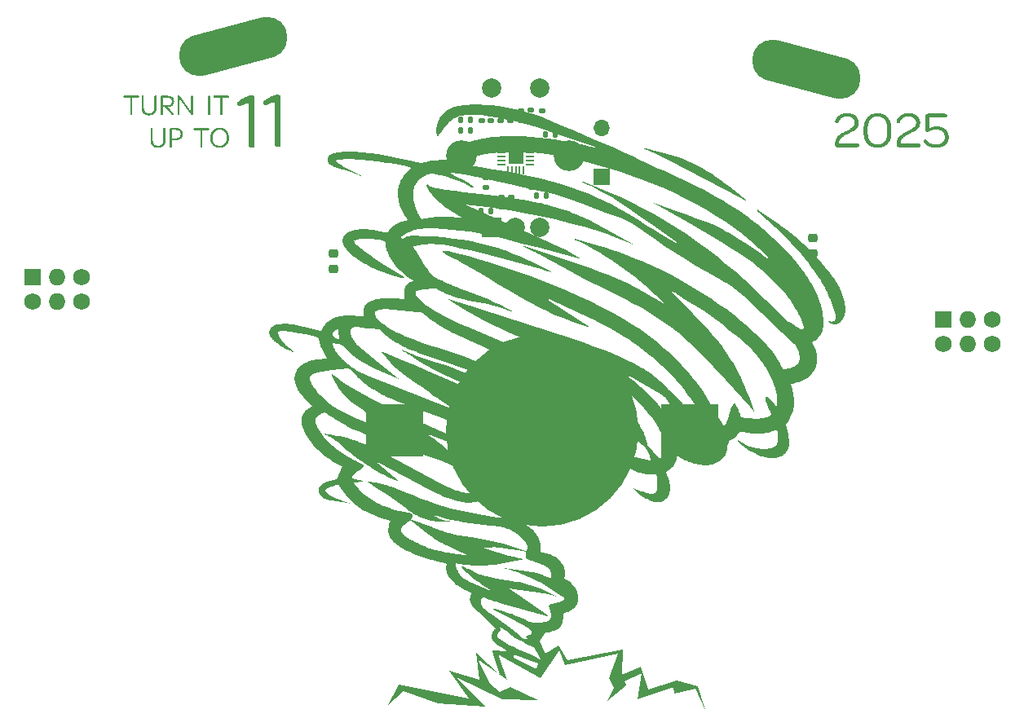
<source format=gbr>
%TF.GenerationSoftware,KiCad,Pcbnew,8.0.8*%
%TF.CreationDate,2025-02-05T00:10:25-06:00*%
%TF.ProjectId,B-Sides 2025,422d5369-6465-4732-9032-3032352e6b69,rev?*%
%TF.SameCoordinates,Original*%
%TF.FileFunction,Soldermask,Bot*%
%TF.FilePolarity,Negative*%
%FSLAX46Y46*%
G04 Gerber Fmt 4.6, Leading zero omitted, Abs format (unit mm)*
G04 Created by KiCad (PCBNEW 8.0.8) date 2025-02-05 00:10:25*
%MOMM*%
%LPD*%
G01*
G04 APERTURE LIST*
G04 Aperture macros list*
%AMRoundRect*
0 Rectangle with rounded corners*
0 $1 Rounding radius*
0 $2 $3 $4 $5 $6 $7 $8 $9 X,Y pos of 4 corners*
0 Add a 4 corners polygon primitive as box body*
4,1,4,$2,$3,$4,$5,$6,$7,$8,$9,$2,$3,0*
0 Add four circle primitives for the rounded corners*
1,1,$1+$1,$2,$3*
1,1,$1+$1,$4,$5*
1,1,$1+$1,$6,$7*
1,1,$1+$1,$8,$9*
0 Add four rect primitives between the rounded corners*
20,1,$1+$1,$2,$3,$4,$5,0*
20,1,$1+$1,$4,$5,$6,$7,0*
20,1,$1+$1,$6,$7,$8,$9,0*
20,1,$1+$1,$8,$9,$2,$3,0*%
%AMHorizOval*
0 Thick line with rounded ends*
0 $1 width*
0 $2 $3 position (X,Y) of the first rounded end (center of the circle)*
0 $4 $5 position (X,Y) of the second rounded end (center of the circle)*
0 Add line between two ends*
20,1,$1,$2,$3,$4,$5,0*
0 Add two circle primitives to create the rounded ends*
1,1,$1,$2,$3*
1,1,$1,$4,$5*%
G04 Aperture macros list end*
%ADD10C,0.000000*%
%ADD11RoundRect,0.218750X-0.256250X0.218750X-0.256250X-0.218750X0.256250X-0.218750X0.256250X0.218750X0*%
%ADD12R,1.727200X1.727200*%
%ADD13C,1.727200*%
%ADD14O,1.727200X1.727200*%
%ADD15R,2.000000X2.000000*%
%ADD16C,2.000000*%
%ADD17C,3.200000*%
%ADD18HorizOval,4.300000X-3.477333X0.931749X3.477333X-0.931749X0*%
%ADD19HorizOval,4.300000X3.477333X0.931749X-3.477333X-0.931749X0*%
%ADD20RoundRect,0.135000X0.135000X0.185000X-0.135000X0.185000X-0.135000X-0.185000X0.135000X-0.185000X0*%
%ADD21R,6.000000X5.500000*%
%ADD22C,20.000000*%
%ADD23RoundRect,0.140000X0.140000X0.170000X-0.140000X0.170000X-0.140000X-0.170000X0.140000X-0.170000X0*%
%ADD24RoundRect,0.135000X0.185000X-0.135000X0.185000X0.135000X-0.185000X0.135000X-0.185000X-0.135000X0*%
%ADD25RoundRect,0.135000X-0.135000X-0.185000X0.135000X-0.185000X0.135000X0.185000X-0.135000X0.185000X0*%
%ADD26RoundRect,0.135000X-0.185000X0.135000X-0.185000X-0.135000X0.185000X-0.135000X0.185000X0.135000X0*%
%ADD27RoundRect,0.140000X0.170000X-0.140000X0.170000X0.140000X-0.170000X0.140000X-0.170000X-0.140000X0*%
%ADD28RoundRect,0.050000X0.375000X0.050000X-0.375000X0.050000X-0.375000X-0.050000X0.375000X-0.050000X0*%
%ADD29RoundRect,0.050000X0.050000X0.375000X-0.050000X0.375000X-0.050000X-0.375000X0.050000X-0.375000X0*%
%ADD30R,1.650000X1.650000*%
%ADD31R,1.700000X1.700000*%
%ADD32O,1.700000X1.700000*%
G04 APERTURE END LIST*
D10*
G36*
X123951037Y-75037955D02*
G01*
X124032721Y-75045734D01*
X124109355Y-75058608D01*
X124145751Y-75066934D01*
X124180852Y-75076507D01*
X124214647Y-75087317D01*
X124247126Y-75099356D01*
X124278277Y-75112614D01*
X124308090Y-75127083D01*
X124336553Y-75142753D01*
X124363657Y-75159616D01*
X124389391Y-75177661D01*
X124413742Y-75196880D01*
X124436702Y-75217265D01*
X124458259Y-75238805D01*
X124478402Y-75261491D01*
X124497120Y-75285316D01*
X124514403Y-75310268D01*
X124530239Y-75336341D01*
X124544619Y-75363523D01*
X124557531Y-75391806D01*
X124568964Y-75421182D01*
X124578908Y-75451641D01*
X124587351Y-75483173D01*
X124594284Y-75515770D01*
X124599695Y-75549423D01*
X124603573Y-75584122D01*
X124605908Y-75619859D01*
X124606689Y-75656624D01*
X124605934Y-75694229D01*
X124603673Y-75730754D01*
X124599909Y-75766191D01*
X124594644Y-75800532D01*
X124587883Y-75833769D01*
X124579629Y-75865897D01*
X124569885Y-75896906D01*
X124558655Y-75926790D01*
X124545941Y-75955542D01*
X124531748Y-75983153D01*
X124516078Y-76009617D01*
X124498935Y-76034926D01*
X124480323Y-76059072D01*
X124460244Y-76082049D01*
X124438702Y-76103848D01*
X124415701Y-76124463D01*
X124391244Y-76143886D01*
X124365333Y-76162110D01*
X124337974Y-76179126D01*
X124309168Y-76194929D01*
X124278919Y-76209510D01*
X124247232Y-76222862D01*
X124214108Y-76234977D01*
X124179551Y-76245849D01*
X124143565Y-76255469D01*
X124106154Y-76263831D01*
X124067320Y-76270926D01*
X124027066Y-76276748D01*
X123985397Y-76281290D01*
X123942315Y-76284542D01*
X123897825Y-76286500D01*
X123851928Y-76287154D01*
X123460607Y-76287154D01*
X123460607Y-76948772D01*
X123460207Y-76960184D01*
X123459706Y-76965716D01*
X123459005Y-76971126D01*
X123458104Y-76976409D01*
X123457003Y-76981561D01*
X123455702Y-76986576D01*
X123454200Y-76991451D01*
X123452498Y-76996181D01*
X123450596Y-77000762D01*
X123448493Y-77005188D01*
X123446191Y-77009455D01*
X123443688Y-77013559D01*
X123440985Y-77017495D01*
X123438081Y-77021258D01*
X123434978Y-77024844D01*
X123431674Y-77028248D01*
X123428170Y-77031465D01*
X123424466Y-77034492D01*
X123420561Y-77037323D01*
X123416456Y-77039954D01*
X123412151Y-77042381D01*
X123407646Y-77044597D01*
X123402941Y-77046601D01*
X123398035Y-77048385D01*
X123392929Y-77049947D01*
X123387623Y-77051281D01*
X123382117Y-77052382D01*
X123376410Y-77053247D01*
X123370503Y-77053870D01*
X123364396Y-77054248D01*
X123358089Y-77054375D01*
X123327001Y-77054375D01*
X123320985Y-77054266D01*
X123315151Y-77053940D01*
X123309500Y-77053397D01*
X123304032Y-77052640D01*
X123298748Y-77051669D01*
X123293648Y-77050486D01*
X123288733Y-77049091D01*
X123284003Y-77047485D01*
X123279460Y-77045671D01*
X123275104Y-77043648D01*
X123270935Y-77041418D01*
X123266953Y-77038982D01*
X123263160Y-77036342D01*
X123259557Y-77033497D01*
X123256143Y-77030451D01*
X123252919Y-77027203D01*
X123249886Y-77023755D01*
X123247044Y-77020107D01*
X123244394Y-77016262D01*
X123241938Y-77012220D01*
X123239674Y-77007982D01*
X123237604Y-77003550D01*
X123235728Y-76998924D01*
X123234047Y-76994106D01*
X123232562Y-76989096D01*
X123231273Y-76983897D01*
X123230181Y-76978508D01*
X123229286Y-76972932D01*
X123228588Y-76967169D01*
X123228090Y-76961221D01*
X123227790Y-76955088D01*
X123227690Y-76948772D01*
X123227690Y-76094577D01*
X123227690Y-75234214D01*
X123460608Y-75234214D01*
X123460608Y-76094577D01*
X123858220Y-76094577D01*
X123919761Y-76092765D01*
X123977432Y-76087363D01*
X124004812Y-76083332D01*
X124031218Y-76078421D01*
X124056650Y-76072638D01*
X124081106Y-76065989D01*
X124104584Y-76058480D01*
X124127082Y-76050116D01*
X124148598Y-76040906D01*
X124169131Y-76030854D01*
X124188680Y-76019967D01*
X124207242Y-76008252D01*
X124224815Y-75995714D01*
X124241399Y-75982359D01*
X124256990Y-75968195D01*
X124271588Y-75953227D01*
X124285191Y-75937462D01*
X124297798Y-75920905D01*
X124309405Y-75903564D01*
X124320012Y-75885444D01*
X124329617Y-75866551D01*
X124338219Y-75846893D01*
X124345814Y-75826474D01*
X124352403Y-75805302D01*
X124357983Y-75783382D01*
X124362552Y-75760721D01*
X124366108Y-75737326D01*
X124368651Y-75713201D01*
X124370178Y-75688355D01*
X124370687Y-75662792D01*
X124370178Y-75636967D01*
X124368652Y-75611911D01*
X124366111Y-75587625D01*
X124362558Y-75564115D01*
X124357994Y-75541383D01*
X124352423Y-75519433D01*
X124345847Y-75498268D01*
X124338267Y-75477892D01*
X124329686Y-75458307D01*
X124320106Y-75439518D01*
X124309530Y-75421527D01*
X124297960Y-75404338D01*
X124285398Y-75387955D01*
X124271847Y-75372381D01*
X124257308Y-75357618D01*
X124241784Y-75343672D01*
X124225278Y-75330544D01*
X124207791Y-75318239D01*
X124189325Y-75306760D01*
X124169884Y-75296109D01*
X124149470Y-75286292D01*
X124128084Y-75277310D01*
X124105729Y-75269168D01*
X124082407Y-75261868D01*
X124058121Y-75255414D01*
X124032873Y-75249810D01*
X124006665Y-75245059D01*
X123979499Y-75241164D01*
X123951377Y-75238128D01*
X123922303Y-75235956D01*
X123892278Y-75234650D01*
X123861304Y-75234214D01*
X123460608Y-75234214D01*
X123227690Y-75234214D01*
X123227690Y-75172037D01*
X123227835Y-75164536D01*
X123228266Y-75157186D01*
X123228980Y-75149993D01*
X123229973Y-75142964D01*
X123231240Y-75136103D01*
X123232779Y-75129416D01*
X123234585Y-75122910D01*
X123236653Y-75116589D01*
X123238981Y-75110460D01*
X123241564Y-75104528D01*
X123244399Y-75098798D01*
X123247480Y-75093277D01*
X123250805Y-75087970D01*
X123254370Y-75082883D01*
X123258170Y-75078021D01*
X123262202Y-75073390D01*
X123266462Y-75068996D01*
X123270945Y-75064844D01*
X123275648Y-75060940D01*
X123280567Y-75057290D01*
X123285698Y-75053900D01*
X123291037Y-75050774D01*
X123296580Y-75047919D01*
X123302323Y-75045341D01*
X123308263Y-75043045D01*
X123314395Y-75041036D01*
X123320715Y-75039321D01*
X123327220Y-75037906D01*
X123333905Y-75036794D01*
X123340767Y-75035994D01*
X123347802Y-75035509D01*
X123355005Y-75035346D01*
X123864388Y-75035346D01*
X123951037Y-75037955D01*
G37*
G36*
X119960538Y-71674848D02*
G01*
X119972725Y-71676044D01*
X119978515Y-71676940D01*
X119984101Y-71678032D01*
X119989484Y-71679322D01*
X119994663Y-71680808D01*
X119999637Y-71682489D01*
X120004406Y-71684366D01*
X120008969Y-71686437D01*
X120013326Y-71688703D01*
X120017475Y-71691161D01*
X120021417Y-71693813D01*
X120025151Y-71696657D01*
X120028676Y-71699693D01*
X120031992Y-71702919D01*
X120035098Y-71706337D01*
X120037993Y-71709945D01*
X120040678Y-71713742D01*
X120043151Y-71717728D01*
X120045412Y-71721902D01*
X120047460Y-71726264D01*
X120049296Y-71730814D01*
X120050917Y-71735550D01*
X120052324Y-71740472D01*
X120053516Y-71745580D01*
X120054493Y-71750873D01*
X120055253Y-71756350D01*
X120055797Y-71762011D01*
X120056124Y-71767855D01*
X120056233Y-71773883D01*
X120056233Y-71786219D01*
X120056124Y-71792246D01*
X120055797Y-71798091D01*
X120055253Y-71803752D01*
X120054493Y-71809229D01*
X120053516Y-71814522D01*
X120052324Y-71819630D01*
X120050917Y-71824552D01*
X120049296Y-71829288D01*
X120047460Y-71833837D01*
X120045412Y-71838200D01*
X120043151Y-71842374D01*
X120040678Y-71846360D01*
X120037993Y-71850157D01*
X120035098Y-71853765D01*
X120031992Y-71857182D01*
X120028676Y-71860409D01*
X120025151Y-71863445D01*
X120021417Y-71866289D01*
X120017475Y-71868941D01*
X120013326Y-71871399D01*
X120008969Y-71873665D01*
X120004406Y-71875736D01*
X119999637Y-71877613D01*
X119994663Y-71879294D01*
X119989484Y-71880780D01*
X119984101Y-71882069D01*
X119978515Y-71883162D01*
X119972725Y-71884057D01*
X119966733Y-71884755D01*
X119960538Y-71885254D01*
X119954143Y-71885553D01*
X119947547Y-71885653D01*
X119357358Y-71885653D01*
X119357358Y-73587874D01*
X119356957Y-73600322D01*
X119356457Y-73606269D01*
X119355756Y-73612029D01*
X119354855Y-73617603D01*
X119353754Y-73622988D01*
X119352452Y-73628184D01*
X119350950Y-73633189D01*
X119349248Y-73638002D01*
X119347346Y-73642623D01*
X119345244Y-73647051D01*
X119342941Y-73651283D01*
X119340438Y-73655320D01*
X119337735Y-73659159D01*
X119334832Y-73662801D01*
X119331728Y-73666243D01*
X119328424Y-73669486D01*
X119324920Y-73672526D01*
X119321216Y-73675365D01*
X119317312Y-73678000D01*
X119313207Y-73680430D01*
X119308902Y-73682655D01*
X119304397Y-73684673D01*
X119299691Y-73686483D01*
X119294786Y-73688085D01*
X119289680Y-73689476D01*
X119284374Y-73690656D01*
X119278867Y-73691624D01*
X119273161Y-73692379D01*
X119267254Y-73692920D01*
X119261147Y-73693245D01*
X119254840Y-73693353D01*
X119223874Y-73693353D01*
X119217847Y-73693245D01*
X119212003Y-73692920D01*
X119206342Y-73692379D01*
X119200865Y-73691624D01*
X119195572Y-73690656D01*
X119190464Y-73689476D01*
X119185542Y-73688085D01*
X119180806Y-73686483D01*
X119176256Y-73684673D01*
X119171894Y-73682655D01*
X119167720Y-73680430D01*
X119163734Y-73678000D01*
X119159936Y-73675365D01*
X119156329Y-73672526D01*
X119152911Y-73669486D01*
X119149684Y-73666243D01*
X119146649Y-73662801D01*
X119143805Y-73659159D01*
X119141153Y-73655320D01*
X119138694Y-73651283D01*
X119136429Y-73647051D01*
X119134358Y-73642623D01*
X119132481Y-73638002D01*
X119130800Y-73633189D01*
X119129314Y-73628184D01*
X119128024Y-73622988D01*
X119126932Y-73617603D01*
X119126036Y-73612029D01*
X119125339Y-73606269D01*
X119124840Y-73600322D01*
X119124540Y-73594190D01*
X119124440Y-73587874D01*
X119124440Y-71885653D01*
X118531167Y-71885653D01*
X118518718Y-71885254D01*
X118512770Y-71884755D01*
X118507007Y-71884057D01*
X118501431Y-71883162D01*
X118496043Y-71882069D01*
X118490843Y-71880780D01*
X118485834Y-71879294D01*
X118481016Y-71877613D01*
X118476390Y-71875736D01*
X118471957Y-71873665D01*
X118467719Y-71871399D01*
X118463677Y-71868941D01*
X118459832Y-71866289D01*
X118456185Y-71863445D01*
X118452737Y-71860409D01*
X118449489Y-71857182D01*
X118446442Y-71853765D01*
X118443598Y-71850157D01*
X118440957Y-71846360D01*
X118438522Y-71842374D01*
X118436292Y-71838200D01*
X118434269Y-71833837D01*
X118432454Y-71829288D01*
X118430849Y-71824552D01*
X118429454Y-71819630D01*
X118428270Y-71814522D01*
X118427299Y-71809229D01*
X118426542Y-71803752D01*
X118426000Y-71798091D01*
X118425674Y-71792246D01*
X118425565Y-71786219D01*
X118425565Y-71773883D01*
X118425674Y-71767855D01*
X118426000Y-71762011D01*
X118426542Y-71756350D01*
X118427299Y-71750873D01*
X118428270Y-71745580D01*
X118429454Y-71740472D01*
X118430849Y-71735550D01*
X118432454Y-71730814D01*
X118434269Y-71726264D01*
X118436292Y-71721902D01*
X118438522Y-71717728D01*
X118440957Y-71713742D01*
X118443598Y-71709945D01*
X118446442Y-71706337D01*
X118449489Y-71702919D01*
X118452737Y-71699693D01*
X118456185Y-71696657D01*
X118459832Y-71693813D01*
X118463677Y-71691161D01*
X118467719Y-71688703D01*
X118471957Y-71686437D01*
X118476390Y-71684366D01*
X118481016Y-71682489D01*
X118485834Y-71680808D01*
X118490843Y-71679322D01*
X118496043Y-71678032D01*
X118501431Y-71676940D01*
X118507007Y-71676044D01*
X118512770Y-71675347D01*
X118518718Y-71674848D01*
X118524851Y-71674549D01*
X118531167Y-71674449D01*
X119947547Y-71674449D01*
X119960538Y-71674848D01*
G37*
G36*
X123055816Y-71676774D02*
G01*
X123136532Y-71683842D01*
X123211988Y-71695588D01*
X123282137Y-71711985D01*
X123315208Y-71721919D01*
X123346935Y-71733006D01*
X123377313Y-71745241D01*
X123406337Y-71758622D01*
X123433999Y-71773145D01*
X123460296Y-71788807D01*
X123485221Y-71805604D01*
X123508768Y-71823532D01*
X123530932Y-71842589D01*
X123551708Y-71862772D01*
X123571088Y-71884075D01*
X123589069Y-71906497D01*
X123605644Y-71930033D01*
X123620807Y-71954681D01*
X123634553Y-71980436D01*
X123646876Y-72007296D01*
X123657771Y-72035256D01*
X123667231Y-72064314D01*
X123675251Y-72094466D01*
X123681826Y-72125709D01*
X123686950Y-72158039D01*
X123690617Y-72191452D01*
X123692821Y-72225946D01*
X123693557Y-72261517D01*
X123692931Y-72293141D01*
X123691059Y-72323956D01*
X123687950Y-72353956D01*
X123683615Y-72383131D01*
X123678063Y-72411475D01*
X123671304Y-72438978D01*
X123663348Y-72465632D01*
X123654203Y-72491431D01*
X123643880Y-72516365D01*
X123632388Y-72540428D01*
X123619738Y-72563610D01*
X123605938Y-72585904D01*
X123590999Y-72607302D01*
X123574930Y-72627795D01*
X123557741Y-72647377D01*
X123539441Y-72666038D01*
X123520040Y-72683771D01*
X123499548Y-72700568D01*
X123477974Y-72716421D01*
X123455328Y-72731322D01*
X123431620Y-72745263D01*
X123406860Y-72758235D01*
X123381057Y-72770231D01*
X123354220Y-72781244D01*
X123326360Y-72791264D01*
X123297486Y-72800284D01*
X123267608Y-72808296D01*
X123236735Y-72815292D01*
X123204877Y-72821263D01*
X123172044Y-72826203D01*
X123138246Y-72830102D01*
X123103492Y-72832954D01*
X123019602Y-72842330D01*
X123687389Y-73597091D01*
X123688366Y-73598734D01*
X123688965Y-73600733D01*
X123689190Y-73603060D01*
X123689044Y-73605688D01*
X123688532Y-73608592D01*
X123687658Y-73611743D01*
X123686424Y-73615116D01*
X123684837Y-73618684D01*
X123682898Y-73622419D01*
X123680613Y-73626297D01*
X123677986Y-73630288D01*
X123675019Y-73634368D01*
X123671718Y-73638509D01*
X123668087Y-73642685D01*
X123664128Y-73646868D01*
X123659847Y-73651033D01*
X123655247Y-73655152D01*
X123650332Y-73659199D01*
X123645107Y-73663147D01*
X123639574Y-73666969D01*
X123633739Y-73670639D01*
X123627605Y-73674130D01*
X123621176Y-73677415D01*
X123614455Y-73680467D01*
X123607448Y-73683261D01*
X123600158Y-73685769D01*
X123592589Y-73687964D01*
X123584745Y-73689820D01*
X123576630Y-73691310D01*
X123568248Y-73692407D01*
X123559602Y-73693085D01*
X123550698Y-73693317D01*
X123540362Y-73693023D01*
X123530300Y-73692130D01*
X123520493Y-73690619D01*
X123510923Y-73688473D01*
X123501571Y-73685672D01*
X123492420Y-73682199D01*
X123483449Y-73678035D01*
X123474642Y-73673162D01*
X123465979Y-73667562D01*
X123457442Y-73661216D01*
X123449013Y-73654107D01*
X123440673Y-73646216D01*
X123432405Y-73637524D01*
X123424188Y-73628015D01*
X123416006Y-73617668D01*
X123407839Y-73606466D01*
X122752389Y-72854790D01*
X122525640Y-72854790D01*
X122525640Y-73587838D01*
X122525241Y-73599249D01*
X122524742Y-73604779D01*
X122524043Y-73610187D01*
X122523145Y-73615467D01*
X122522047Y-73620615D01*
X122520749Y-73625627D01*
X122519252Y-73630498D01*
X122517554Y-73635224D01*
X122515657Y-73639799D01*
X122513559Y-73644220D01*
X122511262Y-73648482D01*
X122508765Y-73652580D01*
X122506067Y-73656510D01*
X122503170Y-73660268D01*
X122500072Y-73663848D01*
X122496774Y-73667246D01*
X122493275Y-73670458D01*
X122489577Y-73673479D01*
X122485678Y-73676305D01*
X122481578Y-73678930D01*
X122477278Y-73681351D01*
X122472778Y-73683564D01*
X122468077Y-73685562D01*
X122463176Y-73687343D01*
X122458074Y-73688900D01*
X122452771Y-73690231D01*
X122447267Y-73691330D01*
X122441563Y-73692192D01*
X122435658Y-73692814D01*
X122429552Y-73693190D01*
X122423245Y-73693317D01*
X122395240Y-73693317D01*
X122389213Y-73693208D01*
X122383369Y-73692881D01*
X122377708Y-73692335D01*
X122372231Y-73691570D01*
X122366938Y-73690584D01*
X122361830Y-73689378D01*
X122356908Y-73687950D01*
X122352172Y-73686300D01*
X122347622Y-73684428D01*
X122343260Y-73682333D01*
X122339086Y-73680013D01*
X122335100Y-73677469D01*
X122331302Y-73674700D01*
X122327695Y-73671705D01*
X122324277Y-73668483D01*
X122321050Y-73665035D01*
X122318015Y-73661359D01*
X122315171Y-73657454D01*
X122312519Y-73653321D01*
X122310060Y-73648958D01*
X122307795Y-73644364D01*
X122305724Y-73639540D01*
X122303847Y-73634485D01*
X122302166Y-73629197D01*
X122300680Y-73623676D01*
X122299390Y-73617922D01*
X122298297Y-73611934D01*
X122297402Y-73605712D01*
X122296705Y-73599254D01*
X122296206Y-73592560D01*
X122295906Y-73585630D01*
X122295806Y-73578462D01*
X122295806Y-72674550D01*
X122295806Y-71873157D01*
X122525640Y-71873157D01*
X122525640Y-72674550D01*
X122969885Y-72674550D01*
X123029623Y-72672746D01*
X123085375Y-72667397D01*
X123111762Y-72663424D01*
X123137159Y-72658600D01*
X123161569Y-72652938D01*
X123184993Y-72646450D01*
X123207435Y-72639147D01*
X123228895Y-72631042D01*
X123249378Y-72622147D01*
X123268884Y-72612473D01*
X123287417Y-72602033D01*
X123304978Y-72590838D01*
X123321570Y-72578901D01*
X123337195Y-72566234D01*
X123351856Y-72552848D01*
X123365554Y-72538755D01*
X123378292Y-72523968D01*
X123390072Y-72508499D01*
X123400897Y-72492358D01*
X123410768Y-72475559D01*
X123419688Y-72458114D01*
X123427660Y-72440033D01*
X123434686Y-72421330D01*
X123440767Y-72402016D01*
X123445906Y-72382103D01*
X123450106Y-72361604D01*
X123453369Y-72340529D01*
X123455696Y-72318892D01*
X123457555Y-72273977D01*
X123457064Y-72249599D01*
X123455591Y-72225969D01*
X123453137Y-72203087D01*
X123449703Y-72180956D01*
X123445291Y-72159577D01*
X123439902Y-72138952D01*
X123433537Y-72119083D01*
X123426197Y-72099971D01*
X123417883Y-72081619D01*
X123408597Y-72064028D01*
X123398340Y-72047200D01*
X123387112Y-72031137D01*
X123374915Y-72015840D01*
X123361751Y-72001311D01*
X123347619Y-71987552D01*
X123332523Y-71974565D01*
X123316462Y-71962351D01*
X123299438Y-71950912D01*
X123281452Y-71940251D01*
X123262505Y-71930368D01*
X123242599Y-71921265D01*
X123221734Y-71912945D01*
X123199912Y-71905409D01*
X123177134Y-71898659D01*
X123153401Y-71892696D01*
X123128715Y-71887523D01*
X123103075Y-71883141D01*
X123076485Y-71879551D01*
X123048944Y-71876756D01*
X123020454Y-71874758D01*
X122991017Y-71873557D01*
X122960633Y-71873157D01*
X122525640Y-71873157D01*
X122295806Y-71873157D01*
X122295806Y-71811103D01*
X122295951Y-71803601D01*
X122296384Y-71796252D01*
X122297099Y-71789059D01*
X122298094Y-71782030D01*
X122299365Y-71775169D01*
X122300907Y-71768482D01*
X122302716Y-71761976D01*
X122304789Y-71755655D01*
X122307121Y-71749526D01*
X122309709Y-71743594D01*
X122312549Y-71737864D01*
X122315636Y-71732343D01*
X122318966Y-71727036D01*
X122322537Y-71721948D01*
X122326342Y-71717086D01*
X122330380Y-71712456D01*
X122334645Y-71708061D01*
X122339134Y-71703910D01*
X122343843Y-71700006D01*
X122348768Y-71696356D01*
X122353904Y-71692965D01*
X122359248Y-71689840D01*
X122364796Y-71686985D01*
X122370544Y-71684407D01*
X122376487Y-71682111D01*
X122382623Y-71680102D01*
X122388947Y-71678387D01*
X122395454Y-71676971D01*
X122402142Y-71675860D01*
X122409005Y-71675060D01*
X122416041Y-71674575D01*
X122423245Y-71674412D01*
X122969885Y-71674412D01*
X123055816Y-71676774D01*
G37*
G36*
X147038351Y-111732975D02*
G01*
X147066785Y-111741602D01*
X147123271Y-111758981D01*
X147097010Y-111768695D01*
X147083908Y-111773519D01*
X147070840Y-111778226D01*
X147040569Y-111751502D01*
X147025232Y-111738099D01*
X147009650Y-111724683D01*
X147038351Y-111732975D01*
G37*
G36*
X127349462Y-71665175D02*
G01*
X127355322Y-71665476D01*
X127361015Y-71665978D01*
X127366539Y-71666683D01*
X127371893Y-71667590D01*
X127377075Y-71668699D01*
X127382084Y-71670013D01*
X127386917Y-71671530D01*
X127391573Y-71673253D01*
X127396050Y-71675181D01*
X127400347Y-71677314D01*
X127404461Y-71679654D01*
X127408392Y-71682201D01*
X127412136Y-71684956D01*
X127415694Y-71687919D01*
X127419062Y-71691090D01*
X127422239Y-71694471D01*
X127425224Y-71698061D01*
X127428015Y-71701862D01*
X127430609Y-71705874D01*
X127433006Y-71710097D01*
X127435204Y-71714533D01*
X127437200Y-71719181D01*
X127438993Y-71724042D01*
X127440582Y-71729118D01*
X127441965Y-71734407D01*
X127443139Y-71739912D01*
X127444104Y-71745632D01*
X127444858Y-71751567D01*
X127445398Y-71757720D01*
X127445724Y-71764090D01*
X127445832Y-71770677D01*
X127445832Y-73587753D01*
X127445724Y-73594080D01*
X127445398Y-73600223D01*
X127444858Y-73606179D01*
X127444104Y-73611949D01*
X127443139Y-73617531D01*
X127441965Y-73622924D01*
X127440582Y-73628127D01*
X127438993Y-73633139D01*
X127437200Y-73637959D01*
X127435204Y-73642586D01*
X127433006Y-73647018D01*
X127430609Y-73651255D01*
X127428015Y-73655296D01*
X127425224Y-73659140D01*
X127422239Y-73662785D01*
X127419062Y-73666230D01*
X127415694Y-73669475D01*
X127412136Y-73672518D01*
X127408392Y-73675359D01*
X127404461Y-73677996D01*
X127400347Y-73680428D01*
X127396050Y-73682654D01*
X127391573Y-73684673D01*
X127386917Y-73686484D01*
X127382084Y-73688086D01*
X127377075Y-73689477D01*
X127371893Y-73690658D01*
X127366539Y-73691626D01*
X127361015Y-73692381D01*
X127355322Y-73692922D01*
X127349462Y-73693247D01*
X127343437Y-73693356D01*
X127309265Y-73693356D01*
X127303247Y-73693247D01*
X127297428Y-73692922D01*
X127291809Y-73692381D01*
X127286388Y-73691626D01*
X127281165Y-73690658D01*
X127276139Y-73689477D01*
X127271311Y-73688086D01*
X127266678Y-73686484D01*
X127262241Y-73684673D01*
X127258000Y-73682654D01*
X127253953Y-73680428D01*
X127250100Y-73677996D01*
X127246440Y-73675359D01*
X127242974Y-73672518D01*
X127239699Y-73669475D01*
X127236617Y-73666230D01*
X127233725Y-73662785D01*
X127231025Y-73659140D01*
X127228514Y-73655296D01*
X127226193Y-73651255D01*
X127224061Y-73647018D01*
X127222117Y-73642586D01*
X127220361Y-73637959D01*
X127218792Y-73633139D01*
X127217410Y-73628127D01*
X127216214Y-73622924D01*
X127215203Y-73617531D01*
X127214378Y-73611949D01*
X127213737Y-73606179D01*
X127213280Y-73600223D01*
X127212915Y-73587753D01*
X127212915Y-71770677D01*
X127213280Y-71757720D01*
X127214378Y-71745632D01*
X127215203Y-71739912D01*
X127216214Y-71734407D01*
X127217410Y-71729118D01*
X127218792Y-71724042D01*
X127220361Y-71719181D01*
X127222117Y-71714533D01*
X127224061Y-71710097D01*
X127226193Y-71705874D01*
X127228514Y-71701862D01*
X127231025Y-71698061D01*
X127233725Y-71694471D01*
X127236617Y-71691090D01*
X127239699Y-71687919D01*
X127242974Y-71684956D01*
X127246440Y-71682201D01*
X127250100Y-71679654D01*
X127253953Y-71677314D01*
X127258000Y-71675181D01*
X127262241Y-71673253D01*
X127266678Y-71671530D01*
X127271311Y-71670013D01*
X127276139Y-71668699D01*
X127281165Y-71667590D01*
X127286388Y-71666683D01*
X127291809Y-71665978D01*
X127297428Y-71665476D01*
X127309265Y-71665075D01*
X127343437Y-71665075D01*
X127349462Y-71665175D01*
G37*
G36*
X193724823Y-73483939D02*
G01*
X193790936Y-73489651D01*
X193855132Y-73497587D01*
X193917388Y-73507711D01*
X193977683Y-73519987D01*
X194035992Y-73534381D01*
X194092293Y-73550857D01*
X194146564Y-73569379D01*
X194198782Y-73589912D01*
X194248923Y-73612420D01*
X194296966Y-73636869D01*
X194342887Y-73663222D01*
X194386664Y-73691445D01*
X194428273Y-73721501D01*
X194467693Y-73753356D01*
X194504899Y-73786974D01*
X194539871Y-73822320D01*
X194572584Y-73859358D01*
X194603016Y-73898053D01*
X194631145Y-73938369D01*
X194656946Y-73980271D01*
X194680399Y-74023723D01*
X194701480Y-74068691D01*
X194720165Y-74115138D01*
X194736434Y-74163030D01*
X194750261Y-74212330D01*
X194761626Y-74263004D01*
X194770505Y-74315016D01*
X194776875Y-74368330D01*
X194780714Y-74422912D01*
X194781999Y-74478725D01*
X194780591Y-74533622D01*
X194776416Y-74586540D01*
X194769550Y-74637546D01*
X194760065Y-74686706D01*
X194748037Y-74734089D01*
X194733540Y-74779760D01*
X194716649Y-74823786D01*
X194697436Y-74866235D01*
X194675978Y-74907172D01*
X194652348Y-74946666D01*
X194626621Y-74984782D01*
X194598870Y-75021588D01*
X194569171Y-75057150D01*
X194537597Y-75091536D01*
X194504223Y-75124812D01*
X194469124Y-75157044D01*
X194432373Y-75188300D01*
X194394045Y-75218647D01*
X194312956Y-75276881D01*
X194226451Y-75332279D01*
X194135124Y-75385376D01*
X194039571Y-75436707D01*
X193940386Y-75486807D01*
X193733499Y-75585452D01*
X193545183Y-75674636D01*
X193454823Y-75720169D01*
X193367645Y-75766833D01*
X193284135Y-75815006D01*
X193204781Y-75865067D01*
X193130069Y-75917393D01*
X193060487Y-75972363D01*
X192996521Y-76030354D01*
X192938660Y-76091745D01*
X192912170Y-76123833D01*
X192887388Y-76156913D01*
X192864376Y-76191032D01*
X192843194Y-76226237D01*
X192823904Y-76262576D01*
X192806565Y-76300095D01*
X192791239Y-76338842D01*
X192777987Y-76378865D01*
X192766870Y-76420209D01*
X192757948Y-76462924D01*
X192751282Y-76507056D01*
X192746934Y-76552651D01*
X192735711Y-76660105D01*
X194646669Y-76660105D01*
X194672185Y-76660793D01*
X194695873Y-76662843D01*
X194717758Y-76666231D01*
X194728032Y-76668420D01*
X194737864Y-76670934D01*
X194747259Y-76673771D01*
X194756218Y-76676928D01*
X194764745Y-76680401D01*
X194772844Y-76684189D01*
X194780517Y-76688287D01*
X194787767Y-76692694D01*
X194794598Y-76697406D01*
X194801013Y-76702419D01*
X194807015Y-76707733D01*
X194812607Y-76713342D01*
X194817791Y-76719245D01*
X194822573Y-76725438D01*
X194826953Y-76731919D01*
X194830937Y-76738685D01*
X194834526Y-76745732D01*
X194837723Y-76753058D01*
X194840533Y-76760659D01*
X194842958Y-76768534D01*
X194845002Y-76776678D01*
X194846667Y-76785089D01*
X194848873Y-76802701D01*
X194849603Y-76821345D01*
X194849603Y-76853544D01*
X194849421Y-76863476D01*
X194848873Y-76873122D01*
X194847956Y-76882481D01*
X194846667Y-76891551D01*
X194845002Y-76900330D01*
X194842958Y-76908815D01*
X194840533Y-76917005D01*
X194837723Y-76924899D01*
X194834526Y-76932493D01*
X194830937Y-76939786D01*
X194826953Y-76946776D01*
X194822573Y-76953461D01*
X194817791Y-76959839D01*
X194812607Y-76965908D01*
X194807015Y-76971666D01*
X194801013Y-76977112D01*
X194794598Y-76982243D01*
X194787767Y-76987057D01*
X194780517Y-76991552D01*
X194772844Y-76995726D01*
X194764745Y-76999578D01*
X194756218Y-77003105D01*
X194747259Y-77006306D01*
X194737864Y-77009178D01*
X194728032Y-77011719D01*
X194717758Y-77013928D01*
X194707039Y-77015803D01*
X194695873Y-77017341D01*
X194684256Y-77018541D01*
X194672185Y-77019400D01*
X194659657Y-77019917D01*
X194646669Y-77020090D01*
X192606050Y-77020090D01*
X192571355Y-77019325D01*
X192539139Y-77016992D01*
X192509370Y-77013038D01*
X192482013Y-77007406D01*
X192469229Y-77003945D01*
X192457036Y-77000043D01*
X192445430Y-76995695D01*
X192434406Y-76990893D01*
X192423960Y-76985630D01*
X192414088Y-76979900D01*
X192404786Y-76973696D01*
X192396051Y-76967011D01*
X192387876Y-76959838D01*
X192380260Y-76952171D01*
X192373196Y-76944001D01*
X192366682Y-76935323D01*
X192360713Y-76926130D01*
X192355285Y-76916414D01*
X192350393Y-76906170D01*
X192346034Y-76895389D01*
X192342204Y-76884065D01*
X192338897Y-76872192D01*
X192336111Y-76859762D01*
X192333841Y-76846769D01*
X192332082Y-76833205D01*
X192330831Y-76819064D01*
X192329835Y-76789023D01*
X192329835Y-76654676D01*
X192331437Y-76587373D01*
X192336176Y-76522427D01*
X192343952Y-76459770D01*
X192354669Y-76399333D01*
X192368225Y-76341050D01*
X192384522Y-76284851D01*
X192403461Y-76230669D01*
X192424944Y-76178436D01*
X192448870Y-76128085D01*
X192475141Y-76079547D01*
X192503658Y-76032754D01*
X192534322Y-75987639D01*
X192567034Y-75944133D01*
X192601695Y-75902169D01*
X192638205Y-75861679D01*
X192676466Y-75822595D01*
X192757845Y-75748373D01*
X192845038Y-75678959D01*
X192937254Y-75613812D01*
X193033699Y-75552386D01*
X193133583Y-75494140D01*
X193236112Y-75438529D01*
X193445939Y-75333043D01*
X193627841Y-75242759D01*
X193798778Y-75154935D01*
X193878855Y-75110825D01*
X193954655Y-75065984D01*
X194025666Y-75019965D01*
X194091377Y-74972317D01*
X194151274Y-74922594D01*
X194204845Y-74870346D01*
X194229099Y-74843135D01*
X194251580Y-74815125D01*
X194272224Y-74786259D01*
X194290966Y-74756482D01*
X194307743Y-74725738D01*
X194322491Y-74693970D01*
X194335145Y-74661122D01*
X194345642Y-74627138D01*
X194353918Y-74591963D01*
X194359909Y-74555539D01*
X194363550Y-74517812D01*
X194364778Y-74478725D01*
X194363921Y-74443315D01*
X194361361Y-74408623D01*
X194357109Y-74374677D01*
X194351181Y-74341504D01*
X194343588Y-74309129D01*
X194334345Y-74277580D01*
X194323465Y-74246882D01*
X194310961Y-74217063D01*
X194296848Y-74188149D01*
X194281137Y-74160166D01*
X194263843Y-74133142D01*
X194244979Y-74107102D01*
X194224559Y-74082074D01*
X194202595Y-74058083D01*
X194179102Y-74035157D01*
X194154093Y-74013322D01*
X194127581Y-73992604D01*
X194099579Y-73973031D01*
X194070102Y-73954628D01*
X194039162Y-73937422D01*
X194006772Y-73921440D01*
X193972948Y-73906709D01*
X193937700Y-73893254D01*
X193901044Y-73881103D01*
X193862993Y-73870282D01*
X193823559Y-73860818D01*
X193782757Y-73852736D01*
X193740599Y-73846065D01*
X193697100Y-73840830D01*
X193652273Y-73837057D01*
X193606130Y-73834775D01*
X193558686Y-73834008D01*
X193506199Y-73835036D01*
X193455468Y-73838077D01*
X193406469Y-73843069D01*
X193359177Y-73849946D01*
X193313564Y-73858644D01*
X193269606Y-73869101D01*
X193227276Y-73881252D01*
X193186550Y-73895032D01*
X193147400Y-73910379D01*
X193109802Y-73927227D01*
X193073729Y-73945514D01*
X193039156Y-73965176D01*
X193006057Y-73986147D01*
X192974406Y-74008365D01*
X192944177Y-74031766D01*
X192915345Y-74056285D01*
X192861769Y-74108423D01*
X192813469Y-74164268D01*
X192770241Y-74223309D01*
X192731877Y-74285035D01*
X192698173Y-74348933D01*
X192668920Y-74414493D01*
X192643915Y-74481202D01*
X192622949Y-74548551D01*
X192622140Y-74550479D01*
X192619783Y-74552216D01*
X192615981Y-74553727D01*
X192610836Y-74554978D01*
X192596935Y-74556561D01*
X192578903Y-74556689D01*
X192557569Y-74555087D01*
X192533757Y-74551478D01*
X192508293Y-74545588D01*
X192495200Y-74541700D01*
X192482003Y-74537139D01*
X192468807Y-74531870D01*
X192455714Y-74525857D01*
X192442827Y-74519068D01*
X192430250Y-74511466D01*
X192418086Y-74503018D01*
X192406438Y-74493689D01*
X192395409Y-74483446D01*
X192385103Y-74472252D01*
X192375623Y-74460074D01*
X192367072Y-74446878D01*
X192359554Y-74432628D01*
X192353170Y-74417291D01*
X192348026Y-74400832D01*
X192344224Y-74383217D01*
X192341867Y-74364410D01*
X192341058Y-74344378D01*
X192342181Y-74318214D01*
X192345551Y-74290235D01*
X192351167Y-74260636D01*
X192359029Y-74229614D01*
X192369137Y-74197365D01*
X192381491Y-74164085D01*
X192396090Y-74129973D01*
X192412935Y-74095222D01*
X192432024Y-74060031D01*
X192453359Y-74024595D01*
X192476939Y-73989111D01*
X192502763Y-73953776D01*
X192530832Y-73918785D01*
X192561145Y-73884336D01*
X192593702Y-73850624D01*
X192628503Y-73817846D01*
X192668958Y-73783061D01*
X192712042Y-73749321D01*
X192757747Y-73716790D01*
X192806067Y-73685635D01*
X192856992Y-73656022D01*
X192910515Y-73628114D01*
X192966629Y-73602080D01*
X193025326Y-73578082D01*
X193086597Y-73556288D01*
X193150436Y-73536863D01*
X193216834Y-73519972D01*
X193285783Y-73505781D01*
X193357275Y-73494456D01*
X193431304Y-73486161D01*
X193507861Y-73481063D01*
X193586938Y-73479327D01*
X193724823Y-73483939D01*
G37*
G36*
X128475399Y-75002411D02*
G01*
X128528406Y-75006101D01*
X128580211Y-75012196D01*
X128630780Y-75020655D01*
X128680076Y-75031431D01*
X128728061Y-75044483D01*
X128774701Y-75059765D01*
X128819958Y-75077235D01*
X128863795Y-75096848D01*
X128906177Y-75118560D01*
X128947067Y-75142328D01*
X128986428Y-75168107D01*
X129024225Y-75195855D01*
X129060420Y-75225527D01*
X129094978Y-75257079D01*
X129127861Y-75290467D01*
X129159034Y-75325649D01*
X129188459Y-75362579D01*
X129216101Y-75401214D01*
X129241924Y-75441510D01*
X129265889Y-75483424D01*
X129287962Y-75526911D01*
X129308106Y-75571929D01*
X129326284Y-75618431D01*
X129342460Y-75666377D01*
X129356597Y-75715720D01*
X129368659Y-75766418D01*
X129378610Y-75818426D01*
X129386413Y-75871701D01*
X129392032Y-75926200D01*
X129395430Y-75981877D01*
X129396570Y-76038690D01*
X129395412Y-76095511D01*
X129391962Y-76151213D01*
X129386261Y-76205751D01*
X129378345Y-76259080D01*
X129368254Y-76311156D01*
X129356027Y-76361933D01*
X129341702Y-76411366D01*
X129325318Y-76459411D01*
X129306914Y-76506022D01*
X129286528Y-76551155D01*
X129264199Y-76594764D01*
X129239965Y-76636806D01*
X129213866Y-76677234D01*
X129185940Y-76716005D01*
X129156226Y-76753073D01*
X129124762Y-76788393D01*
X129091587Y-76821920D01*
X129056739Y-76853609D01*
X129020258Y-76883417D01*
X128982182Y-76911296D01*
X128942550Y-76937204D01*
X128901400Y-76961094D01*
X128858771Y-76982922D01*
X128814702Y-77002643D01*
X128769231Y-77020212D01*
X128722397Y-77035584D01*
X128674239Y-77048715D01*
X128624795Y-77059559D01*
X128574105Y-77068071D01*
X128522206Y-77074207D01*
X128469137Y-77077921D01*
X128414938Y-77079169D01*
X128360759Y-77077939D01*
X128307728Y-77074276D01*
X128255882Y-77068223D01*
X128205259Y-77059824D01*
X128155897Y-77049120D01*
X128107832Y-77036154D01*
X128061103Y-77020968D01*
X128015747Y-77003607D01*
X127971801Y-76984111D01*
X127929303Y-76962525D01*
X127888291Y-76938889D01*
X127848801Y-76913248D01*
X127810873Y-76885643D01*
X127774542Y-76856118D01*
X127739847Y-76824715D01*
X127706825Y-76791477D01*
X127675514Y-76756446D01*
X127645951Y-76719664D01*
X127618173Y-76681176D01*
X127592219Y-76641023D01*
X127568125Y-76599247D01*
X127545930Y-76555892D01*
X127525671Y-76511001D01*
X127507384Y-76464615D01*
X127491109Y-76416778D01*
X127476882Y-76367532D01*
X127464741Y-76316920D01*
X127454723Y-76264984D01*
X127446866Y-76211767D01*
X127441207Y-76157312D01*
X127437784Y-76101661D01*
X127436635Y-76044858D01*
X127436699Y-76041774D01*
X127675720Y-76041774D01*
X127676607Y-76087620D01*
X127679247Y-76132540D01*
X127683608Y-76176499D01*
X127689659Y-76219463D01*
X127697368Y-76261397D01*
X127706705Y-76302266D01*
X127717639Y-76342035D01*
X127730137Y-76380670D01*
X127744169Y-76418135D01*
X127759703Y-76454398D01*
X127776708Y-76489421D01*
X127795152Y-76523172D01*
X127815005Y-76555614D01*
X127836235Y-76586714D01*
X127858810Y-76616436D01*
X127882700Y-76644747D01*
X127907873Y-76671610D01*
X127934298Y-76696993D01*
X127961943Y-76720858D01*
X127990777Y-76743173D01*
X128020769Y-76763903D01*
X128051888Y-76783011D01*
X128084102Y-76800465D01*
X128117380Y-76816229D01*
X128151690Y-76830269D01*
X128187002Y-76842549D01*
X128223283Y-76853035D01*
X128260504Y-76861692D01*
X128298631Y-76868486D01*
X128337635Y-76873382D01*
X128377483Y-76876345D01*
X128418145Y-76877340D01*
X128459069Y-76876354D01*
X128499128Y-76873416D01*
X128538292Y-76868560D01*
X128576534Y-76861819D01*
X128613826Y-76853225D01*
X128650138Y-76842813D01*
X128685442Y-76830614D01*
X128719710Y-76816663D01*
X128752914Y-76800991D01*
X128785025Y-76783633D01*
X128816014Y-76764620D01*
X128845853Y-76743987D01*
X128874514Y-76721765D01*
X128901968Y-76697989D01*
X128928187Y-76672690D01*
X128953142Y-76645903D01*
X128976805Y-76617660D01*
X128999148Y-76587995D01*
X129020142Y-76556939D01*
X129039758Y-76524527D01*
X129057968Y-76490791D01*
X129074744Y-76455764D01*
X129090057Y-76419480D01*
X129103880Y-76381971D01*
X129116182Y-76343270D01*
X129126937Y-76303411D01*
X129136114Y-76262426D01*
X129143687Y-76220349D01*
X129149627Y-76177212D01*
X129153905Y-76133048D01*
X129156492Y-76087892D01*
X129157361Y-76041774D01*
X129156484Y-75995919D01*
X129153870Y-75950974D01*
X129149551Y-75906973D01*
X129143555Y-75863953D01*
X129135912Y-75821949D01*
X129126651Y-75780998D01*
X129115803Y-75741135D01*
X129103396Y-75702397D01*
X129089460Y-75664818D01*
X129074025Y-75628435D01*
X129057121Y-75593284D01*
X129038776Y-75559401D01*
X129019020Y-75526821D01*
X128997884Y-75495580D01*
X128975395Y-75465714D01*
X128951585Y-75437259D01*
X128926482Y-75410251D01*
X128900117Y-75384726D01*
X128872518Y-75360719D01*
X128843715Y-75338267D01*
X128813738Y-75317404D01*
X128782616Y-75298168D01*
X128750379Y-75280593D01*
X128717057Y-75264717D01*
X128682678Y-75250574D01*
X128647273Y-75238200D01*
X128610870Y-75227632D01*
X128573501Y-75218904D01*
X128535193Y-75212054D01*
X128495977Y-75207117D01*
X128455882Y-75204128D01*
X128414938Y-75203124D01*
X128374285Y-75204110D01*
X128334464Y-75207048D01*
X128295503Y-75211904D01*
X128257434Y-75218646D01*
X128220287Y-75227243D01*
X128184090Y-75237661D01*
X128148876Y-75249868D01*
X128114674Y-75263832D01*
X128081513Y-75279520D01*
X128049425Y-75296901D01*
X128018439Y-75315940D01*
X127988585Y-75336607D01*
X127959894Y-75358869D01*
X127932395Y-75382694D01*
X127906119Y-75408048D01*
X127881097Y-75434900D01*
X127857357Y-75463217D01*
X127834930Y-75492967D01*
X127813847Y-75524117D01*
X127794137Y-75556636D01*
X127775831Y-75590490D01*
X127758959Y-75625647D01*
X127743550Y-75662076D01*
X127729636Y-75699742D01*
X127717246Y-75738615D01*
X127706409Y-75778662D01*
X127697158Y-75819849D01*
X127689521Y-75862146D01*
X127683528Y-75905519D01*
X127679211Y-75949937D01*
X127676598Y-75995366D01*
X127675720Y-76041774D01*
X127436699Y-76041774D01*
X127437802Y-75988028D01*
X127441276Y-75932299D01*
X127447018Y-75877717D01*
X127454988Y-75824329D01*
X127465146Y-75772181D01*
X127477452Y-75721319D01*
X127491867Y-75671789D01*
X127508350Y-75623636D01*
X127526863Y-75576908D01*
X127547365Y-75531649D01*
X127569816Y-75487907D01*
X127594177Y-75445727D01*
X127620408Y-75405155D01*
X127648470Y-75366238D01*
X127678322Y-75329022D01*
X127709925Y-75293552D01*
X127743238Y-75259874D01*
X127778223Y-75228036D01*
X127814840Y-75198082D01*
X127853048Y-75170059D01*
X127892808Y-75144013D01*
X127934080Y-75119991D01*
X127976825Y-75098037D01*
X128021003Y-75078199D01*
X128066573Y-75060522D01*
X128113497Y-75045052D01*
X128161734Y-75031836D01*
X128211244Y-75020920D01*
X128261989Y-75012349D01*
X128313928Y-75006170D01*
X128367021Y-75002429D01*
X128421229Y-75001171D01*
X128475399Y-75002411D01*
G37*
G36*
X203790607Y-73544415D02*
G01*
X203812711Y-73546315D01*
X203833349Y-73549490D01*
X203843116Y-73551559D01*
X203852513Y-73553949D01*
X203861539Y-73556663D01*
X203870194Y-73559700D01*
X203878475Y-73563061D01*
X203886382Y-73566748D01*
X203893914Y-73570762D01*
X203901070Y-73575103D01*
X203907849Y-73579773D01*
X203914249Y-73584772D01*
X203920269Y-73590101D01*
X203925909Y-73595762D01*
X203931168Y-73601755D01*
X203936043Y-73608081D01*
X203940535Y-73614742D01*
X203944642Y-73621737D01*
X203948363Y-73629068D01*
X203951697Y-73636737D01*
X203954643Y-73644743D01*
X203957199Y-73653088D01*
X203959365Y-73661773D01*
X203961140Y-73670799D01*
X203962522Y-73680167D01*
X203963511Y-73689877D01*
X203964105Y-73699931D01*
X203964303Y-73710329D01*
X203964303Y-73737223D01*
X203964105Y-73747150D01*
X203963511Y-73756762D01*
X203962522Y-73766058D01*
X203961140Y-73775038D01*
X203959365Y-73783702D01*
X203957199Y-73792050D01*
X203954643Y-73800083D01*
X203951697Y-73807801D01*
X203948363Y-73815203D01*
X203944642Y-73822289D01*
X203940535Y-73829060D01*
X203936043Y-73835515D01*
X203931168Y-73841656D01*
X203925909Y-73847481D01*
X203920269Y-73852990D01*
X203914249Y-73858185D01*
X203907849Y-73863064D01*
X203901070Y-73867628D01*
X203893914Y-73871877D01*
X203886382Y-73875811D01*
X203878475Y-73879430D01*
X203870194Y-73882734D01*
X203861539Y-73885724D01*
X203852513Y-73888398D01*
X203843116Y-73890758D01*
X203833349Y-73892803D01*
X203823214Y-73894533D01*
X203812711Y-73895948D01*
X203801842Y-73897049D01*
X203790607Y-73897835D01*
X203779008Y-73898307D01*
X203767045Y-73898464D01*
X202092706Y-73898464D01*
X202092706Y-75053551D01*
X202137572Y-75031089D01*
X202183325Y-75010017D01*
X202229933Y-74990344D01*
X202277363Y-74972077D01*
X202325584Y-74955225D01*
X202374562Y-74939795D01*
X202424265Y-74925796D01*
X202474662Y-74913237D01*
X202525719Y-74902124D01*
X202577405Y-74892467D01*
X202629687Y-74884273D01*
X202682532Y-74877551D01*
X202735909Y-74872308D01*
X202789785Y-74868554D01*
X202844127Y-74866295D01*
X202898904Y-74865540D01*
X203034592Y-74870349D01*
X203164457Y-74884620D01*
X203227080Y-74895230D01*
X203288095Y-74908116D01*
X203347452Y-74923250D01*
X203405101Y-74940601D01*
X203460991Y-74960140D01*
X203515071Y-74981838D01*
X203567290Y-75005665D01*
X203617599Y-75031591D01*
X203665947Y-75059587D01*
X203712283Y-75089624D01*
X203756556Y-75121671D01*
X203798717Y-75155700D01*
X203838714Y-75191680D01*
X203876497Y-75229582D01*
X203912015Y-75269377D01*
X203945218Y-75311035D01*
X203976055Y-75354527D01*
X204004476Y-75399822D01*
X204030431Y-75446892D01*
X204053868Y-75495707D01*
X204074736Y-75546238D01*
X204092987Y-75598454D01*
X204108568Y-75652326D01*
X204121430Y-75707825D01*
X204131522Y-75764921D01*
X204138792Y-75823585D01*
X204143192Y-75883786D01*
X204144670Y-75945497D01*
X204143125Y-76011149D01*
X204138520Y-76075108D01*
X204130898Y-76137347D01*
X204120306Y-76197841D01*
X204106786Y-76256564D01*
X204090383Y-76313491D01*
X204071142Y-76368596D01*
X204049106Y-76421854D01*
X204024321Y-76473238D01*
X203996831Y-76522724D01*
X203966679Y-76570286D01*
X203933911Y-76615897D01*
X203898571Y-76659533D01*
X203860702Y-76701169D01*
X203820351Y-76740777D01*
X203777559Y-76778333D01*
X203732374Y-76813811D01*
X203684837Y-76847186D01*
X203634995Y-76878432D01*
X203582890Y-76907523D01*
X203528569Y-76934434D01*
X203472074Y-76959140D01*
X203413451Y-76981613D01*
X203352743Y-77001830D01*
X203289996Y-77019764D01*
X203225253Y-77035390D01*
X203158558Y-77048683D01*
X203089957Y-77059615D01*
X203019494Y-77068163D01*
X202947212Y-77074301D01*
X202873157Y-77078002D01*
X202797372Y-77079241D01*
X202717933Y-77077688D01*
X202640299Y-77073112D01*
X202564562Y-77065639D01*
X202490814Y-77055395D01*
X202419144Y-77042506D01*
X202349644Y-77027098D01*
X202282405Y-77009298D01*
X202217518Y-76989230D01*
X202155075Y-76967021D01*
X202095165Y-76942797D01*
X202037882Y-76916683D01*
X201983314Y-76888807D01*
X201931554Y-76859293D01*
X201882693Y-76828268D01*
X201836821Y-76795858D01*
X201794030Y-76762188D01*
X201767218Y-76740744D01*
X201741774Y-76718753D01*
X201717748Y-76696303D01*
X201695190Y-76673481D01*
X201674151Y-76650373D01*
X201654679Y-76627067D01*
X201636825Y-76603649D01*
X201620639Y-76580206D01*
X201606170Y-76556825D01*
X201593469Y-76533593D01*
X201582585Y-76510598D01*
X201573568Y-76487925D01*
X201566468Y-76465662D01*
X201561335Y-76443896D01*
X201558218Y-76422714D01*
X201557432Y-76412369D01*
X201557168Y-76402202D01*
X201557751Y-76388324D01*
X201559453Y-76374891D01*
X201562202Y-76361905D01*
X201565926Y-76349372D01*
X201570556Y-76337294D01*
X201576019Y-76325677D01*
X201582243Y-76314524D01*
X201589159Y-76303838D01*
X201596694Y-76293624D01*
X201604778Y-76283886D01*
X201613338Y-76274628D01*
X201622304Y-76265854D01*
X201631604Y-76257567D01*
X201641167Y-76249772D01*
X201650922Y-76242472D01*
X201660797Y-76235672D01*
X201680624Y-76223586D01*
X201700077Y-76213546D01*
X201718587Y-76205582D01*
X201735581Y-76199728D01*
X201750491Y-76196014D01*
X201762746Y-76194471D01*
X201767700Y-76194525D01*
X201771776Y-76195133D01*
X201774902Y-76196300D01*
X201777009Y-76198029D01*
X201793941Y-76227455D01*
X201811950Y-76256292D01*
X201831026Y-76284517D01*
X201851158Y-76312109D01*
X201872333Y-76339044D01*
X201894542Y-76365299D01*
X201917771Y-76390853D01*
X201942011Y-76415682D01*
X201967250Y-76439764D01*
X201993476Y-76463076D01*
X202020678Y-76485595D01*
X202048845Y-76507299D01*
X202077966Y-76528166D01*
X202108029Y-76548171D01*
X202139023Y-76567294D01*
X202170936Y-76585511D01*
X202203757Y-76602799D01*
X202237476Y-76619136D01*
X202272080Y-76634499D01*
X202307558Y-76648866D01*
X202343899Y-76662213D01*
X202381092Y-76674519D01*
X202419125Y-76685760D01*
X202457988Y-76695915D01*
X202497668Y-76704959D01*
X202538154Y-76712871D01*
X202579435Y-76719628D01*
X202621501Y-76725207D01*
X202664338Y-76729586D01*
X202707937Y-76732742D01*
X202752285Y-76734652D01*
X202797372Y-76735294D01*
X202901706Y-76731858D01*
X203001044Y-76721654D01*
X203095146Y-76704839D01*
X203140160Y-76694002D01*
X203183774Y-76681571D01*
X203225960Y-76667566D01*
X203266688Y-76652007D01*
X203305927Y-76634914D01*
X203343648Y-76616305D01*
X203379820Y-76596200D01*
X203414414Y-76574620D01*
X203447400Y-76551584D01*
X203478749Y-76527112D01*
X203508429Y-76501222D01*
X203536411Y-76473936D01*
X203562665Y-76445272D01*
X203587162Y-76415250D01*
X203609870Y-76383890D01*
X203630761Y-76351211D01*
X203649805Y-76317234D01*
X203666971Y-76281977D01*
X203682230Y-76245461D01*
X203695551Y-76207704D01*
X203706905Y-76168728D01*
X203716261Y-76128551D01*
X203723591Y-76087193D01*
X203728863Y-76044673D01*
X203732049Y-76001012D01*
X203733117Y-75956229D01*
X203732099Y-75912463D01*
X203729063Y-75869815D01*
X203724040Y-75828304D01*
X203717059Y-75787947D01*
X203708151Y-75748762D01*
X203697345Y-75710767D01*
X203684672Y-75673979D01*
X203670160Y-75638416D01*
X203653840Y-75604096D01*
X203635743Y-75571037D01*
X203615897Y-75539257D01*
X203594332Y-75508772D01*
X203571079Y-75479602D01*
X203546168Y-75451763D01*
X203519628Y-75425274D01*
X203491489Y-75400152D01*
X203461781Y-75376415D01*
X203430534Y-75354080D01*
X203397777Y-75333167D01*
X203363542Y-75313691D01*
X203327857Y-75295672D01*
X203290752Y-75279126D01*
X203252258Y-75264072D01*
X203212404Y-75250527D01*
X203171220Y-75238509D01*
X203128736Y-75228036D01*
X203084982Y-75219125D01*
X203039988Y-75211795D01*
X202993784Y-75206062D01*
X202946399Y-75201946D01*
X202897863Y-75199463D01*
X202848207Y-75198631D01*
X202780488Y-75199638D01*
X202714701Y-75202652D01*
X202650795Y-75207665D01*
X202588722Y-75214669D01*
X202528431Y-75223657D01*
X202469873Y-75234621D01*
X202412998Y-75247552D01*
X202357758Y-75262443D01*
X202304102Y-75279286D01*
X202251981Y-75298072D01*
X202201346Y-75318794D01*
X202152147Y-75341445D01*
X202104334Y-75366014D01*
X202057859Y-75392496D01*
X202012671Y-75420882D01*
X201968721Y-75451164D01*
X201936021Y-75447336D01*
X201905549Y-75441861D01*
X201891143Y-75438504D01*
X201877288Y-75434731D01*
X201863982Y-75430544D01*
X201851222Y-75425940D01*
X201839007Y-75420918D01*
X201827335Y-75415478D01*
X201816204Y-75409618D01*
X201805611Y-75403339D01*
X201795554Y-75396638D01*
X201786032Y-75389515D01*
X201777043Y-75381968D01*
X201768583Y-75373998D01*
X201760653Y-75365603D01*
X201753249Y-75356781D01*
X201746369Y-75347533D01*
X201740011Y-75337857D01*
X201734174Y-75327752D01*
X201728855Y-75317217D01*
X201724052Y-75306251D01*
X201719763Y-75294854D01*
X201715987Y-75283024D01*
X201712721Y-75270761D01*
X201709962Y-75258063D01*
X201707710Y-75244929D01*
X201705962Y-75231360D01*
X201704716Y-75217352D01*
X201703721Y-75188022D01*
X201703721Y-73780278D01*
X201703985Y-73767313D01*
X201704770Y-73754608D01*
X201706070Y-73742174D01*
X201707877Y-73730021D01*
X201710184Y-73718158D01*
X201712984Y-73706595D01*
X201716270Y-73695343D01*
X201720033Y-73684410D01*
X201724268Y-73673808D01*
X201728966Y-73663545D01*
X201734121Y-73653632D01*
X201739725Y-73644079D01*
X201745771Y-73634896D01*
X201752251Y-73626092D01*
X201759159Y-73617677D01*
X201766486Y-73609661D01*
X201774227Y-73602055D01*
X201782373Y-73594867D01*
X201790917Y-73588109D01*
X201799852Y-73581789D01*
X201809170Y-73575918D01*
X201818865Y-73570506D01*
X201828929Y-73565562D01*
X201839355Y-73561097D01*
X201850136Y-73557120D01*
X201861263Y-73553641D01*
X201872731Y-73550670D01*
X201884531Y-73548217D01*
X201896657Y-73546292D01*
X201909101Y-73544905D01*
X201921856Y-73544065D01*
X201934915Y-73543783D01*
X203767045Y-73543783D01*
X203790607Y-73544415D01*
G37*
G36*
X127253794Y-75035794D02*
G01*
X127265980Y-75036990D01*
X127271770Y-75037886D01*
X127277357Y-75038978D01*
X127282740Y-75040268D01*
X127287918Y-75041754D01*
X127292893Y-75043435D01*
X127297661Y-75045312D01*
X127302224Y-75047383D01*
X127306581Y-75049648D01*
X127310730Y-75052107D01*
X127314672Y-75054759D01*
X127318406Y-75057603D01*
X127321931Y-75060638D01*
X127325247Y-75063865D01*
X127328353Y-75067283D01*
X127331249Y-75070890D01*
X127333933Y-75074688D01*
X127336406Y-75078674D01*
X127338667Y-75082848D01*
X127340716Y-75087210D01*
X127342551Y-75091760D01*
X127344172Y-75096496D01*
X127345579Y-75101418D01*
X127346771Y-75106526D01*
X127347748Y-75111819D01*
X127348509Y-75117296D01*
X127349053Y-75122957D01*
X127349379Y-75128801D01*
X127349488Y-75134828D01*
X127349488Y-75147165D01*
X127349379Y-75153192D01*
X127349053Y-75159036D01*
X127348509Y-75164697D01*
X127347748Y-75170175D01*
X127346771Y-75175467D01*
X127345579Y-75180575D01*
X127344172Y-75185497D01*
X127342551Y-75190234D01*
X127340716Y-75194783D01*
X127338667Y-75199145D01*
X127336406Y-75203320D01*
X127333933Y-75207306D01*
X127331249Y-75211103D01*
X127328353Y-75214710D01*
X127325247Y-75218128D01*
X127321931Y-75221355D01*
X127318406Y-75224391D01*
X127314672Y-75227235D01*
X127310730Y-75229886D01*
X127306581Y-75232345D01*
X127302224Y-75234610D01*
X127297661Y-75236681D01*
X127292893Y-75238558D01*
X127287918Y-75240240D01*
X127282740Y-75241726D01*
X127277357Y-75243015D01*
X127271770Y-75244108D01*
X127265980Y-75245003D01*
X127259988Y-75245700D01*
X127253794Y-75246199D01*
X127247398Y-75246499D01*
X127240802Y-75246599D01*
X126650613Y-75246599D01*
X126650613Y-76948821D01*
X126650213Y-76961268D01*
X126649712Y-76967215D01*
X126649011Y-76972975D01*
X126648110Y-76978549D01*
X126647009Y-76983934D01*
X126645707Y-76989129D01*
X126644206Y-76994135D01*
X126642504Y-76998948D01*
X126640601Y-77003569D01*
X126638499Y-77007997D01*
X126636196Y-77012229D01*
X126633693Y-77016266D01*
X126630990Y-77020105D01*
X126628087Y-77023747D01*
X126624983Y-77027189D01*
X126621680Y-77030431D01*
X126618176Y-77033472D01*
X126614471Y-77036311D01*
X126610567Y-77038946D01*
X126606462Y-77041376D01*
X126602157Y-77043601D01*
X126597652Y-77045619D01*
X126592946Y-77047429D01*
X126588041Y-77049030D01*
X126582935Y-77050421D01*
X126577629Y-77051602D01*
X126572123Y-77052570D01*
X126566416Y-77053325D01*
X126560509Y-77053865D01*
X126554402Y-77054190D01*
X126548095Y-77054299D01*
X126517130Y-77054299D01*
X126511103Y-77054190D01*
X126505259Y-77053865D01*
X126499597Y-77053325D01*
X126494120Y-77052570D01*
X126488827Y-77051602D01*
X126483720Y-77050421D01*
X126478797Y-77049030D01*
X126474061Y-77047429D01*
X126469512Y-77045619D01*
X126465149Y-77043601D01*
X126460975Y-77041376D01*
X126456989Y-77038946D01*
X126453192Y-77036311D01*
X126449584Y-77033472D01*
X126446167Y-77030431D01*
X126442940Y-77027189D01*
X126439904Y-77023747D01*
X126437060Y-77020105D01*
X126434408Y-77016266D01*
X126431950Y-77012229D01*
X126429684Y-77007997D01*
X126427613Y-77003569D01*
X126425736Y-76998948D01*
X126424055Y-76994135D01*
X126422569Y-76989129D01*
X126421280Y-76983934D01*
X126420187Y-76978549D01*
X126419292Y-76972975D01*
X126418594Y-76967215D01*
X126418095Y-76961268D01*
X126417796Y-76955136D01*
X126417696Y-76948821D01*
X126417696Y-75246599D01*
X125824423Y-75246599D01*
X125811974Y-75246199D01*
X125806025Y-75245700D01*
X125800262Y-75245003D01*
X125794686Y-75244108D01*
X125789298Y-75243015D01*
X125784098Y-75241726D01*
X125779089Y-75240240D01*
X125774271Y-75238558D01*
X125769645Y-75236681D01*
X125765212Y-75234610D01*
X125760975Y-75232345D01*
X125756933Y-75229886D01*
X125753087Y-75227235D01*
X125749440Y-75224391D01*
X125745992Y-75221355D01*
X125742744Y-75218128D01*
X125739697Y-75214710D01*
X125736853Y-75211103D01*
X125734213Y-75207306D01*
X125731777Y-75203320D01*
X125729547Y-75199145D01*
X125727524Y-75194783D01*
X125725710Y-75190234D01*
X125724104Y-75185497D01*
X125722709Y-75180575D01*
X125721526Y-75175467D01*
X125720555Y-75170175D01*
X125719798Y-75164697D01*
X125719255Y-75159036D01*
X125718929Y-75153192D01*
X125718820Y-75147165D01*
X125718820Y-75134828D01*
X125718929Y-75128801D01*
X125719255Y-75122957D01*
X125719798Y-75117296D01*
X125720555Y-75111819D01*
X125721526Y-75106526D01*
X125722709Y-75101418D01*
X125724104Y-75096496D01*
X125725710Y-75091760D01*
X125727524Y-75087210D01*
X125729547Y-75082848D01*
X125731777Y-75078674D01*
X125734213Y-75074688D01*
X125736853Y-75070890D01*
X125739697Y-75067283D01*
X125742744Y-75063865D01*
X125745992Y-75060638D01*
X125749440Y-75057603D01*
X125753087Y-75054759D01*
X125756933Y-75052107D01*
X125760975Y-75049648D01*
X125765212Y-75047383D01*
X125769645Y-75045312D01*
X125774271Y-75043435D01*
X125779089Y-75041754D01*
X125784098Y-75040268D01*
X125789298Y-75038978D01*
X125794686Y-75037886D01*
X125800262Y-75036990D01*
X125806025Y-75036293D01*
X125811974Y-75035794D01*
X125818106Y-75035494D01*
X125824423Y-75035394D01*
X127240802Y-75035394D01*
X127253794Y-75035794D01*
G37*
G36*
X200111336Y-73483939D02*
G01*
X200177448Y-73489651D01*
X200241645Y-73497587D01*
X200303901Y-73507711D01*
X200364195Y-73519987D01*
X200422505Y-73534381D01*
X200478806Y-73550857D01*
X200533077Y-73569379D01*
X200585295Y-73589912D01*
X200635436Y-73612420D01*
X200683479Y-73636869D01*
X200729400Y-73663222D01*
X200773176Y-73691445D01*
X200814786Y-73721501D01*
X200854205Y-73753356D01*
X200891412Y-73786974D01*
X200926384Y-73822320D01*
X200959097Y-73859358D01*
X200989529Y-73898053D01*
X201017657Y-73938369D01*
X201043459Y-73980271D01*
X201066912Y-74023723D01*
X201087992Y-74068691D01*
X201106678Y-74115138D01*
X201122946Y-74163030D01*
X201136774Y-74212330D01*
X201148139Y-74263004D01*
X201157018Y-74315016D01*
X201163388Y-74368330D01*
X201167227Y-74422912D01*
X201168512Y-74478725D01*
X201167104Y-74533622D01*
X201162929Y-74586540D01*
X201156062Y-74637546D01*
X201146578Y-74686706D01*
X201134550Y-74734089D01*
X201120053Y-74779760D01*
X201103161Y-74823786D01*
X201083949Y-74866235D01*
X201062491Y-74907172D01*
X201038861Y-74946666D01*
X201013133Y-74984782D01*
X200985383Y-75021588D01*
X200955684Y-75057150D01*
X200924110Y-75091536D01*
X200890736Y-75124812D01*
X200855637Y-75157044D01*
X200818886Y-75188300D01*
X200780558Y-75218647D01*
X200699469Y-75276881D01*
X200612963Y-75332279D01*
X200521637Y-75385376D01*
X200426084Y-75436707D01*
X200326898Y-75486807D01*
X200120012Y-75585452D01*
X199931695Y-75674636D01*
X199841336Y-75720169D01*
X199754157Y-75766833D01*
X199670648Y-75815006D01*
X199591293Y-75865067D01*
X199516582Y-75917393D01*
X199447000Y-75972363D01*
X199383034Y-76030354D01*
X199325172Y-76091745D01*
X199298682Y-76123833D01*
X199273901Y-76156913D01*
X199250889Y-76191032D01*
X199229707Y-76226237D01*
X199210416Y-76262576D01*
X199193078Y-76300095D01*
X199177752Y-76338842D01*
X199164500Y-76378865D01*
X199153382Y-76420209D01*
X199144461Y-76462924D01*
X199137795Y-76507056D01*
X199133447Y-76552651D01*
X199122102Y-76660105D01*
X201033181Y-76660105D01*
X201058698Y-76660793D01*
X201082386Y-76662843D01*
X201104270Y-76666231D01*
X201114544Y-76668420D01*
X201124377Y-76670934D01*
X201133771Y-76673771D01*
X201142731Y-76676928D01*
X201151258Y-76680401D01*
X201159357Y-76684189D01*
X201167030Y-76688287D01*
X201174280Y-76692694D01*
X201181111Y-76697406D01*
X201187526Y-76702419D01*
X201193528Y-76707733D01*
X201199119Y-76713342D01*
X201204304Y-76719245D01*
X201209085Y-76725438D01*
X201213466Y-76731919D01*
X201217449Y-76738685D01*
X201221038Y-76745732D01*
X201224236Y-76753058D01*
X201227046Y-76760659D01*
X201229471Y-76768534D01*
X201231515Y-76776678D01*
X201233179Y-76785089D01*
X201235386Y-76802701D01*
X201236116Y-76821345D01*
X201236116Y-76853544D01*
X201235934Y-76863476D01*
X201235386Y-76873122D01*
X201234469Y-76882481D01*
X201233179Y-76891551D01*
X201231515Y-76900330D01*
X201229471Y-76908815D01*
X201227046Y-76917005D01*
X201224236Y-76924899D01*
X201221038Y-76932493D01*
X201217449Y-76939786D01*
X201213466Y-76946776D01*
X201209085Y-76953461D01*
X201204304Y-76959839D01*
X201199119Y-76965908D01*
X201193528Y-76971666D01*
X201187526Y-76977112D01*
X201181111Y-76982243D01*
X201174280Y-76987057D01*
X201167030Y-76991552D01*
X201159357Y-76995726D01*
X201151258Y-76999578D01*
X201142731Y-77003105D01*
X201133771Y-77006306D01*
X201124377Y-77009178D01*
X201114544Y-77011719D01*
X201104270Y-77013928D01*
X201093552Y-77015803D01*
X201082386Y-77017341D01*
X201070769Y-77018541D01*
X201058698Y-77019400D01*
X201046170Y-77019917D01*
X201033181Y-77020090D01*
X198992562Y-77020090D01*
X198957867Y-77019325D01*
X198925651Y-77016992D01*
X198895882Y-77013038D01*
X198868525Y-77007406D01*
X198855740Y-77003945D01*
X198843547Y-77000043D01*
X198831940Y-76995695D01*
X198820916Y-76990893D01*
X198810470Y-76985630D01*
X198800598Y-76979900D01*
X198791296Y-76973696D01*
X198782560Y-76967011D01*
X198774385Y-76959838D01*
X198766768Y-76952171D01*
X198759704Y-76944001D01*
X198753190Y-76935323D01*
X198747220Y-76926130D01*
X198741792Y-76916414D01*
X198736900Y-76906170D01*
X198732541Y-76895389D01*
X198728710Y-76884065D01*
X198725403Y-76872192D01*
X198722617Y-76859762D01*
X198720346Y-76846769D01*
X198718587Y-76833205D01*
X198717336Y-76819064D01*
X198716340Y-76789023D01*
X198716340Y-76654676D01*
X198717942Y-76587373D01*
X198722681Y-76522427D01*
X198730458Y-76459770D01*
X198741174Y-76399333D01*
X198754730Y-76341050D01*
X198771028Y-76284851D01*
X198789967Y-76230669D01*
X198811450Y-76178436D01*
X198835376Y-76128085D01*
X198861648Y-76079547D01*
X198890165Y-76032754D01*
X198920830Y-75987639D01*
X198953542Y-75944133D01*
X198988203Y-75902169D01*
X199024714Y-75861679D01*
X199062975Y-75822595D01*
X199144354Y-75748373D01*
X199231548Y-75678959D01*
X199323765Y-75613812D01*
X199420211Y-75552386D01*
X199520095Y-75494140D01*
X199622625Y-75438529D01*
X199832452Y-75333043D01*
X200014353Y-75242759D01*
X200185291Y-75154935D01*
X200265368Y-75110825D01*
X200341168Y-75065984D01*
X200412179Y-75019965D01*
X200477889Y-74972317D01*
X200537786Y-74922594D01*
X200591358Y-74870346D01*
X200615612Y-74843135D01*
X200638093Y-74815125D01*
X200658737Y-74786259D01*
X200677479Y-74756482D01*
X200694256Y-74725738D01*
X200709003Y-74693970D01*
X200721658Y-74661122D01*
X200732155Y-74627138D01*
X200740431Y-74591963D01*
X200746421Y-74555539D01*
X200750063Y-74517812D01*
X200751291Y-74478725D01*
X200750434Y-74443315D01*
X200747873Y-74408623D01*
X200743622Y-74374677D01*
X200737693Y-74341504D01*
X200730101Y-74309129D01*
X200720858Y-74277580D01*
X200709978Y-74246882D01*
X200697474Y-74217063D01*
X200683360Y-74188149D01*
X200667650Y-74160166D01*
X200650356Y-74133142D01*
X200631492Y-74107102D01*
X200611072Y-74082074D01*
X200589108Y-74058083D01*
X200565615Y-74035157D01*
X200540606Y-74013322D01*
X200514094Y-73992604D01*
X200486092Y-73973031D01*
X200456615Y-73954628D01*
X200425674Y-73937422D01*
X200393285Y-73921440D01*
X200359460Y-73906709D01*
X200324213Y-73893254D01*
X200287557Y-73881103D01*
X200249505Y-73870282D01*
X200210072Y-73860818D01*
X200169270Y-73852736D01*
X200127112Y-73846065D01*
X200083613Y-73840830D01*
X200038786Y-73837057D01*
X199992643Y-73834775D01*
X199945199Y-73834008D01*
X199892711Y-73835036D01*
X199841981Y-73838077D01*
X199792982Y-73843069D01*
X199745689Y-73849946D01*
X199700077Y-73858644D01*
X199656119Y-73869101D01*
X199613789Y-73881252D01*
X199573062Y-73895032D01*
X199533913Y-73910379D01*
X199496314Y-73927227D01*
X199460242Y-73945514D01*
X199425668Y-73965176D01*
X199392569Y-73986147D01*
X199360918Y-74008365D01*
X199330690Y-74031766D01*
X199301858Y-74056285D01*
X199248281Y-74108423D01*
X199199982Y-74164268D01*
X199156753Y-74223309D01*
X199118390Y-74285035D01*
X199084685Y-74348933D01*
X199055433Y-74414493D01*
X199030427Y-74481202D01*
X199009462Y-74548551D01*
X199008653Y-74550479D01*
X199006296Y-74552216D01*
X199002493Y-74553727D01*
X198997349Y-74554978D01*
X198983447Y-74556561D01*
X198965415Y-74556689D01*
X198944080Y-74555087D01*
X198920267Y-74551478D01*
X198894803Y-74545588D01*
X198881709Y-74541700D01*
X198868512Y-74537139D01*
X198855316Y-74531870D01*
X198842222Y-74525857D01*
X198829335Y-74519068D01*
X198816758Y-74511466D01*
X198804593Y-74503018D01*
X198792945Y-74493689D01*
X198781916Y-74483446D01*
X198771610Y-74472252D01*
X198762129Y-74460074D01*
X198753578Y-74446878D01*
X198746059Y-74432628D01*
X198739676Y-74417291D01*
X198734531Y-74400832D01*
X198730729Y-74383217D01*
X198728372Y-74364410D01*
X198727563Y-74344378D01*
X198728686Y-74318214D01*
X198732056Y-74290235D01*
X198737673Y-74260636D01*
X198745535Y-74229614D01*
X198755644Y-74197365D01*
X198767998Y-74164085D01*
X198782598Y-74129973D01*
X198799443Y-74095222D01*
X198818534Y-74060031D01*
X198839869Y-74024595D01*
X198863450Y-73989111D01*
X198889275Y-73953776D01*
X198917344Y-73918785D01*
X198947657Y-73884336D01*
X198980215Y-73850624D01*
X199015016Y-73817846D01*
X199055470Y-73783061D01*
X199098554Y-73749321D01*
X199144260Y-73716790D01*
X199192579Y-73685635D01*
X199243505Y-73656022D01*
X199297028Y-73628114D01*
X199353142Y-73602080D01*
X199411839Y-73578082D01*
X199473110Y-73556288D01*
X199536949Y-73536863D01*
X199603346Y-73519972D01*
X199672295Y-73505781D01*
X199743788Y-73494456D01*
X199817817Y-73486161D01*
X199894374Y-73481063D01*
X199973451Y-73479327D01*
X200111336Y-73483939D01*
G37*
G36*
X196826505Y-73486620D02*
G01*
X196907464Y-73492043D01*
X196986333Y-73501025D01*
X197063073Y-73513519D01*
X197137646Y-73529480D01*
X197210015Y-73548861D01*
X197280139Y-73571616D01*
X197347983Y-73597699D01*
X197413506Y-73627063D01*
X197476672Y-73659664D01*
X197537441Y-73695454D01*
X197595775Y-73734387D01*
X197651637Y-73776417D01*
X197704988Y-73821498D01*
X197755789Y-73869584D01*
X197804003Y-73920628D01*
X197849591Y-73974584D01*
X197892515Y-74031407D01*
X197932737Y-74091050D01*
X197970218Y-74153467D01*
X198004921Y-74218612D01*
X198036807Y-74286438D01*
X198065837Y-74356899D01*
X198091974Y-74429949D01*
X198115179Y-74505543D01*
X198135414Y-74583633D01*
X198152641Y-74664174D01*
X198166822Y-74747120D01*
X198177918Y-74832424D01*
X198185891Y-74920040D01*
X198190703Y-75009922D01*
X198192315Y-75102023D01*
X198192315Y-75451153D01*
X198190687Y-75543752D01*
X198185827Y-75634132D01*
X198177778Y-75722246D01*
X198166578Y-75808045D01*
X198152269Y-75891484D01*
X198134890Y-75972514D01*
X198114483Y-76051089D01*
X198091087Y-76127161D01*
X198064743Y-76200682D01*
X198035490Y-76271607D01*
X198003370Y-76339887D01*
X197968422Y-76405475D01*
X197930688Y-76468324D01*
X197890206Y-76528387D01*
X197847019Y-76585617D01*
X197801165Y-76639965D01*
X197752685Y-76691386D01*
X197701620Y-76739832D01*
X197648010Y-76785255D01*
X197591895Y-76827609D01*
X197533316Y-76866846D01*
X197472312Y-76902919D01*
X197408924Y-76935780D01*
X197343193Y-76965383D01*
X197275159Y-76991680D01*
X197204862Y-77014624D01*
X197132342Y-77034168D01*
X197057641Y-77050264D01*
X196980797Y-77062866D01*
X196901851Y-77071925D01*
X196820845Y-77077396D01*
X196737817Y-77079230D01*
X196655338Y-77077427D01*
X196574909Y-77072046D01*
X196496569Y-77063131D01*
X196420355Y-77050726D01*
X196346303Y-77034873D01*
X196274451Y-77015616D01*
X196204836Y-76992998D01*
X196137495Y-76967062D01*
X196072466Y-76937852D01*
X196009785Y-76905412D01*
X195949491Y-76869784D01*
X195891619Y-76831012D01*
X195836208Y-76789139D01*
X195783294Y-76744208D01*
X195732915Y-76696263D01*
X195685108Y-76645347D01*
X195639911Y-76591504D01*
X195597359Y-76534777D01*
X195557491Y-76475208D01*
X195520344Y-76412842D01*
X195485955Y-76347722D01*
X195454361Y-76279891D01*
X195425599Y-76209392D01*
X195399707Y-76136269D01*
X195376722Y-76060565D01*
X195356680Y-75982323D01*
X195339620Y-75901587D01*
X195325579Y-75818400D01*
X195314592Y-75732805D01*
X195306699Y-75644846D01*
X195301936Y-75554566D01*
X195300340Y-75462009D01*
X195728791Y-75462009D01*
X195733250Y-75608233D01*
X195746495Y-75746565D01*
X195768326Y-75876792D01*
X195798548Y-75998701D01*
X195816743Y-76056470D01*
X195836961Y-76112079D01*
X195859177Y-76165503D01*
X195883367Y-76216715D01*
X195909505Y-76265688D01*
X195937568Y-76312395D01*
X195967530Y-76356810D01*
X195999367Y-76398906D01*
X196033053Y-76438657D01*
X196068565Y-76476036D01*
X196105877Y-76511017D01*
X196144964Y-76543572D01*
X196185802Y-76573676D01*
X196228366Y-76601302D01*
X196272632Y-76626423D01*
X196318574Y-76649012D01*
X196366168Y-76669044D01*
X196415388Y-76686490D01*
X196466211Y-76701326D01*
X196518612Y-76713524D01*
X196572565Y-76723057D01*
X196628046Y-76729900D01*
X196685030Y-76734025D01*
X196743493Y-76735406D01*
X196802959Y-76734040D01*
X196860851Y-76729959D01*
X196917149Y-76723188D01*
X196971833Y-76713752D01*
X197024881Y-76701674D01*
X197076274Y-76686980D01*
X197125990Y-76669694D01*
X197174010Y-76649841D01*
X197220311Y-76627446D01*
X197264874Y-76602532D01*
X197307679Y-76575126D01*
X197348704Y-76545251D01*
X197387928Y-76512932D01*
X197425332Y-76478194D01*
X197460894Y-76441061D01*
X197494595Y-76401559D01*
X197526412Y-76359711D01*
X197556327Y-76315542D01*
X197584317Y-76269077D01*
X197610363Y-76220341D01*
X197634444Y-76169359D01*
X197656539Y-76116154D01*
X197676628Y-76060752D01*
X197694689Y-76003177D01*
X197710703Y-75943454D01*
X197724649Y-75881607D01*
X197736506Y-75817662D01*
X197746253Y-75751642D01*
X197753870Y-75683573D01*
X197759336Y-75613478D01*
X197762631Y-75541384D01*
X197763734Y-75467314D01*
X197763734Y-75102024D01*
X197759274Y-74955718D01*
X197746020Y-74817199D01*
X197724163Y-74686694D01*
X197693891Y-74564431D01*
X197675660Y-74506462D01*
X197655396Y-74450639D01*
X197633124Y-74396991D01*
X197608867Y-74345546D01*
X197582649Y-74296332D01*
X197554493Y-74249379D01*
X197524425Y-74204714D01*
X197492466Y-74162366D01*
X197458642Y-74122364D01*
X197422975Y-74084736D01*
X197385489Y-74049511D01*
X197346209Y-74016717D01*
X197305158Y-73986383D01*
X197262359Y-73958537D01*
X197217837Y-73933207D01*
X197171615Y-73910423D01*
X197123717Y-73890213D01*
X197074166Y-73872605D01*
X197022987Y-73857627D01*
X196970203Y-73845309D01*
X196915838Y-73835678D01*
X196859916Y-73828764D01*
X196802459Y-73824595D01*
X196743493Y-73823199D01*
X196684532Y-73824579D01*
X196627112Y-73828703D01*
X196571255Y-73835543D01*
X196516984Y-73845070D01*
X196464320Y-73857258D01*
X196413283Y-73872078D01*
X196363897Y-73889504D01*
X196316182Y-73909508D01*
X196270161Y-73932061D01*
X196225855Y-73957137D01*
X196183285Y-73984708D01*
X196142473Y-74014746D01*
X196103441Y-74047224D01*
X196066211Y-74082114D01*
X196030804Y-74119388D01*
X195997241Y-74159020D01*
X195965545Y-74200981D01*
X195935737Y-74245244D01*
X195907839Y-74291781D01*
X195881872Y-74340564D01*
X195857858Y-74391567D01*
X195835819Y-74444761D01*
X195815776Y-74500119D01*
X195797751Y-74557614D01*
X195781765Y-74617217D01*
X195767841Y-74678901D01*
X195755999Y-74742639D01*
X195746262Y-74808403D01*
X195738651Y-74876166D01*
X195733188Y-74945899D01*
X195729894Y-75017575D01*
X195728791Y-75091167D01*
X195728791Y-75462009D01*
X195300340Y-75462009D01*
X195300340Y-75107328D01*
X195300621Y-75091167D01*
X195301952Y-75014744D01*
X195306761Y-74924411D01*
X195314730Y-74836372D01*
X195325817Y-74750674D01*
X195339985Y-74667361D01*
X195357193Y-74586479D01*
X195377403Y-74508073D01*
X195400576Y-74432187D01*
X195426671Y-74358869D01*
X195455651Y-74288161D01*
X195487476Y-74220111D01*
X195522106Y-74154762D01*
X195559502Y-74092161D01*
X195599626Y-74032352D01*
X195642438Y-73975380D01*
X195687898Y-73921291D01*
X195735968Y-73870130D01*
X195786608Y-73821942D01*
X195839779Y-73776772D01*
X195895442Y-73734666D01*
X195953558Y-73695669D01*
X196014087Y-73659826D01*
X196076991Y-73627181D01*
X196142230Y-73597782D01*
X196209764Y-73571671D01*
X196279555Y-73548895D01*
X196351563Y-73529500D01*
X196425750Y-73513529D01*
X196502075Y-73501029D01*
X196580500Y-73492044D01*
X196660986Y-73486620D01*
X196743493Y-73484802D01*
X196826505Y-73486620D01*
G37*
G36*
X120456877Y-71665175D02*
G01*
X120462736Y-71665476D01*
X120468429Y-71665978D01*
X120473954Y-71666683D01*
X120479308Y-71667590D01*
X120484490Y-71668699D01*
X120489498Y-71670013D01*
X120494331Y-71671530D01*
X120498987Y-71673253D01*
X120503464Y-71675181D01*
X120507761Y-71677314D01*
X120511875Y-71679654D01*
X120515806Y-71682201D01*
X120519550Y-71684956D01*
X120523108Y-71687919D01*
X120526476Y-71691090D01*
X120529653Y-71694471D01*
X120532638Y-71698061D01*
X120535429Y-71701862D01*
X120538023Y-71705874D01*
X120540420Y-71710097D01*
X120542618Y-71714533D01*
X120544614Y-71719181D01*
X120546408Y-71724042D01*
X120547996Y-71729118D01*
X120549379Y-71734407D01*
X120550554Y-71739912D01*
X120551519Y-71745632D01*
X120552272Y-71751567D01*
X120552812Y-71757720D01*
X120553138Y-71764090D01*
X120553247Y-71770677D01*
X120553247Y-72888878D01*
X120555360Y-72962870D01*
X120561701Y-73032256D01*
X120572276Y-73097012D01*
X120579152Y-73127648D01*
X120587088Y-73157117D01*
X120596084Y-73185417D01*
X120606142Y-73212546D01*
X120617260Y-73238500D01*
X120629441Y-73263276D01*
X120642685Y-73286872D01*
X120656992Y-73309285D01*
X120672362Y-73330512D01*
X120688796Y-73350549D01*
X120706296Y-73369394D01*
X120724860Y-73387045D01*
X120744491Y-73403498D01*
X120765188Y-73418750D01*
X120786952Y-73432798D01*
X120809783Y-73445641D01*
X120833682Y-73457273D01*
X120858650Y-73467694D01*
X120884687Y-73476899D01*
X120911794Y-73484887D01*
X120939970Y-73491653D01*
X120969218Y-73497196D01*
X120999537Y-73501512D01*
X121030927Y-73504599D01*
X121063390Y-73506453D01*
X121096926Y-73507071D01*
X121130713Y-73506470D01*
X121163377Y-73504667D01*
X121194920Y-73501660D01*
X121225347Y-73497448D01*
X121254660Y-73492030D01*
X121282862Y-73485406D01*
X121309958Y-73477573D01*
X121335950Y-73468531D01*
X121360842Y-73458278D01*
X121384638Y-73446814D01*
X121407339Y-73434137D01*
X121428951Y-73420246D01*
X121449476Y-73405141D01*
X121468917Y-73388819D01*
X121487278Y-73371280D01*
X121504562Y-73352523D01*
X121520773Y-73332546D01*
X121535914Y-73311349D01*
X121549988Y-73288930D01*
X121562999Y-73265288D01*
X121574950Y-73240423D01*
X121585844Y-73214332D01*
X121595684Y-73187015D01*
X121604475Y-73158470D01*
X121612218Y-73128697D01*
X121618919Y-73097695D01*
X121624579Y-73065461D01*
X121629203Y-73031996D01*
X121632793Y-72997298D01*
X121635354Y-72961366D01*
X121637398Y-72885794D01*
X121637398Y-71770677D01*
X121637798Y-71757212D01*
X121638297Y-71750855D01*
X121638994Y-71744746D01*
X121639889Y-71738882D01*
X121640981Y-71733262D01*
X121642270Y-71727882D01*
X121643755Y-71722741D01*
X121645436Y-71717837D01*
X121647312Y-71713166D01*
X121649382Y-71708728D01*
X121651646Y-71704519D01*
X121654103Y-71700537D01*
X121656752Y-71696780D01*
X121659594Y-71693247D01*
X121662627Y-71689933D01*
X121665851Y-71686838D01*
X121669265Y-71683960D01*
X121672868Y-71681294D01*
X121676661Y-71678841D01*
X121680642Y-71676597D01*
X121684812Y-71674559D01*
X121689168Y-71672727D01*
X121693711Y-71671097D01*
X121698441Y-71669667D01*
X121703356Y-71668435D01*
X121708456Y-71667399D01*
X121713740Y-71666556D01*
X121724859Y-71665442D01*
X121736709Y-71665075D01*
X121777173Y-71665075D01*
X121783172Y-71665166D01*
X121788954Y-71665442D01*
X121794522Y-71665905D01*
X121799877Y-71666556D01*
X121805022Y-71667399D01*
X121809957Y-71668435D01*
X121814685Y-71669667D01*
X121819207Y-71671097D01*
X121823524Y-71672727D01*
X121827640Y-71674559D01*
X121831554Y-71676597D01*
X121835269Y-71678841D01*
X121838787Y-71681294D01*
X121842108Y-71683960D01*
X121845236Y-71686838D01*
X121848171Y-71689933D01*
X121850915Y-71693247D01*
X121853470Y-71696780D01*
X121855838Y-71700537D01*
X121858020Y-71704519D01*
X121860017Y-71708728D01*
X121861832Y-71713166D01*
X121863467Y-71717837D01*
X121864922Y-71722741D01*
X121866200Y-71727882D01*
X121867302Y-71733262D01*
X121868230Y-71738882D01*
X121868985Y-71744746D01*
X121869570Y-71750855D01*
X121869985Y-71757212D01*
X121870316Y-71770677D01*
X121870316Y-72885794D01*
X121867157Y-72984718D01*
X121863217Y-73031927D01*
X121857711Y-73077624D01*
X121850645Y-73121805D01*
X121842024Y-73164462D01*
X121831854Y-73205590D01*
X121820140Y-73245182D01*
X121806888Y-73283231D01*
X121792104Y-73319732D01*
X121775794Y-73354678D01*
X121757962Y-73388064D01*
X121738615Y-73419881D01*
X121717759Y-73450126D01*
X121695399Y-73478790D01*
X121671540Y-73505868D01*
X121646189Y-73531354D01*
X121619350Y-73555241D01*
X121591030Y-73577523D01*
X121561235Y-73598194D01*
X121529969Y-73617247D01*
X121497239Y-73634676D01*
X121463050Y-73650475D01*
X121427408Y-73664638D01*
X121390318Y-73677158D01*
X121351787Y-73688029D01*
X121311819Y-73697245D01*
X121270421Y-73704799D01*
X121227597Y-73710686D01*
X121183355Y-73714898D01*
X121137699Y-73717430D01*
X121090635Y-73718276D01*
X121043871Y-73717448D01*
X120998514Y-73714969D01*
X120954568Y-73710841D01*
X120912040Y-73705070D01*
X120870933Y-73697658D01*
X120831254Y-73688610D01*
X120793007Y-73677930D01*
X120756198Y-73665621D01*
X120720830Y-73651688D01*
X120686911Y-73636135D01*
X120654444Y-73618966D01*
X120623435Y-73600184D01*
X120593888Y-73579794D01*
X120565810Y-73557800D01*
X120539205Y-73534205D01*
X120514078Y-73509014D01*
X120490434Y-73482230D01*
X120468279Y-73453858D01*
X120447617Y-73423902D01*
X120428454Y-73392365D01*
X120410794Y-73359251D01*
X120394644Y-73324565D01*
X120380007Y-73288310D01*
X120366889Y-73250490D01*
X120355296Y-73211110D01*
X120345231Y-73170173D01*
X120336701Y-73127684D01*
X120329711Y-73083646D01*
X120324265Y-73038063D01*
X120320368Y-72990939D01*
X120318027Y-72942279D01*
X120317245Y-72892085D01*
X120317245Y-71770677D01*
X120317354Y-71764090D01*
X120317679Y-71757720D01*
X120318218Y-71751567D01*
X120318968Y-71745632D01*
X120319927Y-71739912D01*
X120321093Y-71734407D01*
X120322465Y-71729118D01*
X120324038Y-71724042D01*
X120325812Y-71719181D01*
X120327784Y-71714533D01*
X120329951Y-71710097D01*
X120332312Y-71705874D01*
X120334865Y-71701862D01*
X120337606Y-71698061D01*
X120340534Y-71694471D01*
X120343646Y-71691090D01*
X120346940Y-71687919D01*
X120350415Y-71684956D01*
X120354066Y-71682201D01*
X120357894Y-71679654D01*
X120361894Y-71677314D01*
X120366066Y-71675181D01*
X120370405Y-71673253D01*
X120374912Y-71671530D01*
X120379582Y-71670013D01*
X120384414Y-71668699D01*
X120389406Y-71667590D01*
X120394555Y-71666683D01*
X120399859Y-71665978D01*
X120405316Y-71665476D01*
X120416679Y-71665075D01*
X120450852Y-71665075D01*
X120456877Y-71665175D01*
G37*
G36*
X124222230Y-71665539D02*
G01*
X124228408Y-71666038D01*
X124234393Y-71666736D01*
X124240193Y-71667631D01*
X124245818Y-71668724D01*
X124251276Y-71670013D01*
X124256575Y-71671499D01*
X124261724Y-71673180D01*
X124266732Y-71675057D01*
X124271606Y-71677128D01*
X124276355Y-71679394D01*
X124280989Y-71681852D01*
X124285515Y-71684504D01*
X124294278Y-71690384D01*
X124302713Y-71697028D01*
X124310887Y-71704433D01*
X124318870Y-71712593D01*
X124326729Y-71721505D01*
X124334533Y-71731163D01*
X124342348Y-71741564D01*
X124350245Y-71752702D01*
X124358290Y-71764574D01*
X125445525Y-73314436D01*
X125445525Y-71770742D01*
X125445855Y-71757785D01*
X125446857Y-71745696D01*
X125448549Y-71734472D01*
X125449660Y-71729182D01*
X125450950Y-71724107D01*
X125452422Y-71719246D01*
X125454078Y-71714598D01*
X125455920Y-71710162D01*
X125457951Y-71705939D01*
X125460173Y-71701927D01*
X125462589Y-71698126D01*
X125465200Y-71694535D01*
X125468009Y-71691155D01*
X125471018Y-71687983D01*
X125474230Y-71685021D01*
X125477647Y-71682266D01*
X125481271Y-71679719D01*
X125485104Y-71677379D01*
X125489149Y-71675245D01*
X125493408Y-71673318D01*
X125497883Y-71671595D01*
X125502577Y-71670078D01*
X125507492Y-71668764D01*
X125512631Y-71667654D01*
X125517995Y-71666748D01*
X125523586Y-71666043D01*
X125529408Y-71665541D01*
X125541752Y-71665140D01*
X125569756Y-71665140D01*
X125575774Y-71665240D01*
X125581592Y-71665541D01*
X125587209Y-71666043D01*
X125592628Y-71666748D01*
X125597848Y-71667654D01*
X125602871Y-71668764D01*
X125607696Y-71670078D01*
X125612324Y-71671595D01*
X125616756Y-71673318D01*
X125620993Y-71675245D01*
X125625035Y-71677379D01*
X125628882Y-71679719D01*
X125632536Y-71682266D01*
X125635997Y-71685021D01*
X125639266Y-71687983D01*
X125642343Y-71691155D01*
X125645228Y-71694536D01*
X125647923Y-71698126D01*
X125650428Y-71701927D01*
X125652744Y-71705939D01*
X125654871Y-71710162D01*
X125656809Y-71714598D01*
X125658561Y-71719246D01*
X125660125Y-71724107D01*
X125661503Y-71729183D01*
X125662695Y-71734472D01*
X125663702Y-71739976D01*
X125664525Y-71745696D01*
X125665164Y-71751632D01*
X125665619Y-71757785D01*
X125665983Y-71770742D01*
X125665983Y-73556730D01*
X125665479Y-73572089D01*
X125663983Y-73586689D01*
X125661525Y-73600496D01*
X125659943Y-73607092D01*
X125658130Y-73613478D01*
X125656090Y-73619651D01*
X125653825Y-73625606D01*
X125651341Y-73631338D01*
X125648639Y-73636845D01*
X125645723Y-73642122D01*
X125642597Y-73647165D01*
X125639264Y-73651970D01*
X125635727Y-73656534D01*
X125631990Y-73660851D01*
X125628056Y-73664919D01*
X125623929Y-73668733D01*
X125619612Y-73672290D01*
X125615108Y-73675585D01*
X125610420Y-73678614D01*
X125605553Y-73681373D01*
X125600509Y-73683859D01*
X125595292Y-73686068D01*
X125589906Y-73687995D01*
X125584353Y-73689636D01*
X125578637Y-73690988D01*
X125572762Y-73692046D01*
X125566730Y-73692807D01*
X125560546Y-73693266D01*
X125554212Y-73693420D01*
X125535584Y-73693420D01*
X125522213Y-73693161D01*
X125509977Y-73692373D01*
X125498777Y-73691037D01*
X125488511Y-73689135D01*
X125483698Y-73687967D01*
X125479082Y-73686650D01*
X125474649Y-73685184D01*
X125470388Y-73683564D01*
X125466286Y-73681790D01*
X125462330Y-73679859D01*
X125458509Y-73677769D01*
X125454809Y-73675517D01*
X125447724Y-73670520D01*
X125440976Y-73664850D01*
X125434466Y-73658489D01*
X125428092Y-73651420D01*
X125421756Y-73643624D01*
X125415358Y-73635084D01*
X125408798Y-73625782D01*
X125401977Y-73615699D01*
X124268355Y-72003660D01*
X124268355Y-73587818D01*
X124267990Y-73600267D01*
X124266892Y-73611978D01*
X124266066Y-73617555D01*
X124265056Y-73622943D01*
X124263860Y-73628142D01*
X124262478Y-73633152D01*
X124260909Y-73637970D01*
X124259153Y-73642596D01*
X124257209Y-73647028D01*
X124255077Y-73651266D01*
X124252756Y-73655308D01*
X124250245Y-73659153D01*
X124247545Y-73662801D01*
X124244653Y-73666249D01*
X124241571Y-73669497D01*
X124238296Y-73672543D01*
X124234830Y-73675387D01*
X124231170Y-73678028D01*
X124227317Y-73680464D01*
X124223270Y-73682694D01*
X124219029Y-73684716D01*
X124214592Y-73686531D01*
X124209960Y-73688137D01*
X124205131Y-73689532D01*
X124200106Y-73690715D01*
X124194883Y-73691686D01*
X124189462Y-73692443D01*
X124183842Y-73692985D01*
X124178024Y-73693311D01*
X124172005Y-73693420D01*
X124144001Y-73693420D01*
X124138003Y-73693311D01*
X124132221Y-73692985D01*
X124126653Y-73692443D01*
X124121297Y-73691686D01*
X124116153Y-73690715D01*
X124111217Y-73689532D01*
X124106489Y-73688137D01*
X124101967Y-73686531D01*
X124097650Y-73684716D01*
X124093535Y-73682694D01*
X124089620Y-73680464D01*
X124085905Y-73678028D01*
X124082387Y-73675387D01*
X124079066Y-73672543D01*
X124075938Y-73669497D01*
X124073003Y-73666249D01*
X124070259Y-73662801D01*
X124067704Y-73659153D01*
X124065336Y-73655308D01*
X124063154Y-73651266D01*
X124061157Y-73647028D01*
X124059342Y-73642596D01*
X124057707Y-73637970D01*
X124056252Y-73633152D01*
X124054974Y-73628142D01*
X124053872Y-73622943D01*
X124052945Y-73617555D01*
X124052189Y-73611978D01*
X124051189Y-73600267D01*
X124050859Y-73587818D01*
X124050859Y-71804915D01*
X124051330Y-71789521D01*
X124052738Y-71774823D01*
X124055073Y-71760864D01*
X124058326Y-71747684D01*
X124060295Y-71741399D01*
X124062489Y-71735323D01*
X124064909Y-71729463D01*
X124067552Y-71723824D01*
X124070419Y-71718409D01*
X124073507Y-71713225D01*
X124076815Y-71708276D01*
X124080343Y-71703569D01*
X124084090Y-71699107D01*
X124088053Y-71694895D01*
X124092233Y-71690940D01*
X124096627Y-71687246D01*
X124101236Y-71683818D01*
X124106057Y-71680662D01*
X124111089Y-71677781D01*
X124116332Y-71675183D01*
X124121784Y-71672871D01*
X124127444Y-71670850D01*
X124133312Y-71669127D01*
X124139385Y-71667705D01*
X124145663Y-71666590D01*
X124152144Y-71665788D01*
X124158828Y-71665303D01*
X124165714Y-71665140D01*
X124209262Y-71665140D01*
X124222230Y-71665539D01*
G37*
G36*
X134505757Y-71592677D02*
G01*
X134521996Y-71593548D01*
X134537704Y-71594997D01*
X134552880Y-71597024D01*
X134567524Y-71599626D01*
X134581637Y-71602802D01*
X134595219Y-71606551D01*
X134608268Y-71610870D01*
X134620786Y-71615758D01*
X134632772Y-71621214D01*
X134644226Y-71627235D01*
X134655147Y-71633821D01*
X134665537Y-71640969D01*
X134675395Y-71648679D01*
X134684720Y-71656947D01*
X134693513Y-71665774D01*
X134701773Y-71675157D01*
X134709502Y-71685095D01*
X134716697Y-71695585D01*
X134723360Y-71706627D01*
X134729491Y-71718219D01*
X134735088Y-71730359D01*
X134740153Y-71743046D01*
X134744685Y-71756278D01*
X134748684Y-71770053D01*
X134752150Y-71784370D01*
X134755083Y-71799227D01*
X134757483Y-71814622D01*
X134759350Y-71830555D01*
X134760684Y-71847023D01*
X134761484Y-71864025D01*
X134761750Y-71881559D01*
X134761750Y-76717185D01*
X134760684Y-76751743D01*
X134759350Y-76768220D01*
X134757483Y-76784162D01*
X134755083Y-76799566D01*
X134752150Y-76814431D01*
X134748684Y-76828756D01*
X134744685Y-76842538D01*
X134740153Y-76855775D01*
X134735088Y-76868468D01*
X134729491Y-76880613D01*
X134723360Y-76892210D01*
X134716697Y-76903256D01*
X134709502Y-76913750D01*
X134701773Y-76923692D01*
X134693513Y-76933078D01*
X134684720Y-76941907D01*
X134675395Y-76950178D01*
X134665537Y-76957890D01*
X134655147Y-76965040D01*
X134644226Y-76971627D01*
X134632772Y-76977650D01*
X134620786Y-76983106D01*
X134608268Y-76987995D01*
X134595219Y-76992315D01*
X134581637Y-76996064D01*
X134567524Y-76999240D01*
X134552880Y-77001843D01*
X134537704Y-77003870D01*
X134521996Y-77005319D01*
X134505757Y-77006190D01*
X134488986Y-77006481D01*
X134406205Y-77006481D01*
X134390210Y-77006190D01*
X134374745Y-77005319D01*
X134359809Y-77003870D01*
X134345400Y-77001843D01*
X134331518Y-76999240D01*
X134318160Y-76996064D01*
X134305325Y-76992315D01*
X134293012Y-76987995D01*
X134281219Y-76983106D01*
X134269945Y-76977650D01*
X134259187Y-76971627D01*
X134248945Y-76965040D01*
X134239218Y-76957890D01*
X134230003Y-76950178D01*
X134221299Y-76941907D01*
X134213105Y-76933078D01*
X134205419Y-76923692D01*
X134198240Y-76913750D01*
X134191565Y-76903256D01*
X134185395Y-76892210D01*
X134179727Y-76880613D01*
X134174559Y-76868468D01*
X134169891Y-76855775D01*
X134165720Y-76842538D01*
X134162046Y-76828756D01*
X134158866Y-76814431D01*
X134156180Y-76799566D01*
X134153986Y-76784162D01*
X134152281Y-76768220D01*
X134151066Y-76751743D01*
X134150095Y-76717185D01*
X134150095Y-72534665D01*
X134147401Y-72495044D01*
X134139529Y-72461956D01*
X134126800Y-72435032D01*
X134109530Y-72413899D01*
X134088040Y-72398188D01*
X134062646Y-72387526D01*
X134033667Y-72381544D01*
X134001422Y-72379868D01*
X133966229Y-72382130D01*
X133928407Y-72387956D01*
X133888274Y-72396977D01*
X133846149Y-72408821D01*
X133757194Y-72439494D01*
X133664090Y-72477007D01*
X133475623Y-72560672D01*
X133385355Y-72600888D01*
X133301128Y-72636067D01*
X133225488Y-72663241D01*
X133191684Y-72672898D01*
X133160983Y-72679440D01*
X133133702Y-72682496D01*
X133110160Y-72681695D01*
X133090675Y-72676667D01*
X133075566Y-72667038D01*
X133068341Y-72661574D01*
X133061349Y-72655779D01*
X133054589Y-72649657D01*
X133048055Y-72643215D01*
X133041746Y-72636456D01*
X133035657Y-72629386D01*
X133029785Y-72622010D01*
X133024127Y-72614334D01*
X133013436Y-72598097D01*
X133003558Y-72580716D01*
X132994463Y-72562232D01*
X132986126Y-72542684D01*
X132978517Y-72522113D01*
X132971609Y-72500558D01*
X132965373Y-72478059D01*
X132959783Y-72454658D01*
X132954810Y-72430393D01*
X132950427Y-72405305D01*
X132946605Y-72379435D01*
X132943318Y-72352822D01*
X132944604Y-72339186D01*
X132950677Y-72323039D01*
X132961316Y-72304566D01*
X132976301Y-72283953D01*
X132995411Y-72261385D01*
X133018426Y-72237049D01*
X133075290Y-72183815D01*
X133145130Y-72125736D01*
X133226185Y-72064301D01*
X133316692Y-72000995D01*
X133414889Y-71937306D01*
X133519013Y-71874719D01*
X133627302Y-71814723D01*
X133737994Y-71758803D01*
X133849326Y-71708446D01*
X133959537Y-71665139D01*
X134013671Y-71646594D01*
X134066863Y-71630369D01*
X134118894Y-71616650D01*
X134169543Y-71605622D01*
X134218590Y-71597472D01*
X134265814Y-71592386D01*
X134488986Y-71592386D01*
X134505757Y-71592677D01*
G37*
G36*
X131813956Y-71665440D02*
G01*
X131830195Y-71666310D01*
X131845902Y-71667760D01*
X131861079Y-71669787D01*
X131875723Y-71672389D01*
X131889836Y-71675565D01*
X131903418Y-71679314D01*
X131916467Y-71683633D01*
X131928985Y-71688521D01*
X131940971Y-71693976D01*
X131952425Y-71699998D01*
X131963346Y-71706584D01*
X131973736Y-71713732D01*
X131983594Y-71721441D01*
X131992919Y-71729710D01*
X132001712Y-71738537D01*
X132009972Y-71747920D01*
X132017701Y-71757857D01*
X132024896Y-71768348D01*
X132031559Y-71779390D01*
X132037690Y-71790982D01*
X132043287Y-71803122D01*
X132048352Y-71815809D01*
X132052884Y-71829040D01*
X132056883Y-71842815D01*
X132060349Y-71857132D01*
X132063282Y-71871989D01*
X132065682Y-71887385D01*
X132067549Y-71903318D01*
X132068883Y-71919786D01*
X132069683Y-71936788D01*
X132069949Y-71954322D01*
X132069949Y-76789948D01*
X132068883Y-76824505D01*
X132067549Y-76840983D01*
X132065682Y-76856925D01*
X132063282Y-76872329D01*
X132060349Y-76887194D01*
X132056883Y-76901519D01*
X132052884Y-76915300D01*
X132048352Y-76928538D01*
X132043287Y-76941231D01*
X132037690Y-76953376D01*
X132031559Y-76964973D01*
X132024896Y-76976019D01*
X132017701Y-76986513D01*
X132009972Y-76996454D01*
X132001712Y-77005840D01*
X131992919Y-77014670D01*
X131983594Y-77022941D01*
X131973736Y-77030652D01*
X131963346Y-77037802D01*
X131952425Y-77044390D01*
X131940971Y-77050412D01*
X131928985Y-77055869D01*
X131916467Y-77060758D01*
X131903418Y-77065078D01*
X131889836Y-77068826D01*
X131875723Y-77072003D01*
X131861079Y-77074605D01*
X131845902Y-77076632D01*
X131830195Y-77078082D01*
X131813956Y-77078953D01*
X131797185Y-77079244D01*
X131714405Y-77079244D01*
X131698410Y-77078953D01*
X131682945Y-77078082D01*
X131668009Y-77076632D01*
X131653600Y-77074605D01*
X131639718Y-77072003D01*
X131626360Y-77068826D01*
X131613525Y-77065078D01*
X131601212Y-77060758D01*
X131589419Y-77055869D01*
X131578144Y-77050412D01*
X131567387Y-77044390D01*
X131557145Y-77037802D01*
X131547418Y-77030652D01*
X131538203Y-77022941D01*
X131529499Y-77014670D01*
X131521305Y-77005840D01*
X131513619Y-76996454D01*
X131506439Y-76986513D01*
X131499765Y-76976019D01*
X131493595Y-76964973D01*
X131487927Y-76953376D01*
X131482759Y-76941231D01*
X131478091Y-76928538D01*
X131473920Y-76915300D01*
X131470246Y-76901519D01*
X131467066Y-76887194D01*
X131464380Y-76872329D01*
X131462185Y-76856925D01*
X131460481Y-76840983D01*
X131459266Y-76824505D01*
X131458295Y-76789948D01*
X131458295Y-72607428D01*
X131455601Y-72567806D01*
X131447729Y-72534719D01*
X131435000Y-72507794D01*
X131417730Y-72486662D01*
X131396239Y-72470951D01*
X131370845Y-72460289D01*
X131341867Y-72454306D01*
X131309622Y-72452631D01*
X131274429Y-72454892D01*
X131236607Y-72460719D01*
X131196474Y-72469740D01*
X131154349Y-72481584D01*
X131065394Y-72512257D01*
X130972290Y-72549769D01*
X130783823Y-72633435D01*
X130693555Y-72673651D01*
X130609328Y-72708830D01*
X130533688Y-72736004D01*
X130499884Y-72745661D01*
X130469183Y-72752203D01*
X130441902Y-72755259D01*
X130418360Y-72754458D01*
X130398875Y-72749429D01*
X130383766Y-72739801D01*
X130376540Y-72734337D01*
X130369549Y-72728542D01*
X130362788Y-72722420D01*
X130356255Y-72715977D01*
X130349945Y-72709219D01*
X130343856Y-72702149D01*
X130337984Y-72694773D01*
X130332326Y-72687096D01*
X130321635Y-72670860D01*
X130311757Y-72653479D01*
X130302663Y-72634995D01*
X130294325Y-72615447D01*
X130286716Y-72594875D01*
X130279808Y-72573320D01*
X130273572Y-72550822D01*
X130267982Y-72527420D01*
X130263009Y-72503156D01*
X130258626Y-72478068D01*
X130254804Y-72452198D01*
X130251517Y-72425585D01*
X130252803Y-72411949D01*
X130258876Y-72395802D01*
X130269515Y-72377329D01*
X130284500Y-72356716D01*
X130303610Y-72334148D01*
X130326625Y-72309812D01*
X130383489Y-72256577D01*
X130453329Y-72198499D01*
X130534384Y-72137064D01*
X130624891Y-72073758D01*
X130723088Y-72010068D01*
X130827212Y-71947482D01*
X130935501Y-71887485D01*
X131046193Y-71831565D01*
X131157526Y-71781209D01*
X131267737Y-71737902D01*
X131321870Y-71719357D01*
X131375063Y-71703132D01*
X131427094Y-71689413D01*
X131477743Y-71678385D01*
X131526790Y-71670235D01*
X131574014Y-71665149D01*
X131797185Y-71665149D01*
X131813956Y-71665440D01*
G37*
G36*
X184896371Y-83929912D02*
G01*
X185388218Y-84244104D01*
X185872344Y-84565208D01*
X186348466Y-84893462D01*
X186816299Y-85229103D01*
X187275560Y-85572371D01*
X187725965Y-85923503D01*
X188167230Y-86282738D01*
X188599071Y-86650313D01*
X189021204Y-87026467D01*
X189433344Y-87411439D01*
X189835210Y-87805465D01*
X190226515Y-88208785D01*
X190606976Y-88621636D01*
X190976310Y-89044257D01*
X191334232Y-89476886D01*
X191680459Y-89919761D01*
X191988230Y-90333589D01*
X192281959Y-90753612D01*
X192421500Y-90966634D01*
X192555063Y-91182027D01*
X192681824Y-91400067D01*
X192800960Y-91621027D01*
X192911649Y-91845182D01*
X193013067Y-92072807D01*
X193104393Y-92304175D01*
X193184803Y-92539562D01*
X193253474Y-92779240D01*
X193309585Y-93023485D01*
X193352311Y-93272572D01*
X193380830Y-93526773D01*
X193388271Y-93634402D01*
X193392651Y-93741382D01*
X193393634Y-93847639D01*
X193390885Y-93953101D01*
X193384069Y-94057696D01*
X193372851Y-94161353D01*
X193356896Y-94263999D01*
X193335869Y-94365562D01*
X193309435Y-94465970D01*
X193277259Y-94565151D01*
X193239006Y-94663032D01*
X193194340Y-94759542D01*
X193142928Y-94854608D01*
X193084433Y-94948158D01*
X193018520Y-95040121D01*
X192944856Y-95130424D01*
X192911388Y-95166393D01*
X192875817Y-95199957D01*
X192838306Y-95231115D01*
X192799020Y-95259867D01*
X192758122Y-95286214D01*
X192715775Y-95310156D01*
X192672145Y-95331692D01*
X192627396Y-95350823D01*
X192581690Y-95367548D01*
X192535192Y-95381869D01*
X192488066Y-95393784D01*
X192440476Y-95403294D01*
X192392586Y-95410399D01*
X192344559Y-95415098D01*
X192296561Y-95417393D01*
X192248754Y-95417283D01*
X192201302Y-95414768D01*
X192154371Y-95409848D01*
X192108123Y-95402523D01*
X192062722Y-95392793D01*
X192018333Y-95380659D01*
X191975119Y-95366119D01*
X191933245Y-95349176D01*
X191892874Y-95329827D01*
X191854171Y-95308074D01*
X191817298Y-95283917D01*
X191782421Y-95257355D01*
X191749703Y-95228388D01*
X191719308Y-95197018D01*
X191691400Y-95163243D01*
X191666143Y-95127063D01*
X191643701Y-95088479D01*
X191753646Y-95111930D01*
X191805315Y-95120625D01*
X191854790Y-95127293D01*
X191902077Y-95131929D01*
X191947182Y-95134526D01*
X191990111Y-95135080D01*
X192030869Y-95133585D01*
X192069463Y-95130035D01*
X192105899Y-95124426D01*
X192140182Y-95116751D01*
X192172318Y-95107006D01*
X192202314Y-95095185D01*
X192230175Y-95081283D01*
X192255907Y-95065293D01*
X192279516Y-95047212D01*
X192301009Y-95027032D01*
X192320391Y-95004750D01*
X192337667Y-94980358D01*
X192352845Y-94953853D01*
X192365930Y-94925229D01*
X192376927Y-94894479D01*
X192385843Y-94861600D01*
X192392684Y-94826584D01*
X192397456Y-94789428D01*
X192400164Y-94750125D01*
X192400815Y-94708670D01*
X192399414Y-94665058D01*
X192395967Y-94619283D01*
X192390481Y-94571340D01*
X192382962Y-94521223D01*
X192373414Y-94468927D01*
X192373060Y-94466964D01*
X192372649Y-94465006D01*
X192372188Y-94463053D01*
X192371683Y-94461103D01*
X192370569Y-94457215D01*
X192369361Y-94453337D01*
X192366876Y-94445594D01*
X192365706Y-94441720D01*
X192364656Y-94437839D01*
X192293725Y-94170374D01*
X192216632Y-93905074D01*
X192133463Y-93641913D01*
X192044303Y-93380867D01*
X191949239Y-93121912D01*
X191848357Y-92865023D01*
X191741742Y-92610175D01*
X191629482Y-92357343D01*
X191511660Y-92106504D01*
X191388365Y-91857633D01*
X191259682Y-91610704D01*
X191125696Y-91365694D01*
X190986494Y-91122578D01*
X190842163Y-90881332D01*
X190538453Y-90404348D01*
X190223805Y-89942775D01*
X189897553Y-89489619D01*
X189560241Y-89044492D01*
X189212411Y-88607003D01*
X188854608Y-88176762D01*
X188487374Y-87753381D01*
X188111253Y-87336470D01*
X187726788Y-86925638D01*
X186934997Y-86120656D01*
X186116348Y-85335319D01*
X185275186Y-84566508D01*
X184415857Y-83811108D01*
X184400200Y-83797064D01*
X184383637Y-83781172D01*
X184366530Y-83763724D01*
X184349240Y-83745011D01*
X184332130Y-83725325D01*
X184315562Y-83704957D01*
X184299900Y-83684200D01*
X184285504Y-83663345D01*
X184272737Y-83642684D01*
X184261962Y-83622508D01*
X184257434Y-83612694D01*
X184253541Y-83603110D01*
X184250326Y-83593793D01*
X184247835Y-83584780D01*
X184246115Y-83576107D01*
X184245209Y-83567810D01*
X184245163Y-83559927D01*
X184246023Y-83552492D01*
X184247834Y-83545544D01*
X184250641Y-83539119D01*
X184254489Y-83533252D01*
X184259423Y-83527980D01*
X184896371Y-83929912D01*
G37*
G36*
X155969031Y-72619654D02*
G01*
X156671863Y-72668399D01*
X157436635Y-72753602D01*
X158258974Y-72881739D01*
X159134508Y-73059285D01*
X160058866Y-73292716D01*
X161027674Y-73588505D01*
X162036561Y-73953128D01*
X163081155Y-74393060D01*
X164131035Y-74858413D01*
X165182055Y-75309635D01*
X167282226Y-76190427D01*
X169371086Y-77076910D01*
X170407967Y-77535246D01*
X171438050Y-78010557D01*
X172022617Y-78290496D01*
X172605024Y-78574252D01*
X173768209Y-79144424D01*
X173768137Y-79144405D01*
X173768046Y-79144385D01*
X173767915Y-79144362D01*
X173767744Y-79144339D01*
X173767531Y-79144319D01*
X173767274Y-79144305D01*
X173767129Y-79144301D01*
X173766973Y-79144299D01*
X174492712Y-79443665D01*
X175213090Y-79753715D01*
X175928064Y-80074514D01*
X176637592Y-80406131D01*
X177341632Y-80748630D01*
X178040142Y-81102080D01*
X178733080Y-81466545D01*
X179420404Y-81842094D01*
X180064822Y-82207798D01*
X180699599Y-82582678D01*
X181324278Y-82967109D01*
X181938408Y-83361468D01*
X182541533Y-83766131D01*
X183133201Y-84181475D01*
X183712957Y-84607876D01*
X184280348Y-85045710D01*
X184834920Y-85495355D01*
X185376219Y-85957186D01*
X185903791Y-86431580D01*
X186417183Y-86918913D01*
X186915941Y-87419562D01*
X187399610Y-87933903D01*
X187867739Y-88462312D01*
X188319871Y-89005166D01*
X188819238Y-89642969D01*
X189059232Y-89965930D01*
X189291367Y-90292045D01*
X189514594Y-90621648D01*
X189727862Y-90955075D01*
X189930123Y-91292660D01*
X190120327Y-91634738D01*
X190297424Y-91981646D01*
X190460365Y-92333717D01*
X190608100Y-92691286D01*
X190739579Y-93054690D01*
X190853753Y-93424262D01*
X190949572Y-93800337D01*
X191025987Y-94183252D01*
X191081948Y-94573341D01*
X191102261Y-94768581D01*
X191116763Y-94962630D01*
X191124087Y-95154986D01*
X191122865Y-95345144D01*
X191111727Y-95532602D01*
X191089305Y-95716858D01*
X191073434Y-95807627D01*
X191054230Y-95897408D01*
X191031521Y-95986136D01*
X191005135Y-96073749D01*
X190974902Y-96160184D01*
X190940650Y-96245379D01*
X190902209Y-96329270D01*
X190859407Y-96411794D01*
X190812073Y-96492889D01*
X190760037Y-96572492D01*
X190703127Y-96650539D01*
X190641172Y-96726969D01*
X190574002Y-96801718D01*
X190501444Y-96874723D01*
X190423328Y-96945922D01*
X190339483Y-97015251D01*
X190249738Y-97082648D01*
X190153922Y-97148050D01*
X190051863Y-97211394D01*
X189943391Y-97272617D01*
X190034737Y-97440402D01*
X190119630Y-97608561D01*
X190197407Y-97777130D01*
X190267407Y-97946146D01*
X190328966Y-98115644D01*
X190381424Y-98285660D01*
X190424117Y-98456230D01*
X190456384Y-98627390D01*
X190477562Y-98799176D01*
X190486989Y-98971624D01*
X190484004Y-99144770D01*
X190467943Y-99318649D01*
X190438145Y-99493299D01*
X190393948Y-99668754D01*
X190334689Y-99845051D01*
X190259706Y-100022226D01*
X190169040Y-100197987D01*
X190067113Y-100361454D01*
X189954418Y-100513101D01*
X189831448Y-100653400D01*
X189698700Y-100782826D01*
X189556666Y-100901852D01*
X189405841Y-101010953D01*
X189246720Y-101110603D01*
X189079796Y-101201274D01*
X188905563Y-101283442D01*
X188724517Y-101357579D01*
X188537151Y-101424160D01*
X188343960Y-101483658D01*
X188145438Y-101536547D01*
X187942078Y-101583302D01*
X187734376Y-101624395D01*
X187875528Y-102129554D01*
X187908766Y-102252497D01*
X187939874Y-102374858D01*
X187968198Y-102497017D01*
X187993081Y-102619352D01*
X188028343Y-102822276D01*
X188055762Y-103023924D01*
X188074784Y-103224207D01*
X188084861Y-103423039D01*
X188085438Y-103620329D01*
X188075966Y-103815991D01*
X188055893Y-104009937D01*
X188024666Y-104202078D01*
X187981735Y-104392327D01*
X187926548Y-104580595D01*
X187858553Y-104766795D01*
X187777199Y-104950838D01*
X187681934Y-105132637D01*
X187572207Y-105312103D01*
X187447467Y-105489149D01*
X187307161Y-105663686D01*
X187300953Y-105671455D01*
X187295249Y-105679642D01*
X187290034Y-105688226D01*
X187285292Y-105697187D01*
X187277156Y-105716152D01*
X187270711Y-105736368D01*
X187265826Y-105757668D01*
X187262369Y-105779882D01*
X187260208Y-105802841D01*
X187259213Y-105826376D01*
X187259251Y-105850319D01*
X187260192Y-105874501D01*
X187261903Y-105898754D01*
X187264255Y-105922907D01*
X187270351Y-105970244D01*
X187277429Y-106015161D01*
X187318241Y-106225151D01*
X187365360Y-106435047D01*
X187463494Y-106854505D01*
X187506996Y-107064042D01*
X187525714Y-107168757D01*
X187541782Y-107273433D01*
X187554732Y-107378070D01*
X187564094Y-107482665D01*
X187569399Y-107587217D01*
X187570176Y-107691724D01*
X187565452Y-107804970D01*
X187554811Y-107914691D01*
X187538383Y-108020820D01*
X187516297Y-108123290D01*
X187488682Y-108222033D01*
X187455669Y-108316982D01*
X187417386Y-108408070D01*
X187373962Y-108495230D01*
X187325528Y-108578394D01*
X187272212Y-108657495D01*
X187214145Y-108732466D01*
X187151454Y-108803239D01*
X187084271Y-108869747D01*
X187012723Y-108931922D01*
X186936941Y-108989699D01*
X186857054Y-109043008D01*
X186773191Y-109091784D01*
X186685482Y-109135958D01*
X186594056Y-109175463D01*
X186499042Y-109210232D01*
X186400570Y-109240199D01*
X186298769Y-109265294D01*
X186193769Y-109285452D01*
X186085699Y-109300604D01*
X185974689Y-109310685D01*
X185860867Y-109315625D01*
X185744363Y-109315358D01*
X185625307Y-109309817D01*
X185503828Y-109298934D01*
X185380055Y-109282643D01*
X185254118Y-109260875D01*
X185126146Y-109233564D01*
X184894556Y-109173960D01*
X184670135Y-109105363D01*
X184452598Y-109028145D01*
X184241660Y-108942678D01*
X184037035Y-108849334D01*
X183838438Y-108748485D01*
X183645584Y-108640503D01*
X183458188Y-108525761D01*
X183275965Y-108404630D01*
X183098629Y-108277482D01*
X182925896Y-108144690D01*
X182757480Y-108006625D01*
X182593096Y-107863661D01*
X182432459Y-107716168D01*
X182275284Y-107564519D01*
X182121286Y-107409086D01*
X182156592Y-107423405D01*
X182192756Y-107436919D01*
X182265488Y-107463631D01*
X182300972Y-107477877D01*
X182318256Y-107485453D01*
X182335144Y-107493418D01*
X182351569Y-107501838D01*
X182367463Y-107510778D01*
X182382758Y-107520303D01*
X182397386Y-107530481D01*
X182537102Y-107629559D01*
X182679673Y-107722208D01*
X182825065Y-107808479D01*
X182973248Y-107888422D01*
X183124189Y-107962087D01*
X183277857Y-108029526D01*
X183434219Y-108090789D01*
X183593245Y-108145927D01*
X183754901Y-108194990D01*
X183919157Y-108238028D01*
X184085981Y-108275093D01*
X184255340Y-108306235D01*
X184427203Y-108331504D01*
X184601539Y-108350951D01*
X184778314Y-108364627D01*
X184957498Y-108372583D01*
X184998695Y-108373211D01*
X185040011Y-108372817D01*
X185081423Y-108371456D01*
X185122906Y-108369182D01*
X185205986Y-108362113D01*
X185289053Y-108352042D01*
X185371912Y-108339403D01*
X185454366Y-108324631D01*
X185536219Y-108308160D01*
X185617273Y-108290422D01*
X185712260Y-108266703D01*
X185800090Y-108240113D01*
X185880960Y-108210468D01*
X185918845Y-108194441D01*
X185955064Y-108177582D01*
X185989641Y-108159867D01*
X186022600Y-108141272D01*
X186053965Y-108121775D01*
X186083762Y-108101352D01*
X186112014Y-108079981D01*
X186138747Y-108057638D01*
X186163984Y-108034301D01*
X186187750Y-108009945D01*
X186210070Y-107984549D01*
X186230968Y-107958089D01*
X186250468Y-107930542D01*
X186268596Y-107901884D01*
X186285375Y-107872093D01*
X186300830Y-107841146D01*
X186314985Y-107809020D01*
X186327866Y-107775691D01*
X186339496Y-107741136D01*
X186349900Y-107705333D01*
X186359102Y-107668258D01*
X186367128Y-107629888D01*
X186379745Y-107549172D01*
X186387948Y-107462999D01*
X186392273Y-107394584D01*
X186395413Y-107326040D01*
X186397327Y-107257421D01*
X186397974Y-107188783D01*
X186397315Y-107120179D01*
X186395307Y-107051664D01*
X186391911Y-106983295D01*
X186387086Y-106915124D01*
X186380286Y-106851268D01*
X186371342Y-106787244D01*
X186360644Y-106722695D01*
X186348580Y-106657270D01*
X186294435Y-106379709D01*
X186058151Y-106468157D01*
X185821507Y-106544989D01*
X185584505Y-106610425D01*
X185347150Y-106664688D01*
X185109443Y-106707998D01*
X184871389Y-106740576D01*
X184632992Y-106762644D01*
X184394254Y-106774423D01*
X184155179Y-106776134D01*
X183915771Y-106767998D01*
X183676033Y-106750237D01*
X183435968Y-106723071D01*
X183195580Y-106686722D01*
X182954873Y-106641412D01*
X182713849Y-106587360D01*
X182472512Y-106524789D01*
X181865178Y-107275358D01*
X181811270Y-107288588D01*
X181760238Y-107303186D01*
X181711998Y-107319128D01*
X181666463Y-107336387D01*
X181623545Y-107354938D01*
X181583157Y-107374756D01*
X181545214Y-107395814D01*
X181509628Y-107418086D01*
X181476313Y-107441548D01*
X181445182Y-107466174D01*
X181416148Y-107491938D01*
X181389124Y-107518814D01*
X181364025Y-107546777D01*
X181340762Y-107575801D01*
X181319250Y-107605860D01*
X181299401Y-107636929D01*
X181281129Y-107668982D01*
X181264348Y-107701994D01*
X181234908Y-107770791D01*
X181210389Y-107843114D01*
X181190096Y-107918758D01*
X181173335Y-107997519D01*
X181159414Y-108079191D01*
X181147637Y-108163569D01*
X181137311Y-108250448D01*
X181122640Y-108356470D01*
X181102475Y-108460098D01*
X181076954Y-108561250D01*
X181046215Y-108659841D01*
X181010396Y-108755788D01*
X180969635Y-108849008D01*
X180924070Y-108939417D01*
X180873838Y-109026933D01*
X180819078Y-109111471D01*
X180759927Y-109192949D01*
X180696523Y-109271283D01*
X180629005Y-109346389D01*
X180557510Y-109418184D01*
X180482176Y-109486586D01*
X180403140Y-109551510D01*
X180320542Y-109612873D01*
X180234519Y-109670591D01*
X180145208Y-109724582D01*
X180052747Y-109774762D01*
X179957275Y-109821048D01*
X179858930Y-109863356D01*
X179757849Y-109901602D01*
X179548031Y-109965579D01*
X179328925Y-110012310D01*
X179101635Y-110041129D01*
X178985265Y-110048614D01*
X178867263Y-110051370D01*
X178747766Y-110049314D01*
X178626912Y-110042364D01*
X178458157Y-110026806D01*
X178291683Y-110006206D01*
X178127473Y-109980608D01*
X177965512Y-109950051D01*
X177805786Y-109914578D01*
X177648277Y-109874231D01*
X177492971Y-109829051D01*
X177339852Y-109779080D01*
X177188905Y-109724360D01*
X177040113Y-109664933D01*
X176893462Y-109600840D01*
X176748935Y-109532123D01*
X176606518Y-109458824D01*
X176466194Y-109380984D01*
X176327949Y-109298646D01*
X176191766Y-109211851D01*
X176160685Y-109191676D01*
X176128952Y-109171787D01*
X176062864Y-109131830D01*
X175992172Y-109089908D01*
X175915548Y-109043950D01*
X175900310Y-109184932D01*
X175877512Y-109321216D01*
X175847174Y-109452841D01*
X175809317Y-109579849D01*
X175763962Y-109702280D01*
X175738479Y-109761792D01*
X175711130Y-109820174D01*
X175681916Y-109877433D01*
X175650841Y-109933573D01*
X175617907Y-109988598D01*
X175583116Y-110042515D01*
X175507977Y-110147043D01*
X175425443Y-110247195D01*
X175335535Y-110343014D01*
X175238275Y-110434539D01*
X175133683Y-110521810D01*
X175021780Y-110604868D01*
X174902587Y-110683754D01*
X174776124Y-110758508D01*
X174876675Y-111020413D01*
X174970370Y-111280614D01*
X175013322Y-111410392D01*
X175052968Y-111540124D01*
X175088780Y-111669936D01*
X175120227Y-111799956D01*
X175146779Y-111930310D01*
X175167905Y-112061124D01*
X175183076Y-112192526D01*
X175191760Y-112324642D01*
X175193429Y-112457598D01*
X175187551Y-112591522D01*
X175173597Y-112726540D01*
X175151036Y-112862779D01*
X175134836Y-112935089D01*
X175114995Y-113005451D01*
X175091632Y-113073790D01*
X175064863Y-113140027D01*
X175034806Y-113204086D01*
X175001577Y-113265889D01*
X174965295Y-113325360D01*
X174926076Y-113382422D01*
X174884037Y-113436997D01*
X174839297Y-113489009D01*
X174791972Y-113538380D01*
X174742179Y-113585034D01*
X174690036Y-113628893D01*
X174635660Y-113669880D01*
X174579168Y-113707918D01*
X174520678Y-113742931D01*
X174460306Y-113774841D01*
X174398171Y-113803570D01*
X174334389Y-113829043D01*
X174269077Y-113851182D01*
X174202353Y-113869910D01*
X174134334Y-113885149D01*
X174065138Y-113896824D01*
X173994881Y-113904856D01*
X173923681Y-113909169D01*
X173851655Y-113909686D01*
X173778921Y-113906329D01*
X173705595Y-113899022D01*
X173631795Y-113887687D01*
X173557638Y-113872248D01*
X173483242Y-113852627D01*
X173408723Y-113828748D01*
X173260505Y-113773894D01*
X173115942Y-113714626D01*
X172974941Y-113651086D01*
X172837411Y-113583413D01*
X172703259Y-113511749D01*
X172572392Y-113436234D01*
X172444718Y-113357008D01*
X172320146Y-113274212D01*
X172198582Y-113187988D01*
X172079934Y-113098474D01*
X171964110Y-113005813D01*
X171851017Y-112910144D01*
X171740564Y-112811609D01*
X171632657Y-112710347D01*
X171527205Y-112606500D01*
X171424115Y-112500207D01*
X171423541Y-112499514D01*
X171423131Y-112498715D01*
X171422872Y-112497823D01*
X171422754Y-112496850D01*
X171422764Y-112495808D01*
X171422891Y-112494710D01*
X171423123Y-112493568D01*
X171423450Y-112492394D01*
X171423858Y-112491201D01*
X171424338Y-112490001D01*
X171425462Y-112487627D01*
X171426729Y-112485372D01*
X171428048Y-112483334D01*
X171429325Y-112481612D01*
X171430467Y-112480303D01*
X171430958Y-112479834D01*
X171431381Y-112479505D01*
X171431724Y-112479329D01*
X171431976Y-112479318D01*
X171432124Y-112479484D01*
X171432158Y-112479839D01*
X171432065Y-112480396D01*
X171431834Y-112481166D01*
X171431454Y-112482163D01*
X171430912Y-112483399D01*
X171429300Y-112486635D01*
X172198367Y-112753784D01*
X172390780Y-112818975D01*
X172584014Y-112881520D01*
X172778451Y-112940416D01*
X172974473Y-112994661D01*
X173019546Y-113005726D01*
X173063660Y-113015079D01*
X173106793Y-113022723D01*
X173148922Y-113028663D01*
X173190027Y-113032904D01*
X173230084Y-113035451D01*
X173269073Y-113036309D01*
X173306971Y-113035482D01*
X173343757Y-113032976D01*
X173379408Y-113028796D01*
X173413904Y-113022945D01*
X173447221Y-113015429D01*
X173479338Y-113006253D01*
X173510233Y-112995422D01*
X173539885Y-112982940D01*
X173568271Y-112968813D01*
X173595370Y-112953045D01*
X173621159Y-112935640D01*
X173645617Y-112916604D01*
X173668722Y-112895942D01*
X173690453Y-112873659D01*
X173710786Y-112849759D01*
X173729701Y-112824247D01*
X173747176Y-112797127D01*
X173763188Y-112768406D01*
X173777716Y-112738087D01*
X173790738Y-112706176D01*
X173802232Y-112672677D01*
X173812176Y-112637595D01*
X173820548Y-112600935D01*
X173827327Y-112562702D01*
X173832490Y-112522901D01*
X173840858Y-112432234D01*
X173846784Y-112341349D01*
X173852281Y-112158921D01*
X173850917Y-111975612D01*
X173844627Y-111791413D01*
X173825013Y-111420318D01*
X173815561Y-111233408D01*
X173808927Y-111045579D01*
X173581304Y-111048443D01*
X173358714Y-111043820D01*
X173141038Y-111031668D01*
X172928156Y-111011947D01*
X172719950Y-110984614D01*
X172516300Y-110949630D01*
X172317086Y-110906951D01*
X172122191Y-110856537D01*
X171931493Y-110798347D01*
X171744875Y-110732339D01*
X171562216Y-110658472D01*
X171383398Y-110576703D01*
X171208301Y-110486993D01*
X171036806Y-110389300D01*
X170868793Y-110283582D01*
X170704145Y-110169797D01*
X170647375Y-110273084D01*
X170587721Y-110370904D01*
X170525278Y-110463371D01*
X170460140Y-110550597D01*
X170392402Y-110632695D01*
X170322160Y-110709779D01*
X170249509Y-110781960D01*
X170174543Y-110849351D01*
X170097358Y-110912066D01*
X170018048Y-110970217D01*
X169936709Y-111023917D01*
X169853436Y-111073279D01*
X169768324Y-111118415D01*
X169681468Y-111159438D01*
X169502902Y-111229598D01*
X169318501Y-111284660D01*
X169129023Y-111325527D01*
X168935229Y-111353101D01*
X168737881Y-111368285D01*
X168537736Y-111371980D01*
X168335558Y-111365090D01*
X168132104Y-111348515D01*
X167928136Y-111323160D01*
X167634124Y-111276586D01*
X167343960Y-111222292D01*
X167057760Y-111160107D01*
X166775643Y-111089858D01*
X166497725Y-111011375D01*
X166224125Y-110924488D01*
X165954959Y-110829024D01*
X165690346Y-110724812D01*
X165430402Y-110611682D01*
X165175245Y-110489462D01*
X164924993Y-110357981D01*
X164679763Y-110217068D01*
X164439673Y-110066552D01*
X164204839Y-109906262D01*
X163975380Y-109736026D01*
X163751413Y-109555673D01*
X163652650Y-109658175D01*
X163549233Y-109750473D01*
X163441437Y-109832780D01*
X163329541Y-109905314D01*
X163213822Y-109968290D01*
X163094557Y-110021923D01*
X162972023Y-110066428D01*
X162846499Y-110102022D01*
X162718261Y-110128920D01*
X162587586Y-110147338D01*
X162454753Y-110157490D01*
X162320039Y-110159593D01*
X162183720Y-110153863D01*
X162046075Y-110140514D01*
X161907381Y-110119763D01*
X161767915Y-110091825D01*
X161635836Y-110060450D01*
X161504614Y-110026145D01*
X161244313Y-109949870D01*
X160986164Y-109865257D01*
X160729315Y-109774559D01*
X160216122Y-109583933D01*
X159958078Y-109488516D01*
X159697934Y-109396036D01*
X159616947Y-109500648D01*
X159532760Y-109596358D01*
X159445099Y-109683163D01*
X159353688Y-109761062D01*
X159258250Y-109830056D01*
X159158510Y-109890142D01*
X159054193Y-109941320D01*
X158945021Y-109983589D01*
X158830721Y-110016948D01*
X158711015Y-110041397D01*
X158585629Y-110056933D01*
X158454286Y-110063558D01*
X158316710Y-110061268D01*
X158172627Y-110050064D01*
X158021759Y-110029945D01*
X157863832Y-110000909D01*
X157752721Y-109975427D01*
X157642670Y-109946096D01*
X157533435Y-109913772D01*
X157424769Y-109879312D01*
X157208161Y-109807417D01*
X157099729Y-109771696D01*
X156990884Y-109737268D01*
X156983008Y-109727485D01*
X156975050Y-109717761D01*
X156966929Y-109708106D01*
X156962783Y-109703309D01*
X156958566Y-109698533D01*
X156959891Y-109714965D01*
X156961322Y-109731363D01*
X156962916Y-109747785D01*
X156964730Y-109764287D01*
X156964284Y-109890524D01*
X156958029Y-110014520D01*
X156945463Y-110136147D01*
X156926082Y-110255277D01*
X156899385Y-110371784D01*
X156883135Y-110429013D01*
X156864868Y-110485539D01*
X156844520Y-110541344D01*
X156822029Y-110596414D01*
X156797332Y-110650733D01*
X156770365Y-110704284D01*
X156741067Y-110757051D01*
X156709374Y-110809019D01*
X156675223Y-110860171D01*
X156638552Y-110910492D01*
X156599297Y-110959965D01*
X156557397Y-111008575D01*
X156512787Y-111056306D01*
X156465406Y-111103142D01*
X156415190Y-111149066D01*
X156362076Y-111194063D01*
X156306002Y-111238118D01*
X156246905Y-111281213D01*
X156184722Y-111323333D01*
X156119390Y-111364463D01*
X156050846Y-111404585D01*
X155979028Y-111443685D01*
X156041486Y-111489500D01*
X156102209Y-111535648D01*
X156219369Y-111627979D01*
X156332351Y-111718757D01*
X156442998Y-111806062D01*
X156498022Y-111847811D01*
X156553153Y-111887971D01*
X156608622Y-111926302D01*
X156664660Y-111962563D01*
X156721497Y-111996515D01*
X156779362Y-112027918D01*
X156838487Y-112056530D01*
X156899102Y-112082113D01*
X156981308Y-112113148D01*
X157064645Y-112142383D01*
X157234345Y-112195848D01*
X157407457Y-112243287D01*
X157583235Y-112285481D01*
X157760932Y-112323211D01*
X157939803Y-112357257D01*
X158119103Y-112388400D01*
X158298085Y-112417421D01*
X158875110Y-112508063D01*
X159454008Y-112591649D01*
X159744137Y-112628475D01*
X160034709Y-112660753D01*
X160325714Y-112687555D01*
X160617143Y-112707952D01*
X160739833Y-112711834D01*
X160797251Y-112711161D01*
X160852073Y-112708739D01*
X160904317Y-112704561D01*
X160954000Y-112698623D01*
X161001141Y-112690920D01*
X161045756Y-112681445D01*
X161087864Y-112670194D01*
X161127480Y-112657161D01*
X161164624Y-112642340D01*
X161199313Y-112625726D01*
X161231563Y-112607315D01*
X161261393Y-112587099D01*
X161288820Y-112565075D01*
X161313861Y-112541236D01*
X161336534Y-112515578D01*
X161356857Y-112488094D01*
X161374846Y-112458780D01*
X161390520Y-112427630D01*
X161403896Y-112394638D01*
X161414991Y-112359800D01*
X161423823Y-112323109D01*
X161430409Y-112284561D01*
X161434767Y-112244150D01*
X161436914Y-112201870D01*
X161436868Y-112157717D01*
X161434646Y-112111684D01*
X161430266Y-112063767D01*
X161423746Y-112013960D01*
X161415101Y-111962258D01*
X161404351Y-111908655D01*
X161368790Y-111768981D01*
X161324440Y-111635162D01*
X161271464Y-111507115D01*
X161210023Y-111384759D01*
X161140282Y-111268012D01*
X161062402Y-111156791D01*
X160976545Y-111051015D01*
X160882876Y-110950602D01*
X160781556Y-110855470D01*
X160672748Y-110765537D01*
X160556615Y-110680722D01*
X160433319Y-110600942D01*
X160303024Y-110526116D01*
X160165890Y-110456162D01*
X160022082Y-110390997D01*
X159871762Y-110330541D01*
X159959717Y-110330925D01*
X160004198Y-110331567D01*
X160048495Y-110333333D01*
X160070454Y-110334829D01*
X160092221Y-110336838D01*
X160113747Y-110339437D01*
X160134985Y-110342702D01*
X160155885Y-110346711D01*
X160176399Y-110351541D01*
X160196478Y-110357270D01*
X160216073Y-110363973D01*
X160347469Y-110415481D01*
X160476802Y-110469422D01*
X160603935Y-110525927D01*
X160728732Y-110585123D01*
X160851054Y-110647141D01*
X160970766Y-110712109D01*
X161087731Y-110780157D01*
X161201811Y-110851414D01*
X161312869Y-110926009D01*
X161420768Y-111004071D01*
X161525373Y-111085730D01*
X161626544Y-111171115D01*
X161724147Y-111260354D01*
X161818043Y-111353578D01*
X161908096Y-111450916D01*
X161994168Y-111552495D01*
X162053752Y-111630224D01*
X162107191Y-111708822D01*
X162154543Y-111788113D01*
X162195865Y-111867922D01*
X162231214Y-111948072D01*
X162260646Y-112028389D01*
X162284219Y-112108697D01*
X162301988Y-112188821D01*
X162314012Y-112268584D01*
X162320346Y-112347811D01*
X162321048Y-112426326D01*
X162316174Y-112503954D01*
X162305781Y-112580520D01*
X162289926Y-112655847D01*
X162268665Y-112729760D01*
X162242057Y-112802083D01*
X162210156Y-112872641D01*
X162173021Y-112941259D01*
X162130708Y-113007759D01*
X162083273Y-113071968D01*
X162030774Y-113133710D01*
X161973268Y-113192807D01*
X161910810Y-113249087D01*
X161843459Y-113302371D01*
X161771270Y-113352486D01*
X161694302Y-113399255D01*
X161612609Y-113442502D01*
X161526250Y-113482053D01*
X161435281Y-113517731D01*
X161339758Y-113549361D01*
X161239740Y-113576768D01*
X161135282Y-113599775D01*
X161025967Y-113619513D01*
X160915381Y-113636581D01*
X160803686Y-113651048D01*
X160691045Y-113662981D01*
X160463574Y-113679521D01*
X160234270Y-113686748D01*
X160004435Y-113685209D01*
X159775369Y-113675449D01*
X159548373Y-113658015D01*
X159324750Y-113633455D01*
X159023487Y-113590653D01*
X158723453Y-113538737D01*
X158423991Y-113479601D01*
X158124447Y-113415141D01*
X157522480Y-113277829D01*
X156912301Y-113141962D01*
X156899763Y-113157616D01*
X156889145Y-113172404D01*
X156880380Y-113186362D01*
X156873401Y-113199524D01*
X156868140Y-113211925D01*
X156864532Y-113223601D01*
X156862507Y-113234587D01*
X156862001Y-113244918D01*
X156862945Y-113254630D01*
X156865272Y-113263758D01*
X156868915Y-113272337D01*
X156873807Y-113280402D01*
X156879882Y-113287988D01*
X156887071Y-113295131D01*
X156895309Y-113301866D01*
X156904527Y-113308228D01*
X156925637Y-113319975D01*
X156949866Y-113330654D01*
X156976675Y-113340546D01*
X157005529Y-113349934D01*
X157067225Y-113368324D01*
X157130658Y-113388078D01*
X157413064Y-113491251D01*
X157546592Y-113545856D01*
X157674984Y-113602405D01*
X157798228Y-113660847D01*
X157916308Y-113721134D01*
X158029212Y-113783213D01*
X158136925Y-113847033D01*
X158239434Y-113912546D01*
X158336725Y-113979699D01*
X158428784Y-114048443D01*
X158515597Y-114118726D01*
X158597152Y-114190499D01*
X158673433Y-114263710D01*
X158744427Y-114338309D01*
X158810121Y-114414245D01*
X158870500Y-114491467D01*
X158925551Y-114569926D01*
X158975260Y-114649571D01*
X159019613Y-114730350D01*
X159058597Y-114812213D01*
X159092197Y-114895111D01*
X159120400Y-114978991D01*
X159143193Y-115063804D01*
X159160560Y-115149498D01*
X159172490Y-115236024D01*
X159178967Y-115323331D01*
X159179978Y-115411368D01*
X159175509Y-115500084D01*
X159165547Y-115589429D01*
X159150077Y-115679352D01*
X159129087Y-115769803D01*
X159284824Y-115812516D01*
X159436829Y-115859930D01*
X159585073Y-115912051D01*
X159729528Y-115968885D01*
X159870166Y-116030436D01*
X160006958Y-116096712D01*
X160139876Y-116167716D01*
X160268892Y-116243456D01*
X160393977Y-116323936D01*
X160515103Y-116409162D01*
X160632241Y-116499141D01*
X160745363Y-116593876D01*
X160854441Y-116693375D01*
X160959446Y-116797642D01*
X161060350Y-116906684D01*
X161157125Y-117020505D01*
X161248697Y-117137752D01*
X161333560Y-117256480D01*
X161411520Y-117376706D01*
X161482384Y-117498448D01*
X161545955Y-117621725D01*
X161602041Y-117746553D01*
X161650447Y-117872950D01*
X161690979Y-118000935D01*
X161723442Y-118130524D01*
X161747643Y-118261735D01*
X161763386Y-118394587D01*
X161770478Y-118529096D01*
X161768725Y-118665281D01*
X161757931Y-118803159D01*
X161737904Y-118942748D01*
X161708448Y-119084066D01*
X161903029Y-119110126D01*
X162089509Y-119142417D01*
X162267947Y-119180699D01*
X162438401Y-119224731D01*
X162600932Y-119274274D01*
X162755598Y-119329088D01*
X162902460Y-119388933D01*
X163041576Y-119453570D01*
X163173005Y-119522758D01*
X163296808Y-119596257D01*
X163413043Y-119673829D01*
X163521769Y-119755232D01*
X163623047Y-119840227D01*
X163716935Y-119928575D01*
X163803493Y-120020035D01*
X163882780Y-120114367D01*
X163954855Y-120211332D01*
X164019778Y-120310690D01*
X164077609Y-120412201D01*
X164128406Y-120515625D01*
X164172228Y-120620722D01*
X164209136Y-120727252D01*
X164239188Y-120834976D01*
X164262444Y-120943654D01*
X164278964Y-121053046D01*
X164288806Y-121162912D01*
X164292029Y-121273011D01*
X164288694Y-121383105D01*
X164278860Y-121492954D01*
X164262586Y-121602317D01*
X164239931Y-121710955D01*
X164210954Y-121818628D01*
X164383016Y-121909040D01*
X164545140Y-122004906D01*
X164697096Y-122106244D01*
X164838656Y-122213070D01*
X164969591Y-122325398D01*
X165089672Y-122443246D01*
X165198669Y-122566629D01*
X165296354Y-122695563D01*
X165382498Y-122830065D01*
X165456872Y-122970151D01*
X165489574Y-123042293D01*
X165519247Y-123115836D01*
X165545863Y-123190784D01*
X165569394Y-123267137D01*
X165589810Y-123344898D01*
X165607083Y-123424070D01*
X165621185Y-123504653D01*
X165632087Y-123586650D01*
X165639760Y-123670064D01*
X165644176Y-123754895D01*
X165645306Y-123841146D01*
X165643121Y-123928819D01*
X165638126Y-124004703D01*
X165630036Y-124078673D01*
X165618889Y-124150740D01*
X165604725Y-124220910D01*
X165587581Y-124289191D01*
X165567496Y-124355592D01*
X165544509Y-124420121D01*
X165518658Y-124482785D01*
X165489983Y-124543593D01*
X165458520Y-124602553D01*
X165424310Y-124659672D01*
X165387390Y-124714960D01*
X165347800Y-124768423D01*
X165305577Y-124820070D01*
X165260760Y-124869909D01*
X165213388Y-124917948D01*
X165163500Y-124964195D01*
X165111133Y-125008659D01*
X164999120Y-125092265D01*
X164877658Y-125168833D01*
X164747055Y-125238426D01*
X164607619Y-125301108D01*
X164459659Y-125356944D01*
X164303484Y-125405998D01*
X164139402Y-125448335D01*
X164135126Y-125460192D01*
X164130994Y-125470976D01*
X164127136Y-125480841D01*
X164123685Y-125489941D01*
X164122153Y-125494251D01*
X164120772Y-125498427D01*
X164119558Y-125502488D01*
X164118528Y-125506454D01*
X164117698Y-125510343D01*
X164117085Y-125514174D01*
X164116705Y-125517967D01*
X164116575Y-125521741D01*
X164108611Y-125756731D01*
X164092411Y-125970404D01*
X164066740Y-126164096D01*
X164049967Y-126253867D01*
X164030363Y-126339143D01*
X164007775Y-126420093D01*
X163982047Y-126496884D01*
X163953026Y-126569681D01*
X163920557Y-126638653D01*
X163884487Y-126703967D01*
X163844660Y-126765789D01*
X163800923Y-126824287D01*
X163753121Y-126879628D01*
X163701100Y-126931979D01*
X163644706Y-126981507D01*
X163583785Y-127028378D01*
X163518182Y-127072761D01*
X163447742Y-127114823D01*
X163372313Y-127154729D01*
X163291739Y-127192648D01*
X163205866Y-127228747D01*
X163017608Y-127296151D01*
X162806302Y-127358279D01*
X162570717Y-127416467D01*
X162309617Y-127472051D01*
X162302145Y-127473754D01*
X162294631Y-127475734D01*
X162279524Y-127480484D01*
X162264384Y-127486227D01*
X162249299Y-127492883D01*
X162234354Y-127500378D01*
X162219640Y-127508633D01*
X162205241Y-127517573D01*
X162191247Y-127527120D01*
X162177745Y-127537198D01*
X162164821Y-127547729D01*
X162152564Y-127558637D01*
X162141061Y-127569846D01*
X162130399Y-127581277D01*
X162120666Y-127592855D01*
X162111950Y-127604503D01*
X162104337Y-127616144D01*
X162051349Y-127706627D01*
X161999696Y-127797809D01*
X161899174Y-127982098D01*
X161700677Y-128357213D01*
X162288644Y-129610254D01*
X163649137Y-128780111D01*
X164525537Y-130345891D01*
X170298635Y-129252859D01*
X170193772Y-131806928D01*
X172188005Y-131017869D01*
X172933389Y-133366662D01*
X175915548Y-132453496D01*
X178086068Y-132982126D01*
X178843671Y-135455892D01*
X177825639Y-133270437D01*
X175599233Y-133813993D01*
X175568761Y-133123758D01*
X171814943Y-134391599D01*
X172243894Y-131632989D01*
X170489118Y-132492853D01*
X170566252Y-132658658D01*
X170629222Y-132795863D01*
X170678731Y-132906999D01*
X168654153Y-134534830D01*
X169390775Y-133149911D01*
X168817613Y-132142366D01*
X169764825Y-129618894D01*
X164265237Y-130812593D01*
X163685910Y-129320962D01*
X161784570Y-132153848D01*
X157954920Y-130087316D01*
X157320279Y-129744855D01*
X158266629Y-132374917D01*
X155195279Y-130248071D01*
X156488538Y-132785486D01*
X157533582Y-133577260D01*
X158652890Y-133083539D01*
X161460363Y-134495595D01*
X157730104Y-134359277D01*
X153042276Y-132107461D01*
X156020116Y-135155248D01*
X151039529Y-134764661D01*
X147497283Y-133504598D01*
X146666267Y-134287854D01*
X146360613Y-134580516D01*
X146093460Y-134840916D01*
X145903637Y-135033553D01*
X145849860Y-135093366D01*
X145829976Y-135122926D01*
X147055135Y-132868516D01*
X154272489Y-134330419D01*
X152245439Y-131450410D01*
X155390939Y-132345190D01*
X155041562Y-129563009D01*
X157544065Y-131813970D01*
X156856142Y-129702783D01*
X158949064Y-129702783D01*
X158949064Y-130087316D01*
X161290815Y-131240678D01*
X161465501Y-130639509D01*
X158949064Y-129702783D01*
X156856142Y-129702783D01*
X156733175Y-129325407D01*
X158301542Y-129376974D01*
X158206219Y-129311485D01*
X158108992Y-129247517D01*
X157910966Y-129122764D01*
X157711745Y-128999960D01*
X157515614Y-128876349D01*
X157420045Y-128813380D01*
X157326856Y-128749176D01*
X157236581Y-128683393D01*
X157149755Y-128615686D01*
X157066914Y-128545711D01*
X156988594Y-128473123D01*
X156915330Y-128397577D01*
X156847657Y-128318731D01*
X156802152Y-128257640D01*
X156763551Y-128196822D01*
X156731508Y-128136373D01*
X156705679Y-128076392D01*
X156685716Y-128016976D01*
X156671275Y-127958224D01*
X156662010Y-127900231D01*
X156657574Y-127843098D01*
X156657622Y-127786921D01*
X156659839Y-127757726D01*
X157240178Y-127757726D01*
X157241300Y-127790166D01*
X157246369Y-127822388D01*
X157255678Y-127854277D01*
X157269523Y-127885722D01*
X157288198Y-127916609D01*
X157311996Y-127946827D01*
X157341214Y-127976263D01*
X157528109Y-128130026D01*
X157747573Y-128284610D01*
X157995047Y-128439482D01*
X158265971Y-128594110D01*
X158555786Y-128747960D01*
X158859933Y-128900501D01*
X159492985Y-129199524D01*
X160730456Y-129758421D01*
X161261925Y-130009775D01*
X161489885Y-130126565D01*
X161686582Y-130236719D01*
X161694774Y-130232386D01*
X161702974Y-130227920D01*
X161719379Y-130218706D01*
X161752088Y-130199953D01*
X161435047Y-129591289D01*
X161274012Y-129288149D01*
X161191819Y-129137352D01*
X161108110Y-128987253D01*
X160856874Y-128873200D01*
X160248317Y-128584737D01*
X159878081Y-128400272D01*
X159500162Y-128202407D01*
X159141774Y-128001212D01*
X158978409Y-127902511D01*
X158830133Y-127806753D01*
X158733617Y-127736490D01*
X158580150Y-127618497D01*
X158176056Y-127300346D01*
X157765230Y-126974353D01*
X157495053Y-126762571D01*
X157487743Y-126772297D01*
X157482279Y-126782626D01*
X157478550Y-126793522D01*
X157476448Y-126804952D01*
X157475864Y-126816882D01*
X157476687Y-126829279D01*
X157478807Y-126842109D01*
X157482116Y-126855338D01*
X157486504Y-126868932D01*
X157491861Y-126882857D01*
X157505043Y-126911568D01*
X157520787Y-126941198D01*
X157538216Y-126971479D01*
X157574622Y-127032912D01*
X157591846Y-127063523D01*
X157607248Y-127093704D01*
X157619951Y-127123184D01*
X157625017Y-127137577D01*
X157629079Y-127151694D01*
X157632029Y-127165501D01*
X157633756Y-127178963D01*
X157634150Y-127192048D01*
X157633104Y-127204721D01*
X157606550Y-127225183D01*
X157539458Y-127281764D01*
X157496600Y-127321348D01*
X157450676Y-127367260D01*
X157404043Y-127418599D01*
X157359057Y-127474464D01*
X157318074Y-127533956D01*
X157299820Y-127564780D01*
X157283450Y-127596172D01*
X157269259Y-127628021D01*
X157257542Y-127660213D01*
X157248593Y-127692637D01*
X157242707Y-127725178D01*
X157240178Y-127757726D01*
X156659839Y-127757726D01*
X156661809Y-127731798D01*
X156669788Y-127677826D01*
X156681213Y-127625105D01*
X156695740Y-127573731D01*
X156713022Y-127523801D01*
X156732713Y-127475415D01*
X156754468Y-127428670D01*
X156777941Y-127383663D01*
X156802786Y-127340492D01*
X156828657Y-127299255D01*
X156855209Y-127260050D01*
X156908971Y-127188127D01*
X156961306Y-127125503D01*
X157009448Y-127072962D01*
X157050630Y-127031286D01*
X157101052Y-126983655D01*
X156558863Y-126479617D01*
X155933075Y-125905237D01*
X155618599Y-125612783D01*
X155318945Y-125328081D01*
X155046018Y-125059577D01*
X154811727Y-124815717D01*
X154740967Y-124735119D01*
X154675792Y-124652609D01*
X154616667Y-124568263D01*
X154564059Y-124482158D01*
X154518433Y-124394367D01*
X154480257Y-124304966D01*
X154449995Y-124214032D01*
X154437979Y-124168013D01*
X154428116Y-124121638D01*
X154420464Y-124074918D01*
X154415084Y-124027861D01*
X154412031Y-123980477D01*
X154411366Y-123932776D01*
X154413145Y-123884766D01*
X154417428Y-123836458D01*
X154424272Y-123787860D01*
X154433736Y-123738982D01*
X154445879Y-123689834D01*
X154460758Y-123640425D01*
X154478432Y-123590764D01*
X154498958Y-123540861D01*
X154522396Y-123490725D01*
X154548804Y-123440365D01*
X154578239Y-123389792D01*
X154610761Y-123339014D01*
X154428963Y-123257452D01*
X154344824Y-123219465D01*
X154262986Y-123181722D01*
X154134657Y-123121412D01*
X154007943Y-123059341D01*
X153882968Y-122995387D01*
X153759854Y-122929425D01*
X153638725Y-122861331D01*
X153519705Y-122790982D01*
X153402915Y-122718253D01*
X153288481Y-122643022D01*
X153176524Y-122565164D01*
X153067169Y-122484555D01*
X152960538Y-122401072D01*
X152856755Y-122314591D01*
X152755942Y-122224988D01*
X152658224Y-122132139D01*
X152563723Y-122035920D01*
X152472562Y-121936208D01*
X152393780Y-121843789D01*
X152319892Y-121750321D01*
X152251288Y-121655717D01*
X152188357Y-121559886D01*
X152131487Y-121462742D01*
X152081069Y-121364195D01*
X152037491Y-121264157D01*
X152001142Y-121162539D01*
X151972413Y-121059253D01*
X151951692Y-120954210D01*
X151939368Y-120847321D01*
X151935831Y-120738498D01*
X151941470Y-120627653D01*
X151947852Y-120571444D01*
X151956674Y-120514696D01*
X151967985Y-120457398D01*
X151981833Y-120399539D01*
X151998267Y-120341109D01*
X152017335Y-120282094D01*
X151916595Y-120259389D01*
X152919858Y-120259389D01*
X152926849Y-120310002D01*
X152932531Y-120358425D01*
X152942589Y-120449436D01*
X152948279Y-120492386D01*
X152951576Y-120513303D01*
X152955284Y-120533877D01*
X152959485Y-120554132D01*
X152964261Y-120574090D01*
X152969694Y-120593774D01*
X152975866Y-120613206D01*
X153015238Y-120722137D01*
X153058405Y-120829244D01*
X153105496Y-120934343D01*
X153156644Y-121037249D01*
X153211979Y-121137779D01*
X153271631Y-121235748D01*
X153335732Y-121330971D01*
X153404412Y-121423265D01*
X153477802Y-121512445D01*
X153556033Y-121598326D01*
X153639236Y-121680724D01*
X153727541Y-121759456D01*
X153821080Y-121834336D01*
X153919983Y-121905180D01*
X154024381Y-121971805D01*
X154134404Y-122034025D01*
X154397836Y-122169702D01*
X154665193Y-122299988D01*
X154935669Y-122425992D01*
X155208459Y-122548822D01*
X156306661Y-123030584D01*
X156317433Y-123034942D01*
X156328769Y-123038541D01*
X156340703Y-123041465D01*
X156353272Y-123043800D01*
X156366509Y-123045629D01*
X156380450Y-123047039D01*
X156410581Y-123048940D01*
X156480820Y-123051441D01*
X156521486Y-123053402D01*
X156566220Y-123056741D01*
X155726164Y-122491384D01*
X155313568Y-122207692D01*
X155111139Y-122062996D01*
X154912057Y-121915410D01*
X154716895Y-121764192D01*
X154526228Y-121608601D01*
X154340632Y-121447894D01*
X154160680Y-121281329D01*
X153986947Y-121108165D01*
X153820009Y-120927659D01*
X153660439Y-120739069D01*
X153508813Y-120541654D01*
X153677240Y-120610289D01*
X153842238Y-120675014D01*
X154161009Y-120798936D01*
X154314310Y-120861232D01*
X154463240Y-120925818D01*
X154607565Y-120994244D01*
X154677927Y-121030381D01*
X154747049Y-121068059D01*
X154913453Y-121157223D01*
X155082304Y-121239509D01*
X155253468Y-121315312D01*
X155426810Y-121385027D01*
X155602195Y-121449047D01*
X155779490Y-121507769D01*
X155958558Y-121561585D01*
X156139267Y-121610891D01*
X156505063Y-121697550D01*
X156875803Y-121770902D01*
X157250408Y-121834102D01*
X157627801Y-121890306D01*
X158394343Y-122007674D01*
X159153460Y-122144932D01*
X159529731Y-122222971D01*
X159903544Y-122308322D01*
X160274696Y-122401768D01*
X160642987Y-122504088D01*
X161008217Y-122616062D01*
X161370183Y-122738471D01*
X161728686Y-122872095D01*
X162083523Y-123017715D01*
X162434495Y-123176110D01*
X162781400Y-123348061D01*
X163124037Y-123534349D01*
X163462205Y-123735754D01*
X163148033Y-123629130D01*
X162832202Y-123537138D01*
X162514934Y-123458028D01*
X162196451Y-123390048D01*
X161876976Y-123331448D01*
X161556732Y-123280477D01*
X160914828Y-123194419D01*
X159631584Y-123036818D01*
X158993806Y-122937262D01*
X158676658Y-122876169D01*
X158360967Y-122805196D01*
X162522763Y-125664232D01*
X162487852Y-125688765D01*
X162470478Y-125701166D01*
X162452943Y-125713949D01*
X159969295Y-125036819D01*
X157488889Y-124351728D01*
X157312294Y-124300674D01*
X157136438Y-124247056D01*
X156961495Y-124190852D01*
X156787640Y-124132042D01*
X156615045Y-124070608D01*
X156443884Y-124006528D01*
X156274332Y-123939782D01*
X156106561Y-123870351D01*
X156075716Y-123857946D01*
X156045754Y-123847103D01*
X156016678Y-123837789D01*
X155988491Y-123829974D01*
X155961195Y-123823626D01*
X155934796Y-123818713D01*
X155909294Y-123815203D01*
X155884694Y-123813066D01*
X155860998Y-123812269D01*
X155838210Y-123812782D01*
X155816332Y-123814571D01*
X155795369Y-123817607D01*
X155775322Y-123821856D01*
X155756195Y-123827289D01*
X155737991Y-123833872D01*
X155720713Y-123841575D01*
X155704365Y-123850365D01*
X155688949Y-123860212D01*
X155674468Y-123871084D01*
X155660926Y-123882949D01*
X155648325Y-123895775D01*
X155636669Y-123909532D01*
X155625961Y-123924187D01*
X155616204Y-123939708D01*
X155607401Y-123956065D01*
X155599555Y-123973226D01*
X155592669Y-123991159D01*
X155586747Y-124009832D01*
X155581791Y-124029214D01*
X155577804Y-124049274D01*
X155574790Y-124069979D01*
X155572751Y-124091299D01*
X155570601Y-124136012D01*
X155570117Y-124182090D01*
X155571368Y-124229220D01*
X155574421Y-124277091D01*
X155579344Y-124325389D01*
X155586205Y-124373803D01*
X155595072Y-124422021D01*
X155606012Y-124469729D01*
X155619093Y-124516617D01*
X155634383Y-124562371D01*
X155651950Y-124606679D01*
X155671862Y-124649230D01*
X155694185Y-124689710D01*
X155718989Y-124727807D01*
X155732342Y-124745865D01*
X155746340Y-124763210D01*
X155760993Y-124779804D01*
X155776307Y-124795606D01*
X155936045Y-124946716D01*
X156101421Y-125093667D01*
X156271606Y-125236972D01*
X156445771Y-125377144D01*
X156623089Y-125514696D01*
X156802731Y-125650141D01*
X157165670Y-125916765D01*
X158820638Y-127056928D01*
X158929235Y-127138658D01*
X159035881Y-127223174D01*
X159140096Y-127310407D01*
X159241397Y-127400289D01*
X159290805Y-127446201D01*
X159339304Y-127492750D01*
X159386834Y-127539926D01*
X159433335Y-127587721D01*
X159478746Y-127636126D01*
X159523008Y-127685133D01*
X159566060Y-127734733D01*
X159607843Y-127784917D01*
X159649775Y-127833333D01*
X159693067Y-127877775D01*
X159737828Y-127918384D01*
X159784168Y-127955300D01*
X159832197Y-127988663D01*
X159882026Y-128018615D01*
X159933764Y-128045296D01*
X159987521Y-128068847D01*
X160043408Y-128089408D01*
X160101535Y-128107120D01*
X160162011Y-128122123D01*
X160224947Y-128134558D01*
X160290453Y-128144566D01*
X160358638Y-128152287D01*
X160429613Y-128157862D01*
X160503488Y-128161432D01*
X160363112Y-128008132D01*
X160219495Y-127849557D01*
X160238530Y-127840378D01*
X160257293Y-127830659D01*
X160294081Y-127810221D01*
X160330004Y-127789483D01*
X160365208Y-127769680D01*
X160382586Y-127760517D01*
X160399840Y-127752052D01*
X160416986Y-127744440D01*
X160434045Y-127737836D01*
X160451033Y-127732394D01*
X160467970Y-127728269D01*
X160476424Y-127726748D01*
X160484872Y-127725615D01*
X160493317Y-127724888D01*
X160501760Y-127724588D01*
X160524726Y-127724008D01*
X160546923Y-127722608D01*
X160568347Y-127720412D01*
X160588998Y-127717446D01*
X160608873Y-127713733D01*
X160627972Y-127709300D01*
X160646292Y-127704171D01*
X160663831Y-127698370D01*
X160680587Y-127691923D01*
X160696560Y-127684854D01*
X160711747Y-127677188D01*
X160726147Y-127668949D01*
X160739757Y-127660163D01*
X160752576Y-127650855D01*
X160764602Y-127641049D01*
X160775834Y-127630770D01*
X160786270Y-127620042D01*
X160795908Y-127608892D01*
X160804746Y-127597342D01*
X160812783Y-127585419D01*
X160820016Y-127573147D01*
X160826445Y-127560551D01*
X160832067Y-127547655D01*
X160836880Y-127534485D01*
X160840884Y-127521065D01*
X160844075Y-127507420D01*
X160846453Y-127493575D01*
X160848016Y-127479555D01*
X160848761Y-127465384D01*
X160848688Y-127451087D01*
X160847794Y-127436690D01*
X160846078Y-127422216D01*
X160843820Y-127408927D01*
X160840987Y-127395449D01*
X160833659Y-127368022D01*
X160824214Y-127340139D01*
X160812769Y-127312002D01*
X160799445Y-127283812D01*
X160784361Y-127255773D01*
X160767636Y-127228087D01*
X160749389Y-127200956D01*
X160729740Y-127174582D01*
X160708808Y-127149169D01*
X160686712Y-127124918D01*
X160663571Y-127102032D01*
X160639505Y-127080713D01*
X160614633Y-127061164D01*
X160589074Y-127043587D01*
X160576074Y-127035601D01*
X160562947Y-127028184D01*
X159631303Y-126523504D01*
X158696083Y-126023635D01*
X156821347Y-125028894D01*
X156844971Y-124988182D01*
X156868592Y-124946729D01*
X156886412Y-124948755D01*
X156904443Y-124950368D01*
X156940640Y-124953347D01*
X156958558Y-124955207D01*
X156976190Y-124957644D01*
X156984860Y-124959156D01*
X156993412Y-124960905D01*
X157001830Y-124962922D01*
X157010099Y-124965238D01*
X157909662Y-125231801D01*
X158133772Y-125300207D01*
X158356550Y-125371261D01*
X158577490Y-125445935D01*
X158796083Y-125525201D01*
X159028889Y-125615784D01*
X159259237Y-125711045D01*
X159715450Y-125910351D01*
X160170505Y-126112618D01*
X160399406Y-126211582D01*
X160630185Y-126307348D01*
X160667797Y-126321815D01*
X160706192Y-126335420D01*
X160745291Y-126348162D01*
X160785020Y-126360037D01*
X160825301Y-126371043D01*
X160866057Y-126381178D01*
X160907212Y-126390438D01*
X160948690Y-126398823D01*
X161032306Y-126412952D01*
X161116292Y-126423545D01*
X161200035Y-126430581D01*
X161282922Y-126434041D01*
X161333900Y-126434349D01*
X161384916Y-126433413D01*
X161487051Y-126428316D01*
X161589304Y-126419763D01*
X161691654Y-126408769D01*
X161896558Y-126383507D01*
X161999069Y-126371267D01*
X162101590Y-126360639D01*
X162152102Y-126355014D01*
X162200903Y-126347977D01*
X162247981Y-126339540D01*
X162293325Y-126329714D01*
X162336923Y-126318511D01*
X162378764Y-126305943D01*
X162418837Y-126292020D01*
X162457129Y-126276754D01*
X162493629Y-126260157D01*
X162528327Y-126242241D01*
X162561209Y-126223017D01*
X162592265Y-126202496D01*
X162621483Y-126180689D01*
X162648851Y-126157610D01*
X162674358Y-126133268D01*
X162697993Y-126107676D01*
X162719744Y-126080845D01*
X162739599Y-126052786D01*
X162757546Y-126023512D01*
X162773575Y-125993033D01*
X162787674Y-125961361D01*
X162799831Y-125928508D01*
X162810034Y-125894485D01*
X162818273Y-125859303D01*
X162824535Y-125822975D01*
X162828809Y-125785511D01*
X162831083Y-125746924D01*
X162831347Y-125707224D01*
X162829588Y-125666424D01*
X162825794Y-125624535D01*
X162819955Y-125581568D01*
X162812059Y-125537534D01*
X162745212Y-125187989D01*
X162726646Y-125100859D01*
X162705872Y-125014286D01*
X162682158Y-124928496D01*
X162668969Y-124885966D01*
X162654771Y-124843717D01*
X162648036Y-124823467D01*
X162642240Y-124803837D01*
X162637383Y-124784818D01*
X162633461Y-124766401D01*
X162630472Y-124748576D01*
X162628415Y-124731335D01*
X162627288Y-124714668D01*
X162627088Y-124698565D01*
X162627813Y-124683018D01*
X162629461Y-124668018D01*
X162632031Y-124653554D01*
X162635519Y-124639618D01*
X162639925Y-124626200D01*
X162645245Y-124613292D01*
X162651479Y-124600884D01*
X162658622Y-124588966D01*
X162666675Y-124577530D01*
X162675634Y-124566565D01*
X162685498Y-124556064D01*
X162696264Y-124546016D01*
X162707930Y-124536413D01*
X162720495Y-124527245D01*
X162733956Y-124518503D01*
X162748311Y-124510177D01*
X162763558Y-124502258D01*
X162779695Y-124494738D01*
X162796720Y-124487606D01*
X162814630Y-124480854D01*
X162853101Y-124468452D01*
X162895089Y-124457456D01*
X162989930Y-124436607D01*
X163085434Y-124417341D01*
X163276832Y-124380072D01*
X163371924Y-124360329D01*
X163466078Y-124338686D01*
X163558893Y-124314274D01*
X163604673Y-124300757D01*
X163649968Y-124286222D01*
X163723845Y-124260936D01*
X163799273Y-124233315D01*
X163836959Y-124218514D01*
X163874302Y-124202991D01*
X163911056Y-124186699D01*
X163946979Y-124169594D01*
X163981826Y-124151628D01*
X164015354Y-124132756D01*
X164047318Y-124112932D01*
X164077474Y-124092109D01*
X164105579Y-124070241D01*
X164131389Y-124047283D01*
X164143356Y-124035381D01*
X164154659Y-124023189D01*
X164165265Y-124010700D01*
X164175145Y-123997911D01*
X164189190Y-123977229D01*
X164200589Y-123957443D01*
X164209457Y-123938514D01*
X164215911Y-123920407D01*
X164220064Y-123903084D01*
X164222032Y-123886508D01*
X164221931Y-123870641D01*
X164219874Y-123855446D01*
X164215978Y-123840888D01*
X164210358Y-123826927D01*
X164203128Y-123813528D01*
X164194403Y-123800652D01*
X164184300Y-123788263D01*
X164172932Y-123776324D01*
X164160416Y-123764798D01*
X164146865Y-123753647D01*
X164117123Y-123732322D01*
X164084627Y-123712054D01*
X164015056Y-123673497D01*
X163945520Y-123635599D01*
X163913067Y-123616154D01*
X163883386Y-123595983D01*
X163636312Y-123418046D01*
X163385396Y-123245240D01*
X162872644Y-122914271D01*
X162346353Y-122601579D01*
X161807743Y-122305667D01*
X161258036Y-122025040D01*
X160698453Y-121758201D01*
X160130217Y-121503653D01*
X159554548Y-121259901D01*
X159358294Y-121183022D01*
X159158683Y-121112177D01*
X158956533Y-121045695D01*
X158752663Y-120981907D01*
X158343033Y-120855732D01*
X158138911Y-120790005D01*
X157936341Y-120720293D01*
X160412615Y-121087461D01*
X160719136Y-121144058D01*
X161023547Y-121207966D01*
X161325415Y-121280668D01*
X161624306Y-121363642D01*
X161919790Y-121458371D01*
X162211432Y-121566333D01*
X162498801Y-121689010D01*
X162781465Y-121827882D01*
X162807859Y-121687029D01*
X162825203Y-121555423D01*
X162830380Y-121492918D01*
X162833173Y-121432521D01*
X162833542Y-121374165D01*
X162831446Y-121317782D01*
X162826845Y-121263303D01*
X162819698Y-121210661D01*
X162809965Y-121159789D01*
X162797605Y-121110617D01*
X162782578Y-121063078D01*
X162764844Y-121017106D01*
X162744362Y-120972630D01*
X162721091Y-120929584D01*
X162694992Y-120887901D01*
X162666023Y-120847511D01*
X162634145Y-120808347D01*
X162599316Y-120770342D01*
X162561496Y-120733427D01*
X162520646Y-120697534D01*
X162476723Y-120662597D01*
X162429689Y-120628546D01*
X162379502Y-120595314D01*
X162326122Y-120562833D01*
X162269509Y-120531036D01*
X162209621Y-120499854D01*
X162079864Y-120439064D01*
X161936525Y-120379922D01*
X161604573Y-120252164D01*
X161271234Y-120127760D01*
X161103711Y-120067762D01*
X160935443Y-120009739D01*
X160766295Y-119954070D01*
X160596135Y-119901132D01*
X160596135Y-119901128D01*
X160564430Y-119891176D01*
X160534186Y-119880661D01*
X160505384Y-119869587D01*
X160478004Y-119857961D01*
X160452029Y-119845786D01*
X160427440Y-119833067D01*
X160404217Y-119819811D01*
X160382341Y-119806021D01*
X160361795Y-119791702D01*
X160342558Y-119776860D01*
X160324613Y-119761500D01*
X160307939Y-119745626D01*
X160292519Y-119729244D01*
X160278334Y-119712358D01*
X160265364Y-119694973D01*
X160253591Y-119677095D01*
X160242996Y-119658728D01*
X160233559Y-119639878D01*
X160225263Y-119620548D01*
X160218089Y-119600745D01*
X160212016Y-119580474D01*
X160207027Y-119559738D01*
X160203103Y-119538544D01*
X160200225Y-119516895D01*
X160198374Y-119494798D01*
X160197531Y-119472257D01*
X160197677Y-119449277D01*
X160198794Y-119425863D01*
X160203863Y-119377753D01*
X160212587Y-119327966D01*
X160216431Y-119307905D01*
X160219452Y-119288518D01*
X160221650Y-119269796D01*
X160223026Y-119251731D01*
X160223580Y-119234312D01*
X160223313Y-119217532D01*
X160222227Y-119201379D01*
X160220320Y-119185847D01*
X160217595Y-119170924D01*
X160214051Y-119156602D01*
X160209690Y-119142872D01*
X160204511Y-119129724D01*
X160198516Y-119117149D01*
X160191705Y-119105139D01*
X160184079Y-119093683D01*
X160175639Y-119082773D01*
X160166384Y-119072399D01*
X160156317Y-119062553D01*
X160145436Y-119053224D01*
X160133744Y-119044404D01*
X160121240Y-119036084D01*
X160107925Y-119028253D01*
X160093800Y-119020904D01*
X160078866Y-119014027D01*
X160063123Y-119007612D01*
X160046572Y-119001651D01*
X160011047Y-118991052D01*
X159972296Y-118982156D01*
X159930326Y-118974889D01*
X158669541Y-118777748D01*
X158037876Y-118685515D01*
X157721321Y-118644668D01*
X157404130Y-118608736D01*
X157307132Y-118599726D01*
X157209800Y-118592853D01*
X157014193Y-118584862D01*
X156817421Y-118583460D01*
X156619594Y-118587346D01*
X156420824Y-118595216D01*
X156221223Y-118605768D01*
X155819974Y-118629709D01*
X156334337Y-118812174D01*
X156851575Y-118987136D01*
X157372354Y-119153315D01*
X157897342Y-119309429D01*
X158427204Y-119454197D01*
X158962607Y-119586338D01*
X159504217Y-119704571D01*
X160052701Y-119807615D01*
X159184473Y-120018452D01*
X158311843Y-120195112D01*
X157873522Y-120269074D01*
X157433673Y-120332630D01*
X156992155Y-120385160D01*
X156548824Y-120426043D01*
X156103540Y-120454659D01*
X155656158Y-120470389D01*
X155206537Y-120472610D01*
X154754534Y-120460704D01*
X154300007Y-120434049D01*
X153842814Y-120392025D01*
X153382811Y-120334012D01*
X152919858Y-120259389D01*
X151916595Y-120259389D01*
X151445543Y-120153222D01*
X151165920Y-120087843D01*
X151027562Y-120053162D01*
X150890126Y-120016485D01*
X150383120Y-119873171D01*
X149880521Y-119721553D01*
X149384259Y-119558311D01*
X148896267Y-119380127D01*
X148655975Y-119284394D01*
X148418475Y-119183681D01*
X148184008Y-119077572D01*
X147952816Y-118965653D01*
X147725139Y-118847509D01*
X147501220Y-118722724D01*
X147281300Y-118590884D01*
X147065620Y-118451574D01*
X146947260Y-118369815D01*
X146832741Y-118285643D01*
X146722607Y-118198879D01*
X146617402Y-118109341D01*
X146517671Y-118016850D01*
X146423957Y-117921225D01*
X146336806Y-117822286D01*
X146256761Y-117719852D01*
X146184366Y-117613744D01*
X146120167Y-117503780D01*
X146064707Y-117389780D01*
X146040425Y-117331210D01*
X146018531Y-117271564D01*
X145999094Y-117210819D01*
X145982183Y-117148952D01*
X145967864Y-117085941D01*
X145956207Y-117021764D01*
X145947278Y-116956397D01*
X145941147Y-116889818D01*
X145937881Y-116822005D01*
X145937648Y-116773480D01*
X147240631Y-116773480D01*
X147241251Y-116813618D01*
X147246030Y-116853830D01*
X147254982Y-116894169D01*
X147268121Y-116934689D01*
X147285461Y-116975444D01*
X147307017Y-117016487D01*
X147332802Y-117057871D01*
X147362832Y-117099650D01*
X147397120Y-117141877D01*
X147435680Y-117184606D01*
X147478527Y-117227891D01*
X147525674Y-117271784D01*
X147577137Y-117316340D01*
X147632928Y-117361611D01*
X147693063Y-117407652D01*
X147757556Y-117454515D01*
X147988126Y-117611825D01*
X148223606Y-117760690D01*
X148463806Y-117901370D01*
X148708533Y-118034122D01*
X148957599Y-118159205D01*
X149210812Y-118276879D01*
X149467981Y-118387400D01*
X149728916Y-118491029D01*
X149993427Y-118588024D01*
X150261322Y-118678642D01*
X150532411Y-118763144D01*
X150806503Y-118841787D01*
X151362936Y-118982531D01*
X151929094Y-119102945D01*
X151929097Y-119102941D01*
X152202280Y-119152321D01*
X152477070Y-119195849D01*
X152753098Y-119234834D01*
X153029994Y-119270585D01*
X154138852Y-119407415D01*
X154138852Y-119349801D01*
X153063982Y-118874195D01*
X152527346Y-118634388D01*
X151993741Y-118389512D01*
X151750909Y-118271469D01*
X151513696Y-118147315D01*
X151281717Y-118017476D01*
X151054586Y-117882375D01*
X150831917Y-117742438D01*
X150613325Y-117598089D01*
X150398423Y-117449752D01*
X150186826Y-117297852D01*
X149772003Y-116985061D01*
X149365770Y-116663111D01*
X148566724Y-116005319D01*
X148527202Y-115973420D01*
X148488491Y-115944089D01*
X148450465Y-115917635D01*
X148412997Y-115894372D01*
X148375957Y-115874611D01*
X148357558Y-115866140D01*
X148339219Y-115858662D01*
X148320924Y-115852215D01*
X148302656Y-115846839D01*
X148284400Y-115842571D01*
X148266139Y-115839451D01*
X148247858Y-115837519D01*
X148229541Y-115836812D01*
X148211172Y-115837370D01*
X148192735Y-115839231D01*
X148174214Y-115842436D01*
X148155592Y-115847022D01*
X148136855Y-115853029D01*
X148117986Y-115860495D01*
X148098970Y-115869460D01*
X148079789Y-115879962D01*
X148060429Y-115892040D01*
X148040873Y-115905734D01*
X148021106Y-115921082D01*
X148001111Y-115938123D01*
X147980872Y-115956897D01*
X147960374Y-115977441D01*
X147951256Y-115986332D01*
X147941656Y-115994853D01*
X147931625Y-116003043D01*
X147921211Y-116010944D01*
X147910467Y-116018594D01*
X147899440Y-116026035D01*
X147876743Y-116040447D01*
X147830169Y-116068516D01*
X147807094Y-116082815D01*
X147795785Y-116090171D01*
X147784694Y-116097719D01*
X147660653Y-116189387D01*
X147604543Y-116234102D01*
X147552393Y-116278142D01*
X147504218Y-116321562D01*
X147460030Y-116364414D01*
X147419845Y-116406752D01*
X147383676Y-116448629D01*
X147351539Y-116490099D01*
X147323446Y-116531216D01*
X147299412Y-116572032D01*
X147279452Y-116612601D01*
X147263580Y-116652977D01*
X147251809Y-116693213D01*
X147244155Y-116733363D01*
X147240631Y-116773480D01*
X145937648Y-116773480D01*
X145937549Y-116752935D01*
X145940062Y-116693117D01*
X145945161Y-116633351D01*
X145952584Y-116573647D01*
X145962067Y-116514012D01*
X145973349Y-116454457D01*
X145986167Y-116394989D01*
X146015362Y-116276351D01*
X146080640Y-116040517D01*
X146112523Y-115923462D01*
X146141105Y-115807077D01*
X145696627Y-115695503D01*
X145265456Y-115569138D01*
X144847873Y-115427620D01*
X144444161Y-115270587D01*
X144054599Y-115097675D01*
X143679471Y-114908522D01*
X143319057Y-114702766D01*
X142973638Y-114480044D01*
X142643495Y-114239994D01*
X142328911Y-113982253D01*
X142030166Y-113706459D01*
X141747543Y-113412249D01*
X141481321Y-113099262D01*
X141231783Y-112767133D01*
X140999210Y-112415501D01*
X140783883Y-112044004D01*
X140519400Y-112128784D01*
X140251968Y-112212801D01*
X140118581Y-112256569D01*
X139986179Y-112302601D01*
X139855334Y-112351715D01*
X139726623Y-112404729D01*
X139692210Y-112420128D01*
X139659909Y-112435459D01*
X139629712Y-112450742D01*
X139601611Y-112465998D01*
X139575598Y-112481250D01*
X139551665Y-112496517D01*
X139529804Y-112511822D01*
X139510007Y-112527185D01*
X139492265Y-112542627D01*
X139476572Y-112558169D01*
X139462918Y-112573833D01*
X139451295Y-112589640D01*
X139441696Y-112605611D01*
X139434113Y-112621766D01*
X139428538Y-112638128D01*
X139424962Y-112654716D01*
X139423377Y-112671553D01*
X139423776Y-112688660D01*
X139426150Y-112706057D01*
X139430491Y-112723766D01*
X139436792Y-112741807D01*
X139445044Y-112760202D01*
X139455239Y-112778973D01*
X139467369Y-112798139D01*
X139481427Y-112817723D01*
X139497403Y-112837745D01*
X139515291Y-112858227D01*
X139535082Y-112879189D01*
X139556767Y-112900653D01*
X139580340Y-112922640D01*
X139633113Y-112968267D01*
X139700604Y-113023630D01*
X139769496Y-113078704D01*
X139839963Y-113132680D01*
X139912182Y-113184747D01*
X139949003Y-113209812D01*
X139986327Y-113234096D01*
X140024176Y-113257499D01*
X140062573Y-113279918D01*
X140101538Y-113301253D01*
X140141094Y-113321403D01*
X140181263Y-113340265D01*
X140222066Y-113357740D01*
X140442870Y-113445794D01*
X140665910Y-113531594D01*
X141121122Y-113699896D01*
X142085038Y-114047609D01*
X141243208Y-113908743D01*
X140454490Y-113776075D01*
X140234717Y-113736807D01*
X140015534Y-113695733D01*
X139577226Y-113612241D01*
X139586850Y-113621496D01*
X139130761Y-113422876D01*
X139139398Y-113426580D01*
X139134122Y-113417766D01*
X139129041Y-113408794D01*
X139119268Y-113390534D01*
X139109691Y-113372123D01*
X139099923Y-113353885D01*
X139094846Y-113344932D01*
X139089577Y-113336145D01*
X139084065Y-113327562D01*
X139078264Y-113319225D01*
X139072125Y-113311174D01*
X139065599Y-113303450D01*
X139058637Y-113296093D01*
X139051192Y-113289144D01*
X139002989Y-113246409D01*
X138958145Y-113203377D01*
X138916662Y-113160087D01*
X138878541Y-113116576D01*
X138843784Y-113072884D01*
X138812391Y-113029047D01*
X138784365Y-112985106D01*
X138759705Y-112941098D01*
X138738414Y-112897061D01*
X138720493Y-112853034D01*
X138705943Y-112809055D01*
X138694766Y-112765162D01*
X138686962Y-112721395D01*
X138682532Y-112677790D01*
X138681479Y-112634388D01*
X138683803Y-112591225D01*
X138689506Y-112548341D01*
X138698589Y-112505773D01*
X138711053Y-112463560D01*
X138726899Y-112421741D01*
X138746129Y-112380353D01*
X138768744Y-112339435D01*
X138794745Y-112299026D01*
X138824134Y-112259164D01*
X138856911Y-112219887D01*
X138893079Y-112181233D01*
X138932637Y-112143241D01*
X138975589Y-112105949D01*
X139021934Y-112069396D01*
X139071674Y-112033620D01*
X139124810Y-111998659D01*
X139181344Y-111964551D01*
X139259300Y-111921625D01*
X139339543Y-111881228D01*
X139421746Y-111843254D01*
X139505583Y-111807597D01*
X139590727Y-111774148D01*
X139676852Y-111742801D01*
X139763630Y-111713450D01*
X139850736Y-111685987D01*
X139954653Y-111655852D01*
X140058228Y-111628663D01*
X140159800Y-111604176D01*
X140257708Y-111582143D01*
X140579465Y-111513647D01*
X141140418Y-110191148D01*
X141037005Y-110142231D01*
X140969014Y-110109331D01*
X140933355Y-110091357D01*
X140897506Y-110072591D01*
X140574736Y-109893970D01*
X140261357Y-109708243D01*
X139957771Y-109515163D01*
X139664380Y-109314483D01*
X139381587Y-109105956D01*
X139109793Y-108889334D01*
X138849399Y-108664371D01*
X138600809Y-108430819D01*
X138364423Y-108188431D01*
X138140643Y-107936959D01*
X137929872Y-107676156D01*
X137732512Y-107405776D01*
X137548964Y-107125571D01*
X137379630Y-106835293D01*
X137224912Y-106534695D01*
X137085212Y-106223531D01*
X137046972Y-106127457D01*
X137013184Y-106033193D01*
X136983839Y-105940707D01*
X136958930Y-105849968D01*
X136938449Y-105760943D01*
X136922388Y-105673601D01*
X136910739Y-105587910D01*
X136903495Y-105503838D01*
X136900954Y-105430255D01*
X138367109Y-105430255D01*
X138368763Y-105479755D01*
X138373935Y-105530880D01*
X138382601Y-105583709D01*
X138394738Y-105638321D01*
X138410323Y-105694797D01*
X138429334Y-105753214D01*
X138451747Y-105813653D01*
X138477539Y-105876193D01*
X138506687Y-105940914D01*
X138574958Y-106077215D01*
X138730368Y-106353340D01*
X138897550Y-106620220D01*
X139076213Y-106878058D01*
X139266069Y-107127056D01*
X139466828Y-107367414D01*
X139678202Y-107599336D01*
X139899902Y-107823023D01*
X140131637Y-108038676D01*
X140373119Y-108246498D01*
X140624060Y-108446691D01*
X140884169Y-108639456D01*
X141153157Y-108824995D01*
X141430736Y-109003510D01*
X141716616Y-109175203D01*
X142010508Y-109340275D01*
X142312124Y-109498929D01*
X142536837Y-109612155D01*
X142763215Y-109723010D01*
X142877231Y-109777153D01*
X142991907Y-109830232D01*
X143107323Y-109882087D01*
X143223560Y-109932561D01*
X143244633Y-109941948D01*
X143264286Y-109951463D01*
X143282538Y-109961102D01*
X143299408Y-109970862D01*
X143314915Y-109980740D01*
X143329079Y-109990733D01*
X143341917Y-110000838D01*
X143353451Y-110011052D01*
X143363697Y-110021371D01*
X143372677Y-110031792D01*
X143380408Y-110042312D01*
X143386909Y-110052928D01*
X143392201Y-110063636D01*
X143396302Y-110074434D01*
X143399230Y-110085319D01*
X143401006Y-110096286D01*
X143401648Y-110107333D01*
X143401175Y-110118457D01*
X143399607Y-110129654D01*
X143396962Y-110140922D01*
X143393260Y-110152256D01*
X143388519Y-110163655D01*
X143382759Y-110175114D01*
X143375999Y-110186631D01*
X143368258Y-110198203D01*
X143359555Y-110209825D01*
X143349909Y-110221496D01*
X143339339Y-110233212D01*
X143327865Y-110244969D01*
X143315504Y-110256764D01*
X143302278Y-110268595D01*
X143288203Y-110280458D01*
X143195585Y-110354579D01*
X143101528Y-110427355D01*
X142910468Y-110570156D01*
X142717765Y-110711430D01*
X142526160Y-110853746D01*
X142488605Y-110882751D01*
X142452143Y-110912187D01*
X142417070Y-110942149D01*
X142383683Y-110972733D01*
X142352278Y-111004034D01*
X142323149Y-111036148D01*
X142296594Y-111069169D01*
X142272907Y-111103194D01*
X142262232Y-111120613D01*
X142252384Y-111138318D01*
X142243402Y-111156322D01*
X142235323Y-111174636D01*
X142228182Y-111193272D01*
X142222017Y-111212243D01*
X142216865Y-111231561D01*
X142212763Y-111251236D01*
X142209749Y-111271281D01*
X142207858Y-111291709D01*
X142207128Y-111312530D01*
X142207596Y-111333757D01*
X142209299Y-111355402D01*
X142212273Y-111377477D01*
X142216557Y-111399994D01*
X142222186Y-111422964D01*
X143325710Y-111698442D01*
X143324519Y-111737997D01*
X143324129Y-111757722D01*
X143323981Y-111777273D01*
X142390830Y-111892621D01*
X142426411Y-111946839D01*
X142460741Y-112000345D01*
X142527539Y-112104876D01*
X142560953Y-112155727D01*
X142595007Y-112205520D01*
X142630174Y-112254168D01*
X142648322Y-112278035D01*
X142666927Y-112301584D01*
X142858329Y-112525287D01*
X143059123Y-112737489D01*
X143268991Y-112938561D01*
X143487615Y-113128876D01*
X143714678Y-113308807D01*
X143949862Y-113478727D01*
X144192849Y-113639009D01*
X144443322Y-113790025D01*
X144700963Y-113932149D01*
X144965453Y-114065753D01*
X145236476Y-114191210D01*
X145513714Y-114308893D01*
X145796849Y-114419175D01*
X146085563Y-114522428D01*
X146379539Y-114619026D01*
X146678458Y-114709341D01*
X146824584Y-114750356D01*
X146971873Y-114788955D01*
X147120183Y-114825047D01*
X147269371Y-114858541D01*
X147419293Y-114889345D01*
X147569807Y-114917369D01*
X147720768Y-114942522D01*
X147872035Y-114964712D01*
X147981834Y-114981363D01*
X148079980Y-114999930D01*
X148166642Y-115020868D01*
X148205719Y-115032368D01*
X148241989Y-115044633D01*
X148275471Y-115057718D01*
X148306187Y-115071680D01*
X148334158Y-115086578D01*
X148359405Y-115102466D01*
X148381949Y-115119403D01*
X148401811Y-115137445D01*
X148419013Y-115156650D01*
X148433574Y-115177074D01*
X148445516Y-115198774D01*
X148454861Y-115221807D01*
X148461629Y-115246230D01*
X148465840Y-115272101D01*
X148467517Y-115299475D01*
X148466680Y-115328410D01*
X148463351Y-115358963D01*
X148457549Y-115391191D01*
X148449297Y-115425151D01*
X148438615Y-115460900D01*
X148425523Y-115498494D01*
X148410045Y-115537990D01*
X148372008Y-115622919D01*
X148324672Y-115716142D01*
X148503694Y-115776072D01*
X148593175Y-115806428D01*
X148682067Y-115838033D01*
X150027880Y-116314616D01*
X150363068Y-116436020D01*
X150695987Y-116561344D01*
X151025754Y-116692096D01*
X151351487Y-116829782D01*
X151499510Y-116892042D01*
X151648659Y-116949573D01*
X151798871Y-117002666D01*
X151950085Y-117051612D01*
X152102236Y-117096702D01*
X152255263Y-117138226D01*
X152563694Y-117211740D01*
X152874878Y-117274481D01*
X153188315Y-117328775D01*
X153503503Y-117376948D01*
X153819944Y-117421327D01*
X154648527Y-117541752D01*
X155471803Y-117678247D01*
X156288975Y-117833675D01*
X157099247Y-118010899D01*
X157901822Y-118212781D01*
X158695902Y-118442183D01*
X159480692Y-118701969D01*
X159869355Y-118844150D01*
X160255395Y-118995000D01*
X160287745Y-118928623D01*
X160301797Y-118895493D01*
X160314451Y-118862419D01*
X160325722Y-118829411D01*
X160335624Y-118796482D01*
X160344168Y-118763642D01*
X160351370Y-118730904D01*
X160357242Y-118698280D01*
X160361799Y-118665780D01*
X160365053Y-118633416D01*
X160367018Y-118601200D01*
X160367138Y-118537259D01*
X160362265Y-118474050D01*
X160352508Y-118411664D01*
X160337976Y-118350195D01*
X160318778Y-118289736D01*
X160295021Y-118230380D01*
X160266814Y-118172220D01*
X160234266Y-118115348D01*
X160197485Y-118059858D01*
X160156579Y-118005842D01*
X160054816Y-117883150D01*
X159948138Y-117762237D01*
X159836628Y-117643825D01*
X159779087Y-117585784D01*
X159720369Y-117528639D01*
X159660484Y-117472482D01*
X159599442Y-117417403D01*
X159537255Y-117363493D01*
X159473931Y-117310842D01*
X159409482Y-117259540D01*
X159343918Y-117209678D01*
X159277249Y-117161347D01*
X159209485Y-117114637D01*
X159059403Y-117019363D01*
X158906103Y-116931753D01*
X158749706Y-116851486D01*
X158590335Y-116778240D01*
X158428112Y-116711697D01*
X158263158Y-116651534D01*
X158095595Y-116597433D01*
X157925545Y-116549072D01*
X157753130Y-116506131D01*
X157578471Y-116468289D01*
X157401691Y-116435227D01*
X157222910Y-116406624D01*
X157042252Y-116382159D01*
X156859838Y-116361511D01*
X156490228Y-116330388D01*
X155800463Y-116274578D01*
X155114723Y-116199973D01*
X154433181Y-116106466D01*
X153756011Y-115993952D01*
X153083386Y-115862326D01*
X152415480Y-115711482D01*
X151752466Y-115541316D01*
X151094518Y-115351720D01*
X151057328Y-115341231D01*
X151019734Y-115331978D01*
X150981666Y-115324110D01*
X150943053Y-115317777D01*
X150923522Y-115315232D01*
X150903828Y-115313126D01*
X150883964Y-115311478D01*
X150863921Y-115310306D01*
X150843690Y-115309630D01*
X150823262Y-115309468D01*
X150802629Y-115309837D01*
X150781781Y-115310758D01*
X150866549Y-115383709D01*
X150954652Y-115449851D01*
X151045986Y-115509609D01*
X151140446Y-115563406D01*
X151237926Y-115611665D01*
X151338323Y-115654809D01*
X151441530Y-115693263D01*
X151547443Y-115727448D01*
X151655956Y-115757790D01*
X151766966Y-115784711D01*
X151880366Y-115808634D01*
X151996053Y-115829984D01*
X152233864Y-115866655D01*
X152479558Y-115898111D01*
X152213661Y-115927605D01*
X151947134Y-115945564D01*
X151680492Y-115952031D01*
X151414255Y-115947048D01*
X151148938Y-115930658D01*
X150885060Y-115902903D01*
X150623137Y-115863825D01*
X150363687Y-115813467D01*
X150107226Y-115751872D01*
X149854272Y-115679081D01*
X149605342Y-115595138D01*
X149360954Y-115500085D01*
X149121624Y-115393965D01*
X148887870Y-115276819D01*
X148660209Y-115148691D01*
X148439159Y-115009622D01*
X148142033Y-114806932D01*
X147849947Y-114598662D01*
X147274834Y-114172018D01*
X146701686Y-113742970D01*
X146412058Y-113531694D01*
X146118371Y-113324796D01*
X145844091Y-113138304D01*
X145566918Y-112954874D01*
X145006385Y-112594552D01*
X143878020Y-111881521D01*
X143853768Y-111865972D01*
X143829701Y-111850211D01*
X143805992Y-111833932D01*
X143794326Y-111825502D01*
X143782814Y-111816830D01*
X143771479Y-111807875D01*
X143760342Y-111798600D01*
X143749425Y-111788967D01*
X143738749Y-111778937D01*
X143728336Y-111768474D01*
X143718208Y-111757537D01*
X143708387Y-111746090D01*
X143698894Y-111734094D01*
X144032570Y-111769675D01*
X144363132Y-111813930D01*
X144690403Y-111867506D01*
X145014207Y-111931052D01*
X145334368Y-112005215D01*
X145650708Y-112090643D01*
X145963053Y-112187983D01*
X146117671Y-112241323D01*
X146271224Y-112297883D01*
X147724059Y-112848132D01*
X148445827Y-113131687D01*
X148803788Y-113278457D01*
X149159129Y-113429655D01*
X149556944Y-113596971D01*
X149957999Y-113755009D01*
X150769273Y-114044944D01*
X151591835Y-114302856D01*
X152424570Y-114532142D01*
X153266360Y-114736197D01*
X154116090Y-114918418D01*
X154972644Y-115082200D01*
X155834905Y-115230939D01*
X157287061Y-115524801D01*
X157314187Y-115528395D01*
X157343165Y-115530590D01*
X157373597Y-115531412D01*
X157405084Y-115530888D01*
X157437230Y-115529042D01*
X157469635Y-115525902D01*
X157501903Y-115521493D01*
X157533634Y-115515842D01*
X157564432Y-115508976D01*
X157593898Y-115500920D01*
X157621634Y-115491700D01*
X157647243Y-115481343D01*
X157670326Y-115469875D01*
X157680796Y-115463733D01*
X157690485Y-115457322D01*
X157699344Y-115450647D01*
X157707323Y-115443711D01*
X157714372Y-115436516D01*
X157720441Y-115429067D01*
X157725868Y-115420772D01*
X157730681Y-115411654D01*
X157734891Y-115401774D01*
X157738509Y-115391192D01*
X157741546Y-115379966D01*
X157744012Y-115368158D01*
X157745920Y-115355827D01*
X157747278Y-115343033D01*
X157748394Y-115316293D01*
X157747446Y-115288418D01*
X157744521Y-115259885D01*
X157739706Y-115231173D01*
X157733089Y-115202760D01*
X157724755Y-115175125D01*
X157714792Y-115148746D01*
X157703288Y-115124101D01*
X157696984Y-115112578D01*
X157690328Y-115101669D01*
X157683329Y-115091432D01*
X157676000Y-115081927D01*
X157668350Y-115073215D01*
X157660390Y-115065355D01*
X157652132Y-115058407D01*
X157643586Y-115052431D01*
X157643590Y-115052431D01*
X157417679Y-114911722D01*
X157189785Y-114773349D01*
X156729608Y-114501797D01*
X155802583Y-113966798D01*
X155754559Y-113940492D01*
X155706475Y-113917070D01*
X155658248Y-113896504D01*
X155609794Y-113878766D01*
X155561030Y-113863828D01*
X155511873Y-113851663D01*
X155462239Y-113842242D01*
X155412045Y-113835538D01*
X155361207Y-113831523D01*
X155309644Y-113830170D01*
X155257270Y-113831449D01*
X155204003Y-113835335D01*
X155149759Y-113841798D01*
X155094456Y-113850810D01*
X155038009Y-113862345D01*
X154980336Y-113876375D01*
X154849265Y-113906799D01*
X154718551Y-113929557D01*
X154588195Y-113945130D01*
X154458202Y-113953999D01*
X154328575Y-113956647D01*
X154199317Y-113953553D01*
X154070432Y-113945200D01*
X153941922Y-113932069D01*
X153813791Y-113914642D01*
X153686042Y-113893399D01*
X153558678Y-113868823D01*
X153431703Y-113841394D01*
X153178932Y-113779906D01*
X152927755Y-113712785D01*
X152659934Y-113635509D01*
X152395652Y-113552128D01*
X152134679Y-113463036D01*
X151876786Y-113368631D01*
X151621745Y-113269309D01*
X151369325Y-113165468D01*
X150871435Y-112945809D01*
X150381282Y-112712827D01*
X149897034Y-112469693D01*
X148938918Y-111965658D01*
X145004239Y-109853242D01*
X144906085Y-109795135D01*
X144808580Y-109737031D01*
X144729875Y-109807596D01*
X144923930Y-109909990D01*
X147009576Y-111724721D01*
X146940335Y-111705800D01*
X146923169Y-111700770D01*
X146906108Y-111695455D01*
X146889174Y-111689773D01*
X146872390Y-111683641D01*
X146422906Y-111501972D01*
X145983785Y-111308563D01*
X145554595Y-111103896D01*
X145134904Y-110888457D01*
X144724281Y-110662728D01*
X144322295Y-110427195D01*
X143928515Y-110182340D01*
X143542509Y-109928647D01*
X143163845Y-109666602D01*
X142792093Y-109396687D01*
X142426822Y-109119387D01*
X142067598Y-108835185D01*
X141713992Y-108544566D01*
X141365572Y-108248013D01*
X140682565Y-107639043D01*
X140642660Y-107603393D01*
X140601642Y-107568500D01*
X140559587Y-107534339D01*
X140516571Y-107500885D01*
X140427958Y-107435993D01*
X140336410Y-107373620D01*
X140242531Y-107313561D01*
X140146927Y-107255609D01*
X140050205Y-107199559D01*
X139952970Y-107145208D01*
X139858927Y-107096184D01*
X139762721Y-107049677D01*
X139566273Y-106959154D01*
X139467257Y-106912608D01*
X139368530Y-106863520D01*
X139319467Y-106837626D01*
X139270706Y-106810623D01*
X139222323Y-106782351D01*
X139174396Y-106752653D01*
X139881032Y-106868711D01*
X140234065Y-106927699D01*
X140586463Y-106989393D01*
X140943915Y-107060317D01*
X141296245Y-107141315D01*
X141643736Y-107231806D01*
X141986674Y-107331209D01*
X142325341Y-107438944D01*
X142660023Y-107554430D01*
X142991003Y-107677086D01*
X143318567Y-107806331D01*
X143964579Y-108082265D01*
X144600335Y-108377586D01*
X145228108Y-108687647D01*
X145850171Y-109007802D01*
X151318299Y-111929758D01*
X151680705Y-112114198D01*
X152048382Y-112290055D01*
X152422345Y-112454189D01*
X152612001Y-112530880D01*
X152803610Y-112603465D01*
X152997297Y-112671550D01*
X153193189Y-112734744D01*
X153391415Y-112792655D01*
X153592100Y-112844890D01*
X153795371Y-112891057D01*
X154001356Y-112930765D01*
X154210180Y-112963621D01*
X154421972Y-112989232D01*
X154486183Y-112994623D01*
X154550740Y-112997845D01*
X154615677Y-112999110D01*
X154681031Y-112998631D01*
X154813128Y-112993296D01*
X154947318Y-112983545D01*
X155223111Y-112957609D01*
X155365285Y-112944834D01*
X155510690Y-112934461D01*
X155486691Y-112874573D01*
X155461091Y-112816509D01*
X155433958Y-112760199D01*
X155405354Y-112705570D01*
X155343998Y-112601077D01*
X155277544Y-112502459D01*
X155206511Y-112409151D01*
X155131419Y-112320583D01*
X155052790Y-112236187D01*
X154971142Y-112155396D01*
X154886995Y-112077640D01*
X154800871Y-112002353D01*
X154624769Y-111856908D01*
X154446995Y-111714517D01*
X154271711Y-111570634D01*
X154212160Y-111518004D01*
X154154920Y-111463372D01*
X154099742Y-111406949D01*
X154046379Y-111348947D01*
X153994583Y-111289575D01*
X153944104Y-111229046D01*
X153846110Y-111105354D01*
X153655024Y-110853341D01*
X153557963Y-110728391D01*
X153508184Y-110666918D01*
X153457242Y-110606393D01*
X153443078Y-110590450D01*
X153428146Y-110574826D01*
X153412496Y-110559529D01*
X153396176Y-110544569D01*
X153379238Y-110529953D01*
X153361731Y-110515693D01*
X153343705Y-110501796D01*
X153325210Y-110488272D01*
X153306295Y-110475129D01*
X153287011Y-110462377D01*
X153267408Y-110450025D01*
X153247534Y-110438081D01*
X153227441Y-110426555D01*
X153207178Y-110415456D01*
X153166341Y-110394575D01*
X152680314Y-110163012D01*
X152189155Y-109941844D01*
X151193290Y-109526928D01*
X150182448Y-109142305D01*
X149160330Y-108780454D01*
X145033109Y-107410322D01*
X144292302Y-107146577D01*
X143562694Y-106864901D01*
X142846245Y-106562687D01*
X142493567Y-106403063D01*
X142144914Y-106237329D01*
X141800530Y-106065156D01*
X141460659Y-105886219D01*
X141125548Y-105700194D01*
X140795441Y-105506753D01*
X140470582Y-105305571D01*
X140151217Y-105096323D01*
X139837590Y-104878682D01*
X139529947Y-104652322D01*
X139522922Y-104647327D01*
X139515288Y-104642591D01*
X139498342Y-104633897D01*
X139479402Y-104626247D01*
X139458764Y-104619651D01*
X139436721Y-104614114D01*
X139413568Y-104609647D01*
X139389600Y-104606255D01*
X139365110Y-104603947D01*
X139340393Y-104602730D01*
X139315744Y-104602613D01*
X139291456Y-104603602D01*
X139267825Y-104605707D01*
X139245144Y-104608934D01*
X139223708Y-104613292D01*
X139203811Y-104618787D01*
X139185748Y-104625429D01*
X139034670Y-104692834D01*
X138899507Y-104760386D01*
X138780074Y-104828719D01*
X138726199Y-104863378D01*
X138676187Y-104898470D01*
X138630015Y-104934075D01*
X138587661Y-104970272D01*
X138549101Y-105007142D01*
X138514312Y-105044762D01*
X138483271Y-105083214D01*
X138455956Y-105122575D01*
X138432342Y-105162926D01*
X138412407Y-105204345D01*
X138396128Y-105246913D01*
X138383482Y-105290709D01*
X138374445Y-105335811D01*
X138368995Y-105382300D01*
X138367109Y-105430255D01*
X136900954Y-105430255D01*
X136900647Y-105421353D01*
X136902188Y-105340424D01*
X136908110Y-105261019D01*
X136918405Y-105183106D01*
X136933065Y-105106653D01*
X136952082Y-105031628D01*
X136975449Y-104958000D01*
X137003158Y-104885737D01*
X137035200Y-104814807D01*
X137071569Y-104745177D01*
X137112256Y-104676817D01*
X137157253Y-104609695D01*
X137206553Y-104543778D01*
X137260147Y-104479036D01*
X137318028Y-104415435D01*
X137380188Y-104352945D01*
X137446620Y-104291533D01*
X137517315Y-104231168D01*
X137592265Y-104171818D01*
X137671463Y-104113450D01*
X137754900Y-104056035D01*
X137842570Y-103999538D01*
X137934464Y-103943930D01*
X138030574Y-103889177D01*
X137921929Y-103784652D01*
X137811632Y-103680969D01*
X137590307Y-103473615D01*
X137481389Y-103368690D01*
X137375042Y-103262097D01*
X137323162Y-103207979D01*
X137272321Y-103153208D01*
X137222650Y-103097707D01*
X137174281Y-103041397D01*
X137076919Y-102923816D01*
X136981792Y-102804270D01*
X136889412Y-102682803D01*
X136800291Y-102559463D01*
X136714941Y-102434296D01*
X136633873Y-102307347D01*
X136557600Y-102178664D01*
X136521421Y-102113686D01*
X136486633Y-102048292D01*
X136424544Y-101922070D01*
X136370450Y-101796891D01*
X136324281Y-101672881D01*
X136285969Y-101550163D01*
X136255444Y-101428863D01*
X136232637Y-101309104D01*
X136217477Y-101191013D01*
X136209897Y-101074712D01*
X136209874Y-101037865D01*
X137782793Y-101037865D01*
X137784074Y-101061791D01*
X137786804Y-101086160D01*
X137791006Y-101110974D01*
X137796701Y-101136237D01*
X137803913Y-101161952D01*
X137812665Y-101188121D01*
X137822979Y-101214747D01*
X137834878Y-101241834D01*
X137982394Y-101573215D01*
X138022028Y-101654806D01*
X138042940Y-101694999D01*
X138064747Y-101734689D01*
X138087574Y-101773802D01*
X138111543Y-101812262D01*
X138136780Y-101849994D01*
X138163408Y-101886922D01*
X138439978Y-102242923D01*
X138582700Y-102417032D01*
X138728830Y-102588262D01*
X138878706Y-102756396D01*
X139032667Y-102921220D01*
X139191051Y-103082519D01*
X139354196Y-103240077D01*
X139522439Y-103393680D01*
X139696120Y-103543112D01*
X139875576Y-103688159D01*
X140061145Y-103828605D01*
X140253165Y-103964235D01*
X140451975Y-104094835D01*
X140657913Y-104220189D01*
X140871316Y-104340082D01*
X141695499Y-104766844D01*
X142533605Y-105166843D01*
X143384557Y-105542299D01*
X144247279Y-105895434D01*
X145120693Y-106228467D01*
X146003722Y-106543620D01*
X146895290Y-106843113D01*
X147794318Y-107129167D01*
X147812683Y-107134323D01*
X147831412Y-107138646D01*
X147850500Y-107142140D01*
X147869946Y-107144810D01*
X147889744Y-107146661D01*
X147909893Y-107147698D01*
X147930389Y-107147926D01*
X147951227Y-107147349D01*
X147972405Y-107145973D01*
X147993919Y-107143802D01*
X148015767Y-107140842D01*
X148037943Y-107137096D01*
X148060446Y-107132571D01*
X148083272Y-107127270D01*
X148106416Y-107121199D01*
X148129876Y-107114362D01*
X146919059Y-106455828D01*
X145710277Y-105794332D01*
X145186601Y-105503046D01*
X144667703Y-105206433D01*
X144155979Y-104901825D01*
X143653824Y-104586555D01*
X143163633Y-104257954D01*
X142923773Y-104087822D01*
X142687802Y-103913357D01*
X142456021Y-103734226D01*
X142228728Y-103550096D01*
X142006222Y-103360632D01*
X141788804Y-103165502D01*
X141646788Y-103031509D01*
X141509145Y-102895323D01*
X141375947Y-102756897D01*
X141247269Y-102616184D01*
X141123183Y-102473138D01*
X141003763Y-102327709D01*
X140889081Y-102179853D01*
X140779211Y-102029521D01*
X140674226Y-101876666D01*
X140574199Y-101721241D01*
X140479204Y-101563200D01*
X140389313Y-101402494D01*
X140304601Y-101239076D01*
X140225139Y-101072900D01*
X140151001Y-100903918D01*
X140082261Y-100732084D01*
X140068207Y-100694290D01*
X140061528Y-100675340D01*
X140055137Y-100656336D01*
X140049075Y-100637261D01*
X140043385Y-100618104D01*
X140038108Y-100598847D01*
X140033286Y-100579479D01*
X140032934Y-100577711D01*
X140032682Y-100575931D01*
X140032522Y-100574148D01*
X140032448Y-100572370D01*
X140032454Y-100570608D01*
X140032531Y-100568869D01*
X140032673Y-100567164D01*
X140032872Y-100565501D01*
X140033123Y-100563889D01*
X140033417Y-100562338D01*
X140034108Y-100559455D01*
X140034891Y-100556925D01*
X140035707Y-100554820D01*
X140036111Y-100553949D01*
X140036503Y-100553213D01*
X140036874Y-100552620D01*
X140037220Y-100552179D01*
X140037532Y-100551899D01*
X140037803Y-100551790D01*
X140037921Y-100551802D01*
X140038027Y-100551860D01*
X140038196Y-100552119D01*
X140038304Y-100552576D01*
X140038343Y-100553240D01*
X140038306Y-100554120D01*
X140038187Y-100555225D01*
X140037978Y-100556565D01*
X140037672Y-100558149D01*
X140036742Y-100562084D01*
X140558693Y-100955137D01*
X141092756Y-101332370D01*
X141638040Y-101694951D01*
X142193655Y-102044046D01*
X142758709Y-102380823D01*
X143332312Y-102706449D01*
X144501603Y-103328917D01*
X145694400Y-103920789D01*
X146903580Y-104491401D01*
X149342580Y-105606199D01*
X150963365Y-106340560D01*
X151769310Y-106714962D01*
X152168838Y-106907273D01*
X152565179Y-107104249D01*
X152670381Y-107159045D01*
X152774102Y-107216056D01*
X152876474Y-107275077D01*
X152977633Y-107335900D01*
X153176848Y-107462125D01*
X153372820Y-107593076D01*
X154145765Y-108131032D01*
X154171971Y-108149425D01*
X154197525Y-108168518D01*
X154222489Y-108188240D01*
X154246927Y-108208522D01*
X154270903Y-108229295D01*
X154294482Y-108250490D01*
X154340699Y-108293863D01*
X154431164Y-108382604D01*
X154476433Y-108426858D01*
X154522405Y-108470293D01*
X154451589Y-108534688D01*
X150114122Y-106898103D01*
X150098179Y-106918949D01*
X150090286Y-106929431D01*
X150086472Y-106934636D01*
X150082788Y-106939798D01*
X150624819Y-107324318D01*
X151166200Y-107710229D01*
X151552074Y-107994012D01*
X151928585Y-108285167D01*
X152112759Y-108433967D01*
X152293908Y-108585159D01*
X152471805Y-108738925D01*
X152646222Y-108895450D01*
X152816930Y-109054914D01*
X152983702Y-109217503D01*
X153146310Y-109383397D01*
X153304526Y-109552781D01*
X153458122Y-109725837D01*
X153606871Y-109902747D01*
X153750544Y-110083696D01*
X153888913Y-110268865D01*
X153901241Y-110287009D01*
X153914459Y-110307042D01*
X153928312Y-110327601D01*
X153935398Y-110337653D01*
X153942548Y-110347326D01*
X153949729Y-110356449D01*
X153956911Y-110364853D01*
X153960492Y-110368732D01*
X153964061Y-110372367D01*
X153967614Y-110375737D01*
X153971147Y-110378821D01*
X153974656Y-110381597D01*
X153978137Y-110384044D01*
X153981587Y-110386141D01*
X153985001Y-110387867D01*
X153988375Y-110389200D01*
X153991706Y-110390119D01*
X153994989Y-110390603D01*
X153998220Y-110390630D01*
X154652048Y-110365739D01*
X154813811Y-110353806D01*
X154893755Y-110345445D01*
X154972909Y-110335113D01*
X155051148Y-110322532D01*
X155128349Y-110307422D01*
X155204387Y-110289503D01*
X155279138Y-110268495D01*
X155294109Y-110262968D01*
X155308869Y-110255609D01*
X155323393Y-110246507D01*
X155337659Y-110235753D01*
X155351645Y-110223439D01*
X155365326Y-110209655D01*
X155391687Y-110178037D01*
X155416559Y-110141627D01*
X155439759Y-110101149D01*
X155461104Y-110057327D01*
X155480411Y-110010889D01*
X155497498Y-109962557D01*
X155512181Y-109913059D01*
X155524278Y-109863119D01*
X155533605Y-109813461D01*
X155539980Y-109764813D01*
X155543220Y-109717898D01*
X155543142Y-109673441D01*
X155539563Y-109632169D01*
X155506925Y-109418484D01*
X155467067Y-109205286D01*
X155421444Y-108992180D01*
X155371508Y-108778774D01*
X155157743Y-107914278D01*
X155242695Y-107960576D01*
X155327469Y-108008526D01*
X155498038Y-108105527D01*
X155584611Y-108152653D01*
X155672562Y-108197579D01*
X155717175Y-108218916D01*
X155762280Y-108239342D01*
X155807923Y-108258736D01*
X155854154Y-108276979D01*
X156263030Y-108433458D01*
X156468030Y-108511223D01*
X156673897Y-108586815D01*
X156881002Y-108658846D01*
X157089714Y-108725923D01*
X157300405Y-108786656D01*
X157513444Y-108839654D01*
X157595968Y-108857086D01*
X157676438Y-108871409D01*
X157754853Y-108882641D01*
X157831213Y-108890795D01*
X157905517Y-108895890D01*
X157977764Y-108897939D01*
X158047954Y-108896961D01*
X158116085Y-108892970D01*
X158182157Y-108885982D01*
X158246169Y-108876013D01*
X158308121Y-108863080D01*
X158368010Y-108847198D01*
X158425838Y-108828383D01*
X158481602Y-108806651D01*
X158535302Y-108782019D01*
X158586937Y-108754501D01*
X158636507Y-108724115D01*
X158684010Y-108690875D01*
X158729447Y-108654798D01*
X158772815Y-108615900D01*
X158814115Y-108574197D01*
X158853345Y-108529705D01*
X158890505Y-108482439D01*
X158925594Y-108432416D01*
X158958611Y-108379652D01*
X158989555Y-108324162D01*
X159018426Y-108265962D01*
X159045222Y-108205069D01*
X159069944Y-108141499D01*
X159092590Y-108075266D01*
X159113159Y-108006388D01*
X159131650Y-107934881D01*
X159279572Y-108017889D01*
X159426296Y-108102849D01*
X159719278Y-108272968D01*
X159867096Y-108355300D01*
X160016841Y-108433928D01*
X160092679Y-108471411D01*
X160169292Y-108507437D01*
X160246777Y-108541831D01*
X160325231Y-108574415D01*
X160502310Y-108644604D01*
X160682032Y-108712906D01*
X160864102Y-108777847D01*
X161048225Y-108837958D01*
X161234106Y-108891765D01*
X161327613Y-108915845D01*
X161421450Y-108937797D01*
X161515578Y-108957438D01*
X161609962Y-108974583D01*
X161704564Y-108989048D01*
X161799348Y-109000650D01*
X161799337Y-109000646D01*
X161927219Y-109012455D01*
X162042245Y-109018750D01*
X162094971Y-109019730D01*
X162144524Y-109019211D01*
X162190917Y-109017152D01*
X162234165Y-109013513D01*
X162274280Y-109008253D01*
X162311277Y-109001333D01*
X162345168Y-108992712D01*
X162375968Y-108982350D01*
X162403690Y-108970206D01*
X162428349Y-108956240D01*
X162449956Y-108940412D01*
X162468527Y-108922681D01*
X162484074Y-108903007D01*
X162496611Y-108881349D01*
X162506153Y-108857668D01*
X162512712Y-108831923D01*
X162516302Y-108804073D01*
X162516937Y-108774079D01*
X162514630Y-108741899D01*
X162509395Y-108707494D01*
X162501246Y-108670823D01*
X162490196Y-108631846D01*
X162476259Y-108590523D01*
X162459449Y-108546812D01*
X162439778Y-108500675D01*
X162417262Y-108452069D01*
X162363744Y-108347295D01*
X162319742Y-108269354D01*
X162272707Y-108192316D01*
X162222824Y-108116188D01*
X162170276Y-108040975D01*
X162115249Y-107966680D01*
X162057927Y-107893310D01*
X161998495Y-107820870D01*
X161937138Y-107749365D01*
X161874040Y-107678799D01*
X161809386Y-107609178D01*
X161743361Y-107540507D01*
X161676149Y-107472790D01*
X161538904Y-107340243D01*
X161399129Y-107211576D01*
X161216783Y-107052032D01*
X161029391Y-106898338D01*
X160837232Y-106750201D01*
X160640582Y-106607326D01*
X160439720Y-106469421D01*
X160234922Y-106336191D01*
X160026467Y-106207342D01*
X159814632Y-106082581D01*
X159381932Y-105844145D01*
X158939042Y-105618532D01*
X158488185Y-105403392D01*
X158031579Y-105196374D01*
X157098441Y-104788473D01*
X156160666Y-104388240D01*
X154281335Y-103595190D01*
X154265802Y-103588826D01*
X154249996Y-103582926D01*
X154233891Y-103577501D01*
X154217459Y-103572560D01*
X154200673Y-103568113D01*
X154183508Y-103564171D01*
X154165935Y-103560743D01*
X154147928Y-103557841D01*
X154129459Y-103555473D01*
X154110503Y-103553650D01*
X154091031Y-103552382D01*
X154071018Y-103551680D01*
X154050435Y-103551552D01*
X154029257Y-103552011D01*
X154007456Y-103553065D01*
X153985006Y-103554725D01*
X154299905Y-103780368D01*
X154606128Y-104011365D01*
X154903394Y-104247920D01*
X155191421Y-104490233D01*
X155469926Y-104738508D01*
X155738628Y-104992947D01*
X155997245Y-105253751D01*
X156245494Y-105521123D01*
X156483095Y-105795266D01*
X156709764Y-106076381D01*
X156925221Y-106364670D01*
X157129182Y-106660337D01*
X157321367Y-106963582D01*
X157501493Y-107274609D01*
X157669278Y-107593620D01*
X157824441Y-107920816D01*
X157831233Y-107937073D01*
X157837509Y-107953381D01*
X157843289Y-107969616D01*
X157848593Y-107985653D01*
X157853439Y-108001371D01*
X157857848Y-108016645D01*
X157865432Y-108045369D01*
X157882177Y-108117834D01*
X157491172Y-107876896D01*
X157091147Y-107627355D01*
X156886985Y-107502697D01*
X156679648Y-107379895D01*
X156468830Y-107260286D01*
X156254224Y-107145204D01*
X155467039Y-106755606D01*
X154665482Y-106392278D01*
X153852075Y-106050556D01*
X153029344Y-105725771D01*
X151366002Y-105108350D01*
X149695651Y-104502679D01*
X148701965Y-104132699D01*
X147713125Y-103751696D01*
X146732960Y-103354987D01*
X146247326Y-103149279D01*
X145765296Y-102937889D01*
X145494707Y-102812117D01*
X145230367Y-102679481D01*
X144972139Y-102540176D01*
X144719884Y-102394402D01*
X144473464Y-102242356D01*
X144232743Y-102084238D01*
X143997581Y-101920243D01*
X143767841Y-101750571D01*
X143543385Y-101575421D01*
X143324076Y-101394988D01*
X143109775Y-101209473D01*
X142900344Y-101019073D01*
X142695646Y-100823986D01*
X142495542Y-100624410D01*
X142299895Y-100420543D01*
X142108567Y-100212583D01*
X142088845Y-100192040D01*
X142066906Y-100171365D01*
X142043008Y-100150787D01*
X142017409Y-100130532D01*
X141990369Y-100110828D01*
X141962145Y-100091902D01*
X141932995Y-100073982D01*
X141903177Y-100057294D01*
X141872951Y-100042067D01*
X141842574Y-100028527D01*
X141812304Y-100016902D01*
X141782400Y-100007419D01*
X141753119Y-100000306D01*
X141724721Y-99995789D01*
X141710933Y-99994576D01*
X141697463Y-99994097D01*
X141684342Y-99994381D01*
X141671603Y-99995456D01*
X140886619Y-100096768D01*
X140102849Y-100206291D01*
X138537332Y-100439332D01*
X138510661Y-100443892D01*
X138484048Y-100449344D01*
X138457512Y-100455635D01*
X138431070Y-100462710D01*
X138404740Y-100470513D01*
X138378540Y-100478990D01*
X138352489Y-100488086D01*
X138326603Y-100497746D01*
X138275400Y-100518537D01*
X138225074Y-100540924D01*
X138175770Y-100564468D01*
X138127629Y-100588729D01*
X138075179Y-100617483D01*
X138026435Y-100647734D01*
X137981579Y-100679508D01*
X137940792Y-100712827D01*
X137921982Y-100730073D01*
X137904256Y-100747715D01*
X137887640Y-100765756D01*
X137872154Y-100784197D01*
X137857821Y-100803043D01*
X137844665Y-100822295D01*
X137832708Y-100841958D01*
X137821972Y-100862034D01*
X137812481Y-100882526D01*
X137804257Y-100903436D01*
X137797323Y-100924769D01*
X137791701Y-100946527D01*
X137787414Y-100968712D01*
X137784486Y-100991328D01*
X137782938Y-101014378D01*
X137782793Y-101037865D01*
X136209874Y-101037865D01*
X136209827Y-100960327D01*
X136217197Y-100847983D01*
X136231938Y-100737805D01*
X136253981Y-100629916D01*
X136283256Y-100524441D01*
X136319695Y-100421506D01*
X136363227Y-100321235D01*
X136413785Y-100223752D01*
X136471297Y-100129182D01*
X136535696Y-100037650D01*
X136606911Y-99949280D01*
X136684874Y-99864197D01*
X136769514Y-99782527D01*
X136860764Y-99704392D01*
X136958553Y-99629918D01*
X137062812Y-99559230D01*
X137173473Y-99492453D01*
X137290464Y-99429710D01*
X137413718Y-99371127D01*
X137543165Y-99316828D01*
X137678736Y-99266938D01*
X137820361Y-99221581D01*
X137967971Y-99180883D01*
X138121497Y-99144967D01*
X138212691Y-99126473D01*
X138304323Y-99109868D01*
X138488375Y-99081612D01*
X138672589Y-99058760D01*
X138855901Y-99039874D01*
X139215563Y-99008244D01*
X139389785Y-98992623D01*
X139558849Y-98975213D01*
X139231415Y-98335169D01*
X139068109Y-98007392D01*
X138989206Y-97841641D01*
X138913144Y-97674676D01*
X138891293Y-97619909D01*
X138872527Y-97563026D01*
X138856244Y-97504507D01*
X138841843Y-97444834D01*
X138802999Y-97260898D01*
X140107564Y-97260898D01*
X140143578Y-97391043D01*
X140183771Y-97518260D01*
X140228100Y-97642647D01*
X140276522Y-97764301D01*
X140328996Y-97883318D01*
X140385477Y-97999796D01*
X140445924Y-98113832D01*
X140510294Y-98225523D01*
X140578545Y-98334965D01*
X140650633Y-98442257D01*
X140726516Y-98547495D01*
X140806151Y-98650775D01*
X140889496Y-98752196D01*
X140976508Y-98851853D01*
X141067145Y-98949845D01*
X141161363Y-99046268D01*
X141301658Y-99182373D01*
X141445620Y-99314382D01*
X141593188Y-99442330D01*
X141744304Y-99566248D01*
X141898905Y-99686172D01*
X142056932Y-99802133D01*
X142218326Y-99914166D01*
X142383025Y-100022305D01*
X142550969Y-100126582D01*
X142722099Y-100227030D01*
X142896355Y-100323684D01*
X143073675Y-100416577D01*
X143254000Y-100505742D01*
X143437270Y-100591213D01*
X143623425Y-100673023D01*
X143812404Y-100751205D01*
X152161531Y-104058927D01*
X152302673Y-104113831D01*
X152444335Y-104167845D01*
X152728524Y-104275190D01*
X152773183Y-104207094D01*
X151573853Y-103433517D01*
X150978150Y-103042833D01*
X150683864Y-102843855D01*
X150392936Y-102641439D01*
X149468398Y-101984670D01*
X148549921Y-101321655D01*
X147640280Y-100649758D01*
X146742252Y-99966342D01*
X146667080Y-99905509D01*
X146594731Y-99841995D01*
X146524911Y-99776073D01*
X146457329Y-99708018D01*
X146391693Y-99638105D01*
X146327711Y-99566606D01*
X146203540Y-99419949D01*
X145962195Y-99119666D01*
X145840349Y-98970423D01*
X145778110Y-98896986D01*
X145714605Y-98824703D01*
X145656958Y-98762155D01*
X145597882Y-98699861D01*
X145474671Y-98573665D01*
X145343434Y-98441386D01*
X145202632Y-98298294D01*
X145240917Y-98305405D01*
X145276611Y-98311330D01*
X145341003Y-98321533D01*
X145370092Y-98326768D01*
X145383944Y-98329628D01*
X145397369Y-98332730D01*
X145410389Y-98336134D01*
X145423029Y-98339898D01*
X145435315Y-98344084D01*
X145447269Y-98348751D01*
X147640633Y-99240743D01*
X148733896Y-99692446D01*
X149818912Y-100158178D01*
X154102528Y-102065205D01*
X158375047Y-103992681D01*
X158862611Y-104217449D01*
X159344418Y-104450088D01*
X159818636Y-104692754D01*
X160283429Y-104947604D01*
X160511718Y-105080273D01*
X160736963Y-105216796D01*
X160958934Y-105357444D01*
X161177403Y-105502486D01*
X161392140Y-105652192D01*
X161602916Y-105806832D01*
X161809501Y-105966675D01*
X162011666Y-106131990D01*
X162259941Y-106347340D01*
X162380363Y-106457146D01*
X162497916Y-106568636D01*
X162612304Y-106682005D01*
X162723235Y-106797452D01*
X162830412Y-106915172D01*
X162933543Y-107035363D01*
X163032332Y-107158221D01*
X163126485Y-107283944D01*
X163215708Y-107412727D01*
X163299707Y-107544768D01*
X163378186Y-107680263D01*
X163450852Y-107819410D01*
X163517410Y-107962405D01*
X163577565Y-108109445D01*
X163593949Y-108148205D01*
X163613472Y-108186429D01*
X163635890Y-108224097D01*
X163660963Y-108261190D01*
X163688448Y-108297688D01*
X163718103Y-108333574D01*
X163749687Y-108368826D01*
X163782956Y-108403428D01*
X163817670Y-108437358D01*
X163853587Y-108470598D01*
X163890463Y-108503130D01*
X163928058Y-108534932D01*
X164004435Y-108596277D01*
X164080781Y-108654478D01*
X164312686Y-108822082D01*
X164548769Y-108981005D01*
X164789151Y-109130949D01*
X165033954Y-109271611D01*
X165283300Y-109402692D01*
X165537310Y-109523891D01*
X165796105Y-109634907D01*
X166059807Y-109735440D01*
X166328537Y-109825190D01*
X166602417Y-109903855D01*
X166881567Y-109971136D01*
X167166110Y-110026732D01*
X167456167Y-110070342D01*
X167751859Y-110101665D01*
X168053308Y-110120403D01*
X168360635Y-110126253D01*
X168407809Y-110126603D01*
X168454889Y-110127207D01*
X168501784Y-110127395D01*
X168525133Y-110127124D01*
X168548402Y-110126497D01*
X168653998Y-110121951D01*
X168748824Y-110114964D01*
X168833230Y-110105105D01*
X168871637Y-110098964D01*
X168907570Y-110091943D01*
X168941075Y-110083988D01*
X168972196Y-110075045D01*
X169000976Y-110065061D01*
X169027459Y-110053981D01*
X169051690Y-110041752D01*
X169073713Y-110028319D01*
X169093571Y-110013629D01*
X169111308Y-109997628D01*
X169126970Y-109980261D01*
X169140598Y-109961476D01*
X169152239Y-109941218D01*
X169161935Y-109919432D01*
X169169731Y-109896066D01*
X169175671Y-109871066D01*
X169179798Y-109844376D01*
X169182158Y-109815944D01*
X169182793Y-109785716D01*
X169181748Y-109753637D01*
X169179066Y-109719653D01*
X169174793Y-109683712D01*
X169161646Y-109605738D01*
X169142659Y-109519285D01*
X169078332Y-109274046D01*
X169004081Y-109033052D01*
X168920082Y-108796285D01*
X168826509Y-108563728D01*
X168723536Y-108335364D01*
X168611337Y-108111175D01*
X168490086Y-107891144D01*
X168359958Y-107675253D01*
X168221126Y-107463486D01*
X168073766Y-107255824D01*
X167918051Y-107052251D01*
X167754155Y-106852749D01*
X167582253Y-106657301D01*
X167402518Y-106465889D01*
X167215126Y-106278497D01*
X167020250Y-106095106D01*
X166789274Y-105891119D01*
X166550626Y-105692846D01*
X166305392Y-105499746D01*
X166054656Y-105311277D01*
X165799501Y-105126896D01*
X165541012Y-104946061D01*
X165018369Y-104592863D01*
X164902966Y-104514710D01*
X164792274Y-104436502D01*
X164686422Y-104358481D01*
X164585537Y-104280887D01*
X164489749Y-104203962D01*
X164399187Y-104127946D01*
X164313979Y-104053080D01*
X164234253Y-103979606D01*
X164160139Y-103907764D01*
X164091765Y-103837795D01*
X164029259Y-103769941D01*
X163972751Y-103704443D01*
X163922368Y-103641540D01*
X163878240Y-103581475D01*
X163840496Y-103524489D01*
X163809263Y-103470822D01*
X163784671Y-103420715D01*
X163766847Y-103374410D01*
X163755922Y-103332147D01*
X163752023Y-103294167D01*
X163755279Y-103260712D01*
X163759630Y-103245757D01*
X163765819Y-103232023D01*
X163773860Y-103219541D01*
X163783771Y-103208340D01*
X163795567Y-103198451D01*
X163809264Y-103189904D01*
X163842427Y-103176957D01*
X163883388Y-103169740D01*
X163932276Y-103168493D01*
X163989219Y-103173457D01*
X164054347Y-103184874D01*
X164127788Y-103202984D01*
X164209670Y-103228029D01*
X164300122Y-103260250D01*
X164545080Y-103356001D01*
X164786462Y-103456144D01*
X165024256Y-103560708D01*
X165258450Y-103669725D01*
X165489034Y-103783225D01*
X165715996Y-103901238D01*
X165939324Y-104023796D01*
X166159007Y-104150930D01*
X166375035Y-104282669D01*
X166587394Y-104419045D01*
X166796075Y-104560089D01*
X167001065Y-104705831D01*
X167202354Y-104856302D01*
X167399929Y-105011533D01*
X167593780Y-105171554D01*
X167783895Y-105336397D01*
X167849433Y-105393500D01*
X167916199Y-105449588D01*
X168052934Y-105559113D01*
X168193127Y-105665758D01*
X168335806Y-105770310D01*
X168624739Y-105976280D01*
X168769050Y-106079270D01*
X168911962Y-106183313D01*
X169086116Y-106316695D01*
X169252675Y-106454043D01*
X169411561Y-106595388D01*
X169562695Y-106740763D01*
X169706000Y-106890196D01*
X169841398Y-107043721D01*
X169968811Y-107201367D01*
X170088161Y-107363166D01*
X170199370Y-107529149D01*
X170302361Y-107699347D01*
X170397055Y-107873791D01*
X170483374Y-108052512D01*
X170561241Y-108235541D01*
X170630578Y-108422910D01*
X170691306Y-108614648D01*
X170743348Y-108810789D01*
X170752871Y-108846793D01*
X170763794Y-108879616D01*
X170776226Y-108909445D01*
X170783043Y-108923295D01*
X170790278Y-108936466D01*
X170797946Y-108948983D01*
X170806059Y-108960867D01*
X170814633Y-108972144D01*
X170823681Y-108982835D01*
X170833216Y-108992965D01*
X170843252Y-109002557D01*
X170853803Y-109011634D01*
X170864883Y-109020219D01*
X170876506Y-109028337D01*
X170888684Y-109036010D01*
X170914765Y-109050115D01*
X170943236Y-109062721D01*
X170974208Y-109074017D01*
X171007789Y-109084189D01*
X171044091Y-109093424D01*
X171083223Y-109101909D01*
X171125295Y-109109830D01*
X171339082Y-109150303D01*
X171551830Y-109194872D01*
X171763760Y-109242628D01*
X171975092Y-109292659D01*
X172818876Y-109497323D01*
X172862724Y-109506835D01*
X172907544Y-109515515D01*
X173002679Y-109531729D01*
X173109448Y-109548660D01*
X173233022Y-109569002D01*
X173200476Y-109482345D01*
X173170030Y-109395795D01*
X173113598Y-109223750D01*
X173060052Y-109054326D01*
X173005717Y-108888987D01*
X172977104Y-108808305D01*
X172946917Y-108729193D01*
X172914694Y-108651832D01*
X172879978Y-108576406D01*
X172842308Y-108503097D01*
X172801225Y-108432088D01*
X172756270Y-108363561D01*
X172706983Y-108297700D01*
X172642436Y-108219573D01*
X172574738Y-108143079D01*
X172504120Y-108068140D01*
X172430814Y-107994677D01*
X172355052Y-107922612D01*
X172277065Y-107851867D01*
X172197086Y-107782362D01*
X172115345Y-107714021D01*
X171947506Y-107580512D01*
X171775403Y-107450713D01*
X171600889Y-107323996D01*
X171425817Y-107199735D01*
X170639600Y-106653428D01*
X169846760Y-106114211D01*
X169048531Y-105580893D01*
X168246148Y-105052282D01*
X167298911Y-104436257D01*
X166347385Y-103824825D01*
X164440759Y-102605417D01*
X164475070Y-102577566D01*
X164483543Y-102570574D01*
X164491885Y-102563571D01*
X164500051Y-102556557D01*
X164507997Y-102549531D01*
X168229493Y-103845132D01*
X167686886Y-103461773D01*
X167133666Y-103094770D01*
X166570609Y-102742923D01*
X165998490Y-102405032D01*
X165418087Y-102079897D01*
X164830174Y-101766317D01*
X163634924Y-101169020D01*
X162418949Y-100603541D01*
X161188455Y-100060277D01*
X158708745Y-99001983D01*
X157213485Y-98355843D01*
X155725326Y-97697189D01*
X154244523Y-97026506D01*
X152771329Y-96344282D01*
X152554337Y-96240460D01*
X152339804Y-96133315D01*
X152127735Y-96022885D01*
X151918130Y-95909207D01*
X151506324Y-95672256D01*
X151104405Y-95422759D01*
X150712392Y-95161014D01*
X150330304Y-94887318D01*
X149958159Y-94601971D01*
X149595977Y-94305269D01*
X149568302Y-94284422D01*
X149537571Y-94265819D01*
X149504085Y-94249297D01*
X149468143Y-94234697D01*
X149430046Y-94221859D01*
X149390095Y-94210622D01*
X149348590Y-94200826D01*
X149305833Y-94192310D01*
X149262122Y-94184915D01*
X149217759Y-94178480D01*
X149128280Y-94167850D01*
X148954717Y-94151058D01*
X147284554Y-93989926D01*
X146448877Y-93916629D01*
X145612447Y-93852018D01*
X145563259Y-93849759D01*
X145513716Y-93849755D01*
X145463870Y-93851830D01*
X145413773Y-93855803D01*
X145363477Y-93861497D01*
X145313035Y-93868732D01*
X145262498Y-93877331D01*
X145211919Y-93887115D01*
X145110844Y-93909522D01*
X145010227Y-93934526D01*
X144812040Y-93986610D01*
X144788022Y-93993238D01*
X144764967Y-94000549D01*
X144742884Y-94008525D01*
X144721785Y-94017147D01*
X144701678Y-94026396D01*
X144682575Y-94036253D01*
X144664484Y-94046700D01*
X144647417Y-94057718D01*
X144631383Y-94069289D01*
X144616392Y-94081393D01*
X144602454Y-94094013D01*
X144589579Y-94107129D01*
X144577778Y-94120722D01*
X144567060Y-94134775D01*
X144557436Y-94149268D01*
X144548915Y-94164182D01*
X144541508Y-94179500D01*
X144535224Y-94195202D01*
X144530074Y-94211269D01*
X144526068Y-94227684D01*
X144523215Y-94244427D01*
X144521526Y-94261479D01*
X144521011Y-94278822D01*
X144521681Y-94296437D01*
X144523544Y-94314306D01*
X144526611Y-94332410D01*
X144530892Y-94350730D01*
X144536397Y-94369248D01*
X144543137Y-94387944D01*
X144551121Y-94406801D01*
X144560359Y-94425798D01*
X144570861Y-94444919D01*
X144624688Y-94537215D01*
X144680399Y-94629915D01*
X144738664Y-94721952D01*
X144768963Y-94767389D01*
X144800151Y-94812261D01*
X144832312Y-94856435D01*
X144865531Y-94899778D01*
X144899889Y-94942156D01*
X144935471Y-94983435D01*
X144972361Y-95023484D01*
X145010643Y-95062169D01*
X145050399Y-95099356D01*
X145091714Y-95134912D01*
X145357929Y-95345589D01*
X145631416Y-95545398D01*
X145911787Y-95734915D01*
X146198652Y-95914713D01*
X146491622Y-96085367D01*
X146790306Y-96247452D01*
X147094316Y-96401541D01*
X147403263Y-96548208D01*
X147716756Y-96688029D01*
X148034406Y-96821577D01*
X148680621Y-97072152D01*
X149338792Y-97304529D01*
X150005803Y-97523302D01*
X151531439Y-98005742D01*
X152292441Y-98250670D01*
X153049765Y-98503147D01*
X153801561Y-98766982D01*
X154545978Y-99045982D01*
X155281165Y-99343955D01*
X156005273Y-99664711D01*
X156552824Y-99924371D01*
X157093308Y-100191795D01*
X157626370Y-100467353D01*
X158151657Y-100751415D01*
X158668815Y-101044350D01*
X159177492Y-101346529D01*
X159677332Y-101658322D01*
X160167982Y-101980099D01*
X160649090Y-102312230D01*
X161120300Y-102655085D01*
X161581260Y-103009035D01*
X162031616Y-103374450D01*
X162471014Y-103751699D01*
X162899101Y-104141152D01*
X163315523Y-104543181D01*
X163719926Y-104958154D01*
X163976861Y-105235388D01*
X164226457Y-105516746D01*
X164467448Y-105802919D01*
X164698568Y-106094596D01*
X164810031Y-106242714D01*
X164918550Y-106392467D01*
X165023969Y-106543940D01*
X165126128Y-106697220D01*
X165224870Y-106852393D01*
X165320036Y-107009546D01*
X165411467Y-107168764D01*
X165499006Y-107330133D01*
X165517022Y-107364989D01*
X165534349Y-107400097D01*
X165550862Y-107435503D01*
X165566441Y-107471251D01*
X165580961Y-107507387D01*
X165594300Y-107543956D01*
X165606336Y-107581002D01*
X165611826Y-107599718D01*
X165616944Y-107618570D01*
X165350150Y-107330339D01*
X165071572Y-107055589D01*
X164781918Y-106793556D01*
X164481897Y-106543472D01*
X164172215Y-106304574D01*
X163853581Y-106076097D01*
X163526702Y-105857274D01*
X163192285Y-105647342D01*
X162851039Y-105445535D01*
X162503671Y-105251087D01*
X161793400Y-104881211D01*
X161067134Y-104531593D01*
X160330533Y-104196111D01*
X159114822Y-103665502D01*
X158501978Y-103408056D01*
X157885765Y-103156590D01*
X157266152Y-102911658D01*
X156643107Y-102673815D01*
X156016598Y-102443618D01*
X155386594Y-102221620D01*
X154896141Y-102047416D01*
X154411569Y-101865085D01*
X153459281Y-101476979D01*
X152528143Y-101059179D01*
X151616569Y-100613559D01*
X150722974Y-100141998D01*
X149845772Y-99646372D01*
X148983377Y-99128557D01*
X148134204Y-98590429D01*
X148033693Y-98526144D01*
X147932315Y-98462678D01*
X147728773Y-98335644D01*
X147627512Y-98270798D01*
X147527196Y-98204215D01*
X147428276Y-98135255D01*
X147331205Y-98063280D01*
X147917838Y-98321704D01*
X148514392Y-98558436D01*
X149118747Y-98778128D01*
X149728783Y-98985435D01*
X150957425Y-99381508D01*
X151571791Y-99579581D01*
X152183362Y-99783884D01*
X152790238Y-99996146D01*
X153394291Y-100214639D01*
X154596428Y-100664848D01*
X156994313Y-101579862D01*
X157062543Y-101457483D01*
X155565957Y-100768045D01*
X155190578Y-100598100D01*
X154812905Y-100432741D01*
X154432038Y-100273778D01*
X154047075Y-100123020D01*
X152801343Y-99668501D01*
X151546649Y-99231922D01*
X150289158Y-98800871D01*
X149035033Y-98362939D01*
X148756877Y-98261242D01*
X148481923Y-98155396D01*
X148210467Y-98045045D01*
X147942805Y-97929831D01*
X147679232Y-97809396D01*
X147420046Y-97683384D01*
X147165541Y-97551436D01*
X146916014Y-97413196D01*
X146671761Y-97268305D01*
X146433079Y-97116406D01*
X146200262Y-96957143D01*
X145973607Y-96790157D01*
X145753410Y-96615091D01*
X145539968Y-96431587D01*
X145333575Y-96239288D01*
X145134528Y-96037837D01*
X145121256Y-96025026D01*
X145106468Y-96012869D01*
X145090308Y-96001371D01*
X145072918Y-95990531D01*
X145054439Y-95980353D01*
X145035013Y-95970839D01*
X145014783Y-95961990D01*
X144993890Y-95953808D01*
X144972477Y-95946296D01*
X144950685Y-95939455D01*
X144928657Y-95933287D01*
X144906535Y-95927795D01*
X144884461Y-95922980D01*
X144862576Y-95918844D01*
X144841023Y-95915389D01*
X144819944Y-95912618D01*
X144384362Y-95864014D01*
X143948202Y-95818752D01*
X143075902Y-95729789D01*
X142930582Y-95714455D01*
X142781387Y-95701353D01*
X142706739Y-95697139D01*
X142632805Y-95695283D01*
X142560146Y-95696385D01*
X142489323Y-95701044D01*
X142420897Y-95709862D01*
X142387758Y-95716017D01*
X142355429Y-95723437D01*
X142323979Y-95732196D01*
X142293479Y-95742370D01*
X142264000Y-95754033D01*
X142235610Y-95767261D01*
X142208380Y-95782128D01*
X142182381Y-95798710D01*
X142157682Y-95817081D01*
X142134354Y-95837316D01*
X142112466Y-95859491D01*
X142092089Y-95883680D01*
X142073293Y-95909959D01*
X142056148Y-95938402D01*
X142045559Y-95959301D01*
X142036383Y-95981002D01*
X142028574Y-96003461D01*
X142022084Y-96026632D01*
X142016867Y-96050471D01*
X142012874Y-96074934D01*
X142008379Y-96125548D01*
X142008221Y-96178116D01*
X142012027Y-96232279D01*
X142019421Y-96287679D01*
X142030026Y-96343956D01*
X142043468Y-96400753D01*
X142059371Y-96457710D01*
X142077359Y-96514468D01*
X142097057Y-96570669D01*
X142118090Y-96625954D01*
X142140082Y-96679965D01*
X142185439Y-96782728D01*
X142211794Y-96837751D01*
X142239727Y-96892728D01*
X142269221Y-96947542D01*
X142300258Y-97002075D01*
X142332820Y-97056208D01*
X142366890Y-97109825D01*
X142402450Y-97162808D01*
X142439481Y-97215037D01*
X142477968Y-97266397D01*
X142517891Y-97316768D01*
X142559232Y-97366033D01*
X142601976Y-97414075D01*
X142646102Y-97460774D01*
X142691595Y-97506015D01*
X142738436Y-97549678D01*
X142786607Y-97591646D01*
X143816257Y-98449264D01*
X144852929Y-99300868D01*
X146933595Y-100997692D01*
X146944432Y-101006433D01*
X146955621Y-101014925D01*
X146967171Y-101023221D01*
X146979089Y-101031374D01*
X147004063Y-101047455D01*
X147030609Y-101063586D01*
X147088675Y-101097672D01*
X147120325Y-101116462D01*
X147153806Y-101136974D01*
X147138991Y-101137144D01*
X147124706Y-101137608D01*
X147097713Y-101139129D01*
X147049913Y-101142557D01*
X147039228Y-101143078D01*
X147029040Y-101143324D01*
X147019346Y-101143221D01*
X147010141Y-101142700D01*
X147001421Y-101141688D01*
X146993182Y-101140116D01*
X146989241Y-101139097D01*
X146985419Y-101137910D01*
X146981716Y-101136548D01*
X146978130Y-101135002D01*
X145082282Y-100268177D01*
X144611428Y-100047325D01*
X144145392Y-99820140D01*
X143685960Y-99584283D01*
X143234920Y-99337417D01*
X143105305Y-99260269D01*
X142979358Y-99178300D01*
X142856710Y-99091994D01*
X142736992Y-99001834D01*
X142619835Y-98908307D01*
X142504870Y-98811895D01*
X142391729Y-98713084D01*
X142280042Y-98612356D01*
X142059557Y-98407093D01*
X141840463Y-98199978D01*
X141619811Y-97994888D01*
X141507978Y-97894312D01*
X141394649Y-97795696D01*
X141322704Y-97735065D01*
X141285641Y-97705150D01*
X141247658Y-97676307D01*
X141228277Y-97662477D01*
X141208612Y-97649142D01*
X141188644Y-97636377D01*
X141168357Y-97624258D01*
X141147731Y-97612860D01*
X141126748Y-97602259D01*
X141105391Y-97592531D01*
X141083642Y-97583751D01*
X140969050Y-97541786D01*
X140853096Y-97501384D01*
X140615588Y-97423066D01*
X140107564Y-97260898D01*
X138802999Y-97260898D01*
X138791025Y-97204200D01*
X138777009Y-97145959D01*
X138761265Y-97089447D01*
X138743192Y-97035143D01*
X138722188Y-96983529D01*
X138710398Y-96958880D01*
X138697651Y-96935084D01*
X138683869Y-96912200D01*
X138668979Y-96890290D01*
X138652905Y-96869411D01*
X138635572Y-96849626D01*
X138616905Y-96830993D01*
X138596828Y-96813573D01*
X138547164Y-96777225D01*
X138493158Y-96744854D01*
X138435238Y-96716069D01*
X138373834Y-96690478D01*
X138309374Y-96667689D01*
X138242286Y-96647312D01*
X138172999Y-96628953D01*
X138101941Y-96612223D01*
X137956231Y-96582078D01*
X137808582Y-96553745D01*
X137662426Y-96524091D01*
X137590978Y-96507789D01*
X137530511Y-96492361D01*
X140152306Y-96492361D01*
X140153534Y-96517664D01*
X140156554Y-96543029D01*
X140160171Y-96560012D01*
X140165890Y-96576759D01*
X140173617Y-96593286D01*
X140183258Y-96609606D01*
X140194717Y-96625734D01*
X140207901Y-96641684D01*
X140239064Y-96673111D01*
X140275988Y-96704004D01*
X140317917Y-96734478D01*
X140364094Y-96764649D01*
X140413762Y-96794635D01*
X140520542Y-96854516D01*
X140632200Y-96915050D01*
X140742682Y-96977168D01*
X140795589Y-97009113D01*
X140845931Y-97041803D01*
X140727996Y-95898683D01*
X140727992Y-95898683D01*
X140664820Y-95920835D01*
X140603641Y-95946432D01*
X140544813Y-95975255D01*
X140488693Y-96007082D01*
X140435639Y-96041692D01*
X140386007Y-96078866D01*
X140340156Y-96118382D01*
X140318760Y-96138950D01*
X140298443Y-96160020D01*
X140279249Y-96181566D01*
X140261224Y-96203559D01*
X140244411Y-96225973D01*
X140228857Y-96248779D01*
X140214604Y-96271950D01*
X140201699Y-96295458D01*
X140190185Y-96319276D01*
X140180108Y-96343376D01*
X140171511Y-96367731D01*
X140164440Y-96392313D01*
X140158940Y-96417095D01*
X140155054Y-96442048D01*
X140152828Y-96467146D01*
X140152306Y-96492361D01*
X137530511Y-96492361D01*
X137521190Y-96489982D01*
X137503300Y-96484707D01*
X137485584Y-96479031D01*
X137450440Y-96467421D01*
X137432897Y-96461958D01*
X137415295Y-96457036D01*
X137406454Y-96454852D01*
X137397577Y-96452892D01*
X137388657Y-96451186D01*
X137379686Y-96449762D01*
X136187991Y-96266207D01*
X135889821Y-96222730D01*
X135591264Y-96183064D01*
X135292174Y-96148635D01*
X134992408Y-96120866D01*
X134901265Y-96115326D01*
X134859527Y-96114266D01*
X134820300Y-96114366D01*
X134783552Y-96115638D01*
X134749250Y-96118095D01*
X134717360Y-96121752D01*
X134687850Y-96126622D01*
X134660687Y-96132718D01*
X134635838Y-96140054D01*
X134613271Y-96148643D01*
X134592951Y-96158499D01*
X134574847Y-96169636D01*
X134558925Y-96182066D01*
X134545152Y-96195804D01*
X134533497Y-96210862D01*
X134523924Y-96227255D01*
X134516403Y-96244996D01*
X134510899Y-96264098D01*
X134507380Y-96284576D01*
X134505814Y-96306441D01*
X134506166Y-96329709D01*
X134508404Y-96354392D01*
X134512496Y-96380504D01*
X134518408Y-96408058D01*
X134526107Y-96437069D01*
X134535561Y-96467549D01*
X134546737Y-96499511D01*
X134574121Y-96567940D01*
X134607997Y-96642463D01*
X134671278Y-967657
... [73310 chars truncated]
</source>
